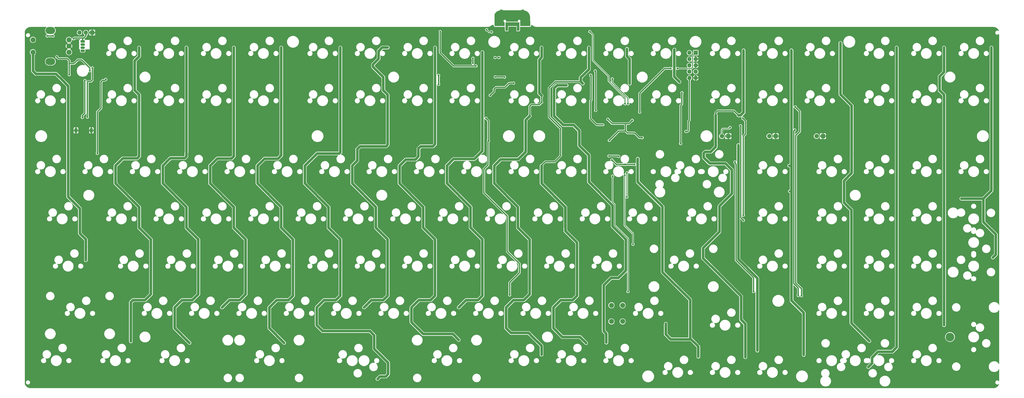
<source format=gbr>
G04 #@! TF.GenerationSoftware,KiCad,Pcbnew,7.0.1*
G04 #@! TF.CreationDate,2023-03-27T23:46:51-04:00*
G04 #@! TF.ProjectId,Boston-keyboard-V08JHA,426f7374-6f6e-42d6-9b65-79626f617264,rev?*
G04 #@! TF.SameCoordinates,Original*
G04 #@! TF.FileFunction,Copper,L1,Top*
G04 #@! TF.FilePolarity,Positive*
%FSLAX46Y46*%
G04 Gerber Fmt 4.6, Leading zero omitted, Abs format (unit mm)*
G04 Created by KiCad (PCBNEW 7.0.1) date 2023-03-27 23:46:51*
%MOMM*%
%LPD*%
G01*
G04 APERTURE LIST*
G04 #@! TA.AperFunction,ComponentPad*
%ADD10R,1.800000X1.070000*%
G04 #@! TD*
G04 #@! TA.AperFunction,ComponentPad*
%ADD11O,1.800000X1.070000*%
G04 #@! TD*
G04 #@! TA.AperFunction,ComponentPad*
%ADD12R,1.800000X1.800000*%
G04 #@! TD*
G04 #@! TA.AperFunction,ComponentPad*
%ADD13C,1.800000*%
G04 #@! TD*
G04 #@! TA.AperFunction,ComponentPad*
%ADD14C,2.000000*%
G04 #@! TD*
G04 #@! TA.AperFunction,ComponentPad*
%ADD15R,1.700000X1.700000*%
G04 #@! TD*
G04 #@! TA.AperFunction,ComponentPad*
%ADD16O,1.700000X1.700000*%
G04 #@! TD*
G04 #@! TA.AperFunction,ComponentPad*
%ADD17C,3.500000*%
G04 #@! TD*
G04 #@! TA.AperFunction,ComponentPad*
%ADD18C,2.032000*%
G04 #@! TD*
G04 #@! TA.AperFunction,ComponentPad*
%ADD19O,3.900000X2.799999*%
G04 #@! TD*
G04 #@! TA.AperFunction,ComponentPad*
%ADD20O,1.300000X1.900000*%
G04 #@! TD*
G04 #@! TA.AperFunction,ComponentPad*
%ADD21O,1.100000X2.200000*%
G04 #@! TD*
G04 #@! TA.AperFunction,ComponentPad*
%ADD22C,0.500000*%
G04 #@! TD*
G04 #@! TA.AperFunction,SMDPad,CuDef*
%ADD23R,1.200000X1.800000*%
G04 #@! TD*
G04 #@! TA.AperFunction,ViaPad*
%ADD24C,0.800000*%
G04 #@! TD*
G04 #@! TA.AperFunction,ViaPad*
%ADD25C,0.600000*%
G04 #@! TD*
G04 #@! TA.AperFunction,Conductor*
%ADD26C,0.300000*%
G04 #@! TD*
G04 #@! TA.AperFunction,Conductor*
%ADD27C,0.500000*%
G04 #@! TD*
G04 #@! TA.AperFunction,Conductor*
%ADD28C,1.000000*%
G04 #@! TD*
G04 APERTURE END LIST*
D10*
X79000000Y-34470000D03*
D11*
X79000000Y-35740000D03*
X79000000Y-37010000D03*
X79000000Y-38280000D03*
D12*
X338732500Y-72712500D03*
D13*
X336192500Y-72712500D03*
D12*
X357782500Y-72712500D03*
D13*
X355242500Y-72712500D03*
D14*
X291750000Y-147400000D03*
X291750000Y-140900000D03*
X296250000Y-147400000D03*
X296250000Y-140900000D03*
D15*
X82825000Y-30950000D03*
D16*
X80285000Y-30950000D03*
X77745000Y-30950000D03*
D17*
X427950304Y-153675080D03*
D15*
X325655625Y-39087500D03*
D16*
X323115625Y-39087500D03*
X325655625Y-41627500D03*
X323115625Y-41627500D03*
X325655625Y-44167500D03*
X323115625Y-44167500D03*
X325655625Y-46707500D03*
X323115625Y-46707500D03*
X325655625Y-49247500D03*
X323115625Y-49247500D03*
D12*
X376832500Y-72712500D03*
D13*
X374292500Y-72712500D03*
D18*
X73500000Y-33875000D03*
X73500000Y-38875000D03*
X73500000Y-36375000D03*
D19*
X66000000Y-30125000D03*
X66000000Y-42625000D03*
D18*
X59000000Y-33875000D03*
X59000000Y-38875000D03*
D20*
X247437000Y-22600000D03*
D21*
X247437000Y-26800000D03*
D20*
X256037000Y-22600000D03*
D21*
X256037000Y-26800000D03*
D22*
X82800000Y-70975000D03*
X82800000Y-70375000D03*
X82800000Y-69775000D03*
D23*
X82500000Y-70375000D03*
D22*
X82200000Y-70975000D03*
X82200000Y-70375000D03*
X82200000Y-69775000D03*
X76600000Y-70975000D03*
X76600000Y-70375000D03*
X76600000Y-69775000D03*
D23*
X76300000Y-70375000D03*
D22*
X76000000Y-70975000D03*
X76000000Y-70375000D03*
X76000000Y-69775000D03*
D24*
X300418750Y-116306250D03*
X297100000Y-88425000D03*
D25*
X288390000Y-68115000D03*
D24*
X283400000Y-48125000D03*
X285200000Y-46425000D03*
X285400000Y-62325000D03*
X350443750Y-159168750D03*
X342800000Y-76325000D03*
X292200000Y-88825000D03*
X298431250Y-135356250D03*
X348931250Y-135356250D03*
X341400000Y-83125000D03*
X298000000Y-87525000D03*
X297968750Y-97256250D03*
X291900000Y-82325000D03*
X301000000Y-84125000D03*
X297200000Y-84125000D03*
X243000000Y-56225000D03*
X298400000Y-59625000D03*
X292093750Y-49631250D03*
X252400000Y-51325000D03*
X248700000Y-48925000D03*
X222856250Y-30581250D03*
X297200000Y-59625000D03*
X283043750Y-30581250D03*
X64700000Y-32325000D03*
X237200000Y-44425000D03*
X67100000Y-32325000D03*
X245000000Y-48825000D03*
X294650000Y-80875000D03*
X290750000Y-80725000D03*
X88300000Y-49825000D03*
X84900000Y-79625000D03*
X339500000Y-69225000D03*
X365500000Y-70225000D03*
X366900000Y-136925000D03*
X321700000Y-70825000D03*
X71500000Y-44425000D03*
X312150000Y-99375000D03*
X79100000Y-108125000D03*
X181400000Y-46425000D03*
X284300000Y-47025000D03*
X256000000Y-74525000D03*
X257100000Y-31925000D03*
X227400000Y-153825000D03*
X238600000Y-136625000D03*
X79100000Y-110625000D03*
X407700000Y-96175000D03*
X299200000Y-79625000D03*
X195850000Y-108125000D03*
X300300000Y-41725000D03*
X132800000Y-96025000D03*
X300500000Y-44325000D03*
X319900000Y-77625000D03*
X296450000Y-117425000D03*
X238600000Y-134225000D03*
X154800000Y-152425000D03*
X279200000Y-134225000D03*
X203000000Y-136625000D03*
X74250000Y-95625000D03*
X318700000Y-66975000D03*
X341600000Y-76925000D03*
X398350000Y-153175000D03*
X394150000Y-164925000D03*
X237000000Y-69625000D03*
X170500000Y-76925000D03*
X258400000Y-76625000D03*
X222000000Y-36825000D03*
X212500000Y-80625000D03*
D25*
X284500000Y-48525000D03*
D24*
X157100000Y-80475000D03*
X279100000Y-117475000D03*
X161500000Y-110575000D03*
X297900000Y-98375000D03*
X162400000Y-136625000D03*
X345300000Y-105625000D03*
X152100000Y-96125000D03*
X268300000Y-80625000D03*
X424400000Y-79375000D03*
X273650000Y-49525000D03*
X183800000Y-75425000D03*
X203000000Y-134225000D03*
X329300000Y-115275000D03*
X157700000Y-108125000D03*
X389600000Y-62625000D03*
X257900000Y-153225000D03*
X164800000Y-136625000D03*
X229200000Y-155425000D03*
X119600000Y-50825000D03*
X224300000Y-59125000D03*
X81400000Y-115225000D03*
X366900000Y-76875000D03*
X308500000Y-155825000D03*
X183850000Y-117425000D03*
X173900000Y-80825000D03*
X272100000Y-110575000D03*
X87300000Y-57825000D03*
X428200000Y-120475000D03*
X304000000Y-59625000D03*
X138600000Y-46425000D03*
X309900000Y-47125000D03*
X407650000Y-75075000D03*
X298850000Y-96025000D03*
X346200000Y-63425000D03*
X256000000Y-137625000D03*
X258000000Y-60825000D03*
X160200000Y-70425000D03*
X365400000Y-134225000D03*
X341000000Y-115225000D03*
X387150000Y-117475000D03*
X249600000Y-98375000D03*
X343200000Y-63025000D03*
X256200000Y-65525000D03*
X85700000Y-80575000D03*
X328400000Y-77475000D03*
X426700000Y-148775000D03*
X318200000Y-44225000D03*
X264400000Y-45575000D03*
X197600000Y-155625000D03*
X258300000Y-47725000D03*
X87300000Y-53125000D03*
X241000000Y-134225000D03*
X105400000Y-117425000D03*
X107600000Y-115225000D03*
X119600000Y-75325000D03*
X424400000Y-123175000D03*
X299600000Y-152475000D03*
D25*
X332700000Y-71625000D03*
D24*
X72000000Y-76975000D03*
X74350000Y-76975000D03*
X249600000Y-136625000D03*
X289800000Y-137625000D03*
X194600000Y-44425000D03*
X281500000Y-42625000D03*
X250750000Y-108125000D03*
X102850000Y-80575000D03*
X407700000Y-136525000D03*
X138600000Y-72825000D03*
X274550000Y-110575000D03*
X221950000Y-115225000D03*
X257600000Y-134225000D03*
X343950000Y-117425000D03*
D25*
X332600000Y-69125000D03*
D24*
X234350000Y-110625000D03*
X243100000Y-76625000D03*
X291100000Y-65125000D03*
D25*
X247500000Y-28925000D03*
D24*
X340950000Y-96775000D03*
X289250000Y-96075000D03*
X119500000Y-80475000D03*
X244600000Y-98425000D03*
X286900000Y-76625000D03*
X60200000Y-44425000D03*
X193500000Y-96175000D03*
X301250000Y-67025000D03*
X314900000Y-150625000D03*
D25*
X332600000Y-63825000D03*
D24*
X250700000Y-115175000D03*
X297050000Y-110575000D03*
X235000000Y-43225000D03*
X74500000Y-44325000D03*
X343600000Y-60025000D03*
X298000000Y-136525000D03*
X407650000Y-50775000D03*
X271150000Y-46925000D03*
X259800000Y-151725000D03*
X426700000Y-141925000D03*
X83700000Y-50825000D03*
X162400000Y-134225000D03*
X336400000Y-102075000D03*
X351800000Y-134225000D03*
X198100000Y-108125000D03*
X324600000Y-138825000D03*
X141000000Y-50825000D03*
X240700000Y-30625000D03*
X405350000Y-115175000D03*
X278900000Y-66525000D03*
X389600000Y-60525000D03*
X267550000Y-44375000D03*
X258500000Y-74525000D03*
X300100000Y-110575000D03*
X160050000Y-108125000D03*
X271200000Y-44525000D03*
X188300000Y-80625000D03*
X181400000Y-70325000D03*
X158200000Y-110575000D03*
X229300000Y-32825000D03*
X212900000Y-76925000D03*
X267150000Y-150125000D03*
X238500000Y-46925000D03*
X97200000Y-148625000D03*
X363000000Y-76875000D03*
X80800000Y-133825000D03*
X191850000Y-94525000D03*
X283900000Y-84625000D03*
X114800000Y-149425000D03*
X311100000Y-108125000D03*
X155800000Y-150025000D03*
X113800000Y-96025000D03*
X346700000Y-152825000D03*
X366850000Y-117475000D03*
X223000000Y-47425000D03*
X265700000Y-60625000D03*
X304850000Y-155575000D03*
X302200000Y-59625000D03*
X138600000Y-50825000D03*
X290900000Y-153325000D03*
X140950000Y-108125000D03*
X81400000Y-117425000D03*
X315800000Y-41725000D03*
X258500000Y-70925000D03*
X346600000Y-73675000D03*
X94800000Y-96025000D03*
X100500000Y-75025000D03*
X313450000Y-104575000D03*
X157600000Y-98375000D03*
X313450000Y-102275000D03*
X366800000Y-75025000D03*
X382750000Y-50775000D03*
X124400000Y-117425000D03*
X261500000Y-153375000D03*
X288550000Y-155525000D03*
X271150000Y-42475000D03*
D25*
X288200000Y-70025000D03*
D24*
X135200000Y-98425000D03*
X240950000Y-115175000D03*
X269900000Y-63025000D03*
X219650000Y-117425000D03*
X143400000Y-134225000D03*
X405400000Y-79325000D03*
X261400000Y-43325000D03*
X369150000Y-136475000D03*
X346000000Y-61725000D03*
D25*
X294200000Y-52025000D03*
D24*
X104600000Y-136625000D03*
X119600000Y-98425000D03*
X334900000Y-74625000D03*
X255300000Y-108125000D03*
X426750000Y-116725000D03*
X293900000Y-54925000D03*
X279700000Y-64425000D03*
X407650000Y-79375000D03*
X99600000Y-148625000D03*
X346400000Y-60025000D03*
X235000000Y-41325000D03*
X370250000Y-160325000D03*
X122000000Y-50825000D03*
X243600000Y-57125000D03*
X170600000Y-80525000D03*
X318600000Y-72025000D03*
X70300000Y-54875000D03*
X407650000Y-98375000D03*
X405350000Y-98425000D03*
X119600000Y-108025000D03*
X202900000Y-75425000D03*
X257700000Y-115225000D03*
X426700000Y-43525000D03*
X315700000Y-46625000D03*
X138600000Y-98425000D03*
X347400000Y-137225000D03*
X296300000Y-96075000D03*
X424400000Y-112125000D03*
X248900000Y-115225000D03*
X85500000Y-50825000D03*
X321000000Y-60125000D03*
X318700000Y-62675000D03*
X323300000Y-155775000D03*
X348000000Y-134225000D03*
X237000000Y-41325000D03*
X251900000Y-110575000D03*
X238650000Y-115175000D03*
X443400000Y-76625000D03*
X241000000Y-40975000D03*
X426800000Y-74975000D03*
X275600000Y-137625000D03*
X327850000Y-160325000D03*
X81800000Y-149825000D03*
X424400000Y-45825000D03*
X282300000Y-69825000D03*
X100400000Y-108025000D03*
D25*
X248200000Y-28925000D03*
D24*
X121900000Y-73225000D03*
X256900000Y-81025000D03*
X241400000Y-49725000D03*
X363000000Y-134225000D03*
X407650000Y-117475000D03*
X157700000Y-77075000D03*
D25*
X334600000Y-63525000D03*
D24*
X267500000Y-58925000D03*
X424400000Y-63225000D03*
X280450000Y-153225000D03*
X345850000Y-93975000D03*
X256000000Y-76625000D03*
X237000000Y-43225000D03*
X387300000Y-62625000D03*
X301850000Y-77225000D03*
X141000000Y-103725000D03*
X297600000Y-41725000D03*
X389450000Y-117425000D03*
X293050000Y-98375000D03*
X336350000Y-108625000D03*
X315850000Y-48575000D03*
X235000000Y-45325000D03*
X260800000Y-80525000D03*
X341000000Y-107475000D03*
X342200000Y-70925000D03*
X99600000Y-146425000D03*
X280000000Y-70025000D03*
X299200000Y-65825000D03*
X244300000Y-40025000D03*
X217200000Y-108075000D03*
X330650000Y-77525000D03*
X336400000Y-104425000D03*
X408900000Y-158925000D03*
X342800000Y-134225000D03*
X198800000Y-49425000D03*
X342600000Y-139025000D03*
X86600000Y-41225000D03*
X367900000Y-160275000D03*
X274350000Y-108125000D03*
X386900000Y-60525000D03*
X246500000Y-45725000D03*
X343750000Y-50675000D03*
X345100000Y-64625000D03*
X143450000Y-115175000D03*
X389500000Y-136525000D03*
X345800000Y-85325000D03*
X98800000Y-41625000D03*
X300000000Y-146825000D03*
D25*
X259900000Y-60825000D03*
D24*
X141000000Y-75325000D03*
X290800000Y-62625000D03*
X243300000Y-67125000D03*
X219600000Y-134225000D03*
X238600000Y-74425000D03*
X313350000Y-97025000D03*
X291900000Y-77525000D03*
X407700000Y-84575000D03*
X284500000Y-55725000D03*
X69450000Y-46975000D03*
X76700000Y-108125000D03*
X311700000Y-45425000D03*
X334000000Y-110625000D03*
X318550000Y-48575000D03*
X363000000Y-70825000D03*
X264500000Y-53825000D03*
X126800000Y-117425000D03*
X426750000Y-134275000D03*
D25*
X284400000Y-60025000D03*
D24*
X219600000Y-70725000D03*
X405350000Y-117475000D03*
X140950000Y-80525000D03*
X164750000Y-115175000D03*
X320550000Y-62675000D03*
X264800000Y-41525000D03*
X196350000Y-110575000D03*
X293000000Y-96125000D03*
X101000000Y-110825000D03*
X183800000Y-50825000D03*
X308350000Y-102275000D03*
X287400000Y-134225000D03*
X238600000Y-49625000D03*
X300400000Y-46725000D03*
X247350000Y-96175000D03*
X181600000Y-50825000D03*
D25*
X288400000Y-67325000D03*
D24*
X324600000Y-142425000D03*
X245400000Y-47725000D03*
X259800000Y-155025000D03*
X82200000Y-35725000D03*
X215400000Y-110625000D03*
X202900000Y-115175000D03*
X160200000Y-50825000D03*
X71900000Y-49525000D03*
X266400000Y-47325000D03*
X85900000Y-76825000D03*
X245500000Y-52125000D03*
X349300000Y-157825000D03*
X311150000Y-112975000D03*
X113600000Y-76825000D03*
X242000000Y-98375000D03*
X366500000Y-70225000D03*
X407700000Y-150975000D03*
X181400000Y-136625000D03*
X138700000Y-108125000D03*
X215300000Y-80725000D03*
X157600000Y-50825000D03*
X222000000Y-136625000D03*
X219600000Y-46225000D03*
X363050000Y-74975000D03*
X238650000Y-117425000D03*
X123400000Y-110625000D03*
X122000000Y-46425000D03*
X126800000Y-134225000D03*
X79900000Y-64825000D03*
X197400000Y-44425000D03*
X83700000Y-44425000D03*
X268650000Y-98375000D03*
X154350000Y-98375000D03*
X69600000Y-40325000D03*
X426700000Y-136475000D03*
X363050000Y-96125000D03*
X272050000Y-108125000D03*
X256000000Y-70925000D03*
X424400000Y-76775000D03*
X79200000Y-115225000D03*
X343750000Y-48375000D03*
X284400000Y-62225000D03*
X283900000Y-80525000D03*
X292100000Y-48325000D03*
X69600000Y-44375000D03*
X405350000Y-85125000D03*
X322200000Y-142425000D03*
X246900000Y-32825000D03*
X211500000Y-98425000D03*
X312000000Y-49225000D03*
X389500000Y-115175000D03*
X228350000Y-96125000D03*
X81900000Y-49225000D03*
X424400000Y-115425000D03*
X290950000Y-157475000D03*
X264700000Y-58725000D03*
X242400000Y-55325000D03*
X57850000Y-44375000D03*
X214850000Y-108125000D03*
X367950000Y-158025000D03*
X119600000Y-77125000D03*
X162500000Y-117475000D03*
X103000000Y-73225000D03*
X367300000Y-137925000D03*
X200400000Y-136625000D03*
X247500000Y-52125000D03*
X283500000Y-68025000D03*
X142400000Y-110575000D03*
X261500000Y-45625000D03*
X212550000Y-96075000D03*
X405400000Y-60525000D03*
X153000000Y-150025000D03*
X280500000Y-55625000D03*
X183850000Y-115225000D03*
X242250000Y-96025000D03*
X219600000Y-75325000D03*
X351550000Y-157825000D03*
X141200000Y-46225000D03*
X336150000Y-115325000D03*
X76700000Y-110625000D03*
X223200000Y-51025000D03*
X250600000Y-96075000D03*
X107600000Y-117425000D03*
X160050000Y-103775000D03*
X405400000Y-63225000D03*
X256800000Y-110575000D03*
X113600000Y-80525000D03*
X299900000Y-144825000D03*
X74300000Y-54475000D03*
X240900000Y-74525000D03*
X296300000Y-98575000D03*
X252900000Y-108125000D03*
D25*
X334800000Y-71625000D03*
D24*
X263900000Y-43325000D03*
X260050000Y-115175000D03*
X387250000Y-76775000D03*
X266350000Y-96075000D03*
X236100000Y-80525000D03*
X132400000Y-80525000D03*
X271900000Y-98425000D03*
X345800000Y-76725000D03*
X58350000Y-47425000D03*
X202900000Y-36525000D03*
X365300000Y-50775000D03*
X98600000Y-47025000D03*
X275000000Y-52425000D03*
X190200000Y-96125000D03*
X155400000Y-142425000D03*
X200400000Y-47625000D03*
X340950000Y-85275000D03*
X424400000Y-61625000D03*
X322250000Y-153475000D03*
X105200000Y-134225000D03*
X85900000Y-75025000D03*
X384100000Y-57725000D03*
X342900000Y-73425000D03*
X239750000Y-96125000D03*
X145800000Y-136625000D03*
X366800000Y-79325000D03*
X209200000Y-96125000D03*
X67100000Y-33325000D03*
X116600000Y-152625000D03*
X340750000Y-103675000D03*
X141000000Y-70525000D03*
X386450000Y-91225000D03*
X405400000Y-150825000D03*
X197100000Y-169425000D03*
X160050000Y-77025000D03*
X290900000Y-81825000D03*
X363050000Y-48525000D03*
X241300000Y-69725000D03*
X366800000Y-96125000D03*
X334050000Y-104325000D03*
X85200000Y-53125000D03*
X105400000Y-115225000D03*
D25*
X334800000Y-69625000D03*
D24*
X295300000Y-108125000D03*
X426700000Y-113125000D03*
X116200000Y-98425000D03*
X219400000Y-136625000D03*
X324600000Y-153725000D03*
X386550000Y-93475000D03*
X320550000Y-67025000D03*
X426750000Y-109925000D03*
X299500000Y-59925000D03*
X385050000Y-50775000D03*
X200600000Y-134225000D03*
X405400000Y-96075000D03*
X281500000Y-44425000D03*
X193000000Y-142625000D03*
X177250000Y-110575000D03*
X347700000Y-71054033D03*
X138600000Y-75425000D03*
X155350000Y-96125000D03*
X188500000Y-76925000D03*
X160400000Y-154725000D03*
X179050000Y-108125000D03*
X289800000Y-134225000D03*
X241100000Y-76725000D03*
X382750000Y-48525000D03*
X184000000Y-46425000D03*
X363050000Y-50775000D03*
X298200000Y-63425000D03*
X83900000Y-49225000D03*
X126800000Y-115225000D03*
X298200000Y-76875000D03*
X259600000Y-65625000D03*
X181500000Y-75325000D03*
X231500000Y-96075000D03*
X72000000Y-96175000D03*
X370300000Y-157625000D03*
X396450000Y-154575000D03*
X365300000Y-61925000D03*
X335100000Y-112975000D03*
X312400000Y-150525000D03*
X83000000Y-133825000D03*
X243300000Y-69625000D03*
X184000000Y-136625000D03*
X407700000Y-115175000D03*
X345800000Y-95925000D03*
X197600000Y-157925000D03*
X141000000Y-77125000D03*
X407700000Y-48525000D03*
X121900000Y-80575000D03*
X299350000Y-115125000D03*
X279000000Y-115125000D03*
X282650000Y-155625000D03*
X363050000Y-115175000D03*
X194800000Y-153225000D03*
X267500000Y-60725000D03*
X295100000Y-71525000D03*
X243600000Y-53825000D03*
X325500000Y-160325000D03*
X233800000Y-98375000D03*
X221950000Y-117425000D03*
X81700000Y-47625000D03*
X145800000Y-134225000D03*
X265100000Y-80525000D03*
X405400000Y-48525000D03*
X286000000Y-96125000D03*
X288300000Y-98375000D03*
X120000000Y-110625000D03*
X101200000Y-45625000D03*
X117800000Y-149825000D03*
X304100000Y-62725000D03*
X83900000Y-76825000D03*
X241200000Y-66725000D03*
X142600000Y-136625000D03*
X346050000Y-50675000D03*
X341000000Y-117475000D03*
X337000000Y-84825000D03*
X288100000Y-44825000D03*
X389500000Y-79375000D03*
X261500000Y-41525000D03*
X233900000Y-69625000D03*
X238600000Y-63925000D03*
X79000000Y-53175000D03*
X121900000Y-75425000D03*
X405400000Y-50775000D03*
X297800000Y-46725000D03*
X157700000Y-72325000D03*
X313450000Y-112925000D03*
X195000000Y-155625000D03*
X233950000Y-108075000D03*
X74300000Y-57175000D03*
X104400000Y-110625000D03*
X248900000Y-117425000D03*
X363050000Y-79325000D03*
X75400000Y-97725000D03*
X324050000Y-60125000D03*
X248800000Y-110575000D03*
X296400000Y-115125000D03*
X74350000Y-79375000D03*
X197600000Y-153225000D03*
X341700000Y-79075000D03*
X107600000Y-136625000D03*
X366800000Y-98375000D03*
X264100000Y-49725000D03*
X174450000Y-96025000D03*
X320700000Y-75725000D03*
X214850000Y-98425000D03*
X265800000Y-62925000D03*
X270450000Y-53425000D03*
X363000000Y-137825000D03*
X317050000Y-50375000D03*
X160000000Y-75325000D03*
X269900000Y-60725000D03*
X311050000Y-110575000D03*
X270400000Y-76625000D03*
X290800000Y-59925000D03*
X329000000Y-97625000D03*
X384200000Y-93525000D03*
X272200000Y-76625000D03*
X222300000Y-59125000D03*
X100600000Y-98425000D03*
X231000000Y-153625000D03*
X313500000Y-110625000D03*
X272300000Y-70025000D03*
X424450000Y-134275000D03*
X297000000Y-71625000D03*
X426800000Y-79425000D03*
X107800000Y-134225000D03*
X240950000Y-117475000D03*
X296450000Y-69725000D03*
X270200000Y-70025000D03*
X340950000Y-105575000D03*
X407700000Y-61625000D03*
X276800000Y-51625000D03*
X405350000Y-76825000D03*
X275850000Y-115175000D03*
X83900000Y-79625000D03*
X247500000Y-53925000D03*
X244100000Y-45425000D03*
X269600000Y-148675000D03*
X407700000Y-76825000D03*
D25*
X282700000Y-51425000D03*
D24*
X136400000Y-96025000D03*
X269600000Y-96075000D03*
X164800000Y-117475000D03*
X171050000Y-96125000D03*
X183800000Y-134225000D03*
X292200000Y-110575000D03*
X99600000Y-155425000D03*
X318200000Y-41725000D03*
X259800000Y-62825000D03*
X157600000Y-46225000D03*
X321800000Y-138825000D03*
X346050000Y-48375000D03*
X299200000Y-117525000D03*
X230100000Y-31125000D03*
X74900000Y-32525000D03*
D25*
X255800000Y-29025000D03*
D24*
X241100000Y-46925000D03*
X181550000Y-117425000D03*
X241200000Y-64425000D03*
X363050000Y-98375000D03*
X331800000Y-112975000D03*
X249800000Y-134225000D03*
X407750000Y-155775000D03*
X344400000Y-160275000D03*
X304100000Y-72325000D03*
X367000000Y-140025000D03*
X276800000Y-117425000D03*
X312300000Y-148625000D03*
X424350000Y-74925000D03*
X387250000Y-75075000D03*
X102400000Y-41825000D03*
X238500000Y-76625000D03*
X344450000Y-152775000D03*
X407700000Y-63225000D03*
X78900000Y-50825000D03*
X301450000Y-79975000D03*
X200600000Y-117475000D03*
X281400000Y-89825000D03*
X385050000Y-48525000D03*
X277600000Y-76625000D03*
X191850000Y-97825000D03*
X181550000Y-115225000D03*
X76400000Y-41125000D03*
X301400000Y-63425000D03*
X257750000Y-117475000D03*
X405400000Y-75025000D03*
X124400000Y-115225000D03*
X365350000Y-48525000D03*
X298900000Y-56525000D03*
X346750000Y-160325000D03*
X97200000Y-146425000D03*
X344000000Y-107625000D03*
X283800000Y-90625000D03*
X260200000Y-134225000D03*
X123100000Y-155825000D03*
X267600000Y-63025000D03*
X276600000Y-70025000D03*
X247600000Y-47825000D03*
X126800000Y-136625000D03*
X424450000Y-136475000D03*
X219650000Y-115225000D03*
X250650000Y-117425000D03*
X405350000Y-136525000D03*
X426800000Y-122375000D03*
X282200000Y-92425000D03*
D25*
X256600000Y-29025000D03*
X331100000Y-68125000D03*
D24*
X313100000Y-46825000D03*
D25*
X284500000Y-51425000D03*
D24*
X285500000Y-66525000D03*
X85500000Y-57625000D03*
X199650000Y-110575000D03*
X237800000Y-82425000D03*
X83900000Y-74925000D03*
X247600000Y-49725000D03*
X140950000Y-72825000D03*
X297300000Y-79675000D03*
X238650000Y-41525000D03*
X184900000Y-71325000D03*
X245500000Y-49825000D03*
X74100000Y-48825000D03*
X122000000Y-108025000D03*
X393900000Y-152025000D03*
X387150000Y-115225000D03*
X251800000Y-134225000D03*
X268400000Y-48525000D03*
X297900000Y-44325000D03*
X260050000Y-117475000D03*
X172000000Y-142425000D03*
X162500000Y-115175000D03*
X424400000Y-43625000D03*
X117400000Y-96025000D03*
X279200000Y-155575000D03*
X229200000Y-152025000D03*
X389550000Y-75075000D03*
X389650000Y-76725000D03*
X345000000Y-137225000D03*
X72000000Y-57175000D03*
X138700000Y-77125000D03*
X245100000Y-55425000D03*
X315900000Y-44225000D03*
X327850000Y-158025000D03*
X252900000Y-98375000D03*
X306900000Y-151325000D03*
X318300000Y-46525000D03*
X342000000Y-133025000D03*
X79200000Y-117425000D03*
X157700000Y-75325000D03*
X259600000Y-137625000D03*
X164800000Y-134225000D03*
X258000000Y-62925000D03*
X366850000Y-115125000D03*
X121950000Y-77025000D03*
X346750000Y-150875000D03*
X248850000Y-108125000D03*
X119600000Y-46425000D03*
X245500000Y-54125000D03*
X200600000Y-75425000D03*
X289400000Y-48525000D03*
X445850000Y-76625000D03*
X74500000Y-42525000D03*
X176800000Y-98425000D03*
X160200000Y-46225000D03*
X72750000Y-98375000D03*
X255400000Y-30025000D03*
X158200000Y-152425000D03*
X443350000Y-74875000D03*
X94300000Y-80525000D03*
X145750000Y-115125000D03*
X123600000Y-136625000D03*
X299362696Y-134029751D03*
X222000000Y-134225000D03*
D25*
X290800000Y-51825000D03*
D24*
X324050000Y-62675000D03*
X98400000Y-96025000D03*
X79600000Y-39525000D03*
X151700000Y-80525000D03*
X238600000Y-66925000D03*
X219500000Y-60325000D03*
X200600000Y-115225000D03*
X318650000Y-60125000D03*
X100200000Y-80525000D03*
X82600000Y-53175000D03*
X426800000Y-76775000D03*
X323650000Y-67075000D03*
X181400000Y-134225000D03*
X221400000Y-77025000D03*
X392200000Y-153675000D03*
X298800000Y-54925000D03*
X219600000Y-50625000D03*
X284000000Y-44325000D03*
X119500000Y-71525000D03*
X346800000Y-158075000D03*
X291000000Y-108125000D03*
X103000000Y-76525000D03*
X313500000Y-108025000D03*
X174400000Y-142225000D03*
X344450000Y-151025000D03*
X208800000Y-80525000D03*
X278300000Y-48425000D03*
X71950000Y-79375000D03*
X281750000Y-48475000D03*
X132400000Y-76925000D03*
X294850000Y-81925000D03*
X124400000Y-134225000D03*
X313650000Y-115275000D03*
X160000000Y-80525000D03*
X243400000Y-49825000D03*
X253700000Y-80625000D03*
X192200000Y-80525000D03*
X222000000Y-70225000D03*
X339000000Y-93325000D03*
X222000000Y-75325000D03*
X387150000Y-136525000D03*
X343950000Y-115175000D03*
X288600000Y-153275000D03*
X334000000Y-107425000D03*
X393900000Y-155375000D03*
X332500000Y-74625000D03*
X289800000Y-74625000D03*
X139200000Y-110575000D03*
X369200000Y-134125000D03*
X426700000Y-45925000D03*
X407700000Y-134275000D03*
D25*
X286300000Y-60025000D03*
D24*
X298000000Y-108075000D03*
X276800000Y-134225000D03*
D25*
X335400000Y-68225000D03*
D24*
X387300000Y-79425000D03*
X202900000Y-117425000D03*
X143450000Y-117425000D03*
X389500000Y-134275000D03*
X100500000Y-76725000D03*
X246500000Y-40025000D03*
X120200000Y-152425000D03*
X180550000Y-110575000D03*
X282400000Y-62025000D03*
D25*
X286300000Y-51825000D03*
D24*
X173350000Y-98475000D03*
X311200000Y-104575000D03*
X345750000Y-98425000D03*
X341000000Y-136025000D03*
X145700000Y-117425000D03*
X230550000Y-98375000D03*
X325350000Y-157925000D03*
X345700000Y-79125000D03*
X103000000Y-108025000D03*
X285200000Y-41825000D03*
X286400000Y-48325000D03*
X176800000Y-108175000D03*
X387150000Y-134275000D03*
X88800000Y-50825000D03*
X405350000Y-134275000D03*
X261200000Y-51025000D03*
X138400000Y-80575000D03*
X264800000Y-37025000D03*
X286900000Y-46025000D03*
X406550000Y-159425000D03*
X280800000Y-76625000D03*
X267250000Y-147725000D03*
X218700000Y-110575000D03*
X384200000Y-91175000D03*
X351600000Y-137825000D03*
X241200000Y-136625000D03*
X279000000Y-137625000D03*
X222200000Y-29625000D03*
X363050000Y-117425000D03*
X236250000Y-108075000D03*
X78600000Y-149425000D03*
X282400000Y-55525000D03*
X203000000Y-70325000D03*
X237700000Y-110575000D03*
X200500000Y-70325000D03*
X79600000Y-41325000D03*
X315000000Y-148025000D03*
X320700000Y-71225000D03*
X97000000Y-98425000D03*
X245600000Y-80525000D03*
X343700000Y-68525000D03*
X344800000Y-106625000D03*
X344600000Y-65525000D03*
X344800000Y-104575000D03*
X239831250Y-122718750D03*
X239831396Y-38856396D03*
X235068750Y-103668750D03*
X230306250Y-141768750D03*
X239831396Y-56043748D03*
X239831396Y-70331260D03*
X225543750Y-84618750D03*
X220781250Y-36993750D03*
X220781250Y-122718750D03*
X211256250Y-141768750D03*
X216018750Y-103668750D03*
X230306250Y-154865625D03*
X220781250Y-56043750D03*
D25*
X220781250Y-70331250D03*
D24*
X206493750Y-84618750D03*
X201731250Y-36993750D03*
D25*
X201731250Y-70331250D03*
D24*
X192206250Y-141768750D03*
X201731250Y-56043750D03*
X201731250Y-122718750D03*
X187443750Y-84618750D03*
X196968750Y-103668750D03*
X182681250Y-56043750D03*
X182681250Y-122718750D03*
X182681250Y-36993750D03*
X196300000Y-158425000D03*
D25*
X182681250Y-70331250D03*
D24*
X197600000Y-170625000D03*
X173156250Y-141768750D03*
X177918750Y-103668750D03*
X168393750Y-84618750D03*
X149343750Y-84618750D03*
X158868750Y-103668750D03*
X163631250Y-122718750D03*
X160059375Y-156056250D03*
X154106250Y-141768750D03*
X158868750Y-56043750D03*
X158868750Y-36993750D03*
D25*
X158868750Y-70493750D03*
D24*
X139818750Y-103668750D03*
D25*
X139818750Y-70606250D03*
D24*
X139818750Y-56043750D03*
X139818750Y-36993750D03*
X135056250Y-141768750D03*
X144581250Y-122718750D03*
X130293750Y-84618750D03*
X120768750Y-56043750D03*
X121959375Y-156056250D03*
X120768750Y-36993750D03*
X116006250Y-141768750D03*
X120768750Y-103668750D03*
X111243750Y-84618750D03*
X125531250Y-122718750D03*
X120768750Y-70893750D03*
X106481250Y-122718750D03*
X101718750Y-103668750D03*
X92193750Y-84618750D03*
X98400000Y-155425000D03*
X101718750Y-75093750D03*
X101718750Y-36993750D03*
X101718750Y-56043750D03*
X445200000Y-121625000D03*
X444618750Y-75843750D03*
X444618750Y-36993750D03*
X432500000Y-97925000D03*
X444618750Y-84618750D03*
X444618750Y-56043750D03*
X425568750Y-56043750D03*
X425568750Y-148912274D03*
X425568750Y-103668750D03*
X425568750Y-84618750D03*
X425568750Y-36993750D03*
X425568750Y-141768750D03*
X425568750Y-122718750D03*
X425568750Y-62256250D03*
X395100000Y-165825000D03*
X406518750Y-84618750D03*
X406518750Y-122718750D03*
X406518750Y-36993750D03*
X406518750Y-61306250D03*
X406518750Y-103668750D03*
X406518750Y-56043750D03*
X406518750Y-141768750D03*
X388300000Y-141725000D03*
X385500000Y-57525000D03*
X383900000Y-53325000D03*
X388300000Y-122825000D03*
X388400000Y-84325000D03*
X383900000Y-35125000D03*
X395500000Y-155325000D03*
X388300000Y-104225000D03*
X363300000Y-84625000D03*
X364200000Y-123625000D03*
X364200000Y-104325000D03*
X364200000Y-56225000D03*
X364200000Y-62525000D03*
X369100000Y-160925000D03*
X363400000Y-94925000D03*
X364100000Y-38125000D03*
X344900000Y-61725000D03*
X336500000Y-99625000D03*
X329500000Y-79025000D03*
X343900000Y-146725000D03*
X345600000Y-161825000D03*
X344900000Y-38125000D03*
X344900000Y-56625000D03*
X328600000Y-119625000D03*
X320100000Y-55225000D03*
X312000000Y-100825000D03*
X302300000Y-81825000D03*
X319100000Y-50825000D03*
X319600000Y-75725000D03*
X317100000Y-37825000D03*
X326700000Y-161625000D03*
X313600000Y-148325000D03*
X297576757Y-123314117D03*
X299100000Y-51525000D03*
X273700000Y-52225000D03*
X288647062Y-141768820D03*
X298000000Y-37525000D03*
X292218940Y-103668788D03*
X282693932Y-84618772D03*
X289700000Y-155925000D03*
X277931250Y-122718750D03*
X268406250Y-141768750D03*
X273168750Y-103668750D03*
X281585937Y-156139063D03*
D25*
X282693932Y-36993732D03*
X280200000Y-51525000D03*
D24*
X263643750Y-84618750D03*
X258881250Y-122718750D03*
X262700000Y-55425000D03*
X249356250Y-141768750D03*
X263643916Y-59068916D03*
X254118750Y-103668750D03*
X263643916Y-36993732D03*
X244593750Y-84618750D03*
X263643750Y-160818750D03*
X80287500Y-122718750D03*
X73143750Y-75668750D03*
X73143750Y-84618750D03*
X77906250Y-103668750D03*
X70762500Y-50090625D03*
X368200000Y-137025000D03*
X365700000Y-60925000D03*
X236000000Y-43225000D03*
X80900000Y-65025000D03*
X82900000Y-45225000D03*
X236000000Y-41325000D03*
X222200000Y-48225000D03*
X290300000Y-65925000D03*
X315600000Y-45425000D03*
X241300000Y-65525000D03*
X68600000Y-40725000D03*
X222200000Y-51825000D03*
X73600000Y-47925000D03*
X318300000Y-45425000D03*
X300100000Y-66325000D03*
X81900000Y-46325000D03*
X290900000Y-74425000D03*
X242300000Y-74525000D03*
X303100000Y-63025000D03*
X250800000Y-136725000D03*
X304100000Y-73325000D03*
X79900000Y-50325000D03*
X75400000Y-33425000D03*
X78900000Y-65125000D03*
X246500000Y-41025000D03*
X244900000Y-41025000D03*
X249600000Y-29825000D03*
X254200000Y-28725000D03*
X254200000Y-29725000D03*
X249600000Y-28925000D03*
X241500000Y-29825000D03*
X243500000Y-30725000D03*
D26*
X297100000Y-108725000D02*
X300418750Y-112043750D01*
X300418750Y-112043750D02*
X300418750Y-116306250D01*
X297100000Y-88425000D02*
X297100000Y-108725000D01*
D27*
X283600000Y-58225000D02*
X283600000Y-48325000D01*
X283600000Y-48325000D02*
X283400000Y-48125000D01*
X288390000Y-68115000D02*
X285790000Y-68115000D01*
X283300000Y-65625000D02*
X283300000Y-58525000D01*
X285790000Y-68115000D02*
X283300000Y-65625000D01*
X283300000Y-58525000D02*
X283600000Y-58225000D01*
X285400000Y-46625000D02*
X285200000Y-46425000D01*
X285400000Y-62325000D02*
X285400000Y-46625000D01*
D28*
X350443750Y-129968750D02*
X342800000Y-122325000D01*
X350443750Y-159168750D02*
X350443750Y-129968750D01*
X342800000Y-95925000D02*
X342800000Y-93825000D01*
X342800000Y-122325000D02*
X342800000Y-98475000D01*
X342800000Y-98475000D02*
X342800000Y-95925000D01*
X342800000Y-93825000D02*
X342800000Y-76325000D01*
D26*
X292200000Y-88825000D02*
X292200000Y-99499485D01*
D27*
X341400000Y-83525000D02*
X341870000Y-83995000D01*
D26*
X293048940Y-100348426D02*
X293048940Y-108682807D01*
D27*
X341400000Y-83125000D02*
X341400000Y-83525000D01*
D26*
X293048940Y-108682807D02*
X298431250Y-114065117D01*
X298431250Y-114065117D02*
X298431250Y-135356250D01*
D27*
X341870000Y-83995000D02*
X341870000Y-122710218D01*
D26*
X292200000Y-99499485D02*
X293048940Y-100348426D01*
D27*
X341870000Y-122710218D02*
X348931250Y-129771468D01*
X348931250Y-129771468D02*
X348931250Y-135356250D01*
D26*
X298000000Y-97225000D02*
X297968750Y-97256250D01*
X298000000Y-87525000D02*
X298000000Y-97225000D01*
D27*
X301000000Y-84125000D02*
X297200000Y-84125000D01*
X293700000Y-84125000D02*
X291900000Y-82325000D01*
X297200000Y-84125000D02*
X293700000Y-84125000D01*
D26*
X298400000Y-57425000D02*
X292093750Y-51118750D01*
X298400000Y-59625000D02*
X298400000Y-57425000D01*
D27*
X250600000Y-51325000D02*
X252400000Y-51325000D01*
D26*
X292093750Y-51118750D02*
X292093750Y-49631250D01*
D27*
X244500000Y-54725000D02*
X244500000Y-53825000D01*
X244500000Y-53825000D02*
X245300000Y-53025000D01*
X248900000Y-53025000D02*
X249600000Y-52325000D01*
X245300000Y-53025000D02*
X247500000Y-53025000D01*
X243000000Y-56225000D02*
X244500000Y-54725000D01*
X247500000Y-53025000D02*
X248900000Y-53025000D01*
X249600000Y-52325000D02*
X250600000Y-51325000D01*
D26*
X284300000Y-31837500D02*
X283043750Y-30581250D01*
X290650000Y-50475000D02*
X290650000Y-48575000D01*
D27*
X237200000Y-44425000D02*
X228200000Y-44425000D01*
X67100000Y-32325000D02*
X64700000Y-32325000D01*
X245000000Y-48825000D02*
X248600000Y-48825000D01*
D26*
X290650000Y-48575000D02*
X284300000Y-42225000D01*
D27*
X228200000Y-44425000D02*
X222856250Y-39081250D01*
X222856250Y-39081250D02*
X222856250Y-30581250D01*
D26*
X297200000Y-57025000D02*
X290650000Y-50475000D01*
X284300000Y-42225000D02*
X284300000Y-31837500D01*
D27*
X248600000Y-48825000D02*
X248700000Y-48925000D01*
D26*
X297200000Y-59625000D02*
X297200000Y-57025000D01*
D27*
X86400000Y-50825000D02*
X86900000Y-50325000D01*
X290750000Y-80725000D02*
X294500000Y-80725000D01*
X85900000Y-61925000D02*
X86400000Y-61425000D01*
X294500000Y-80725000D02*
X294650000Y-80875000D01*
X84900000Y-66525000D02*
X84900000Y-62925000D01*
X86900000Y-50325000D02*
X87000000Y-50225000D01*
X88300000Y-49925000D02*
X88300000Y-49825000D01*
X87000000Y-50225000D02*
X88000000Y-50225000D01*
X84900000Y-79625000D02*
X84900000Y-75225000D01*
X86400000Y-51825000D02*
X86400000Y-50825000D01*
X290800000Y-80775000D02*
X290750000Y-80725000D01*
X84900000Y-62925000D02*
X85900000Y-61925000D01*
X86400000Y-61425000D02*
X86400000Y-51825000D01*
X84900000Y-75225000D02*
X84900000Y-66525000D01*
X88000000Y-50225000D02*
X88300000Y-49925000D01*
D26*
X338950000Y-69775000D02*
X336450000Y-69775000D01*
X339500000Y-69225000D02*
X338950000Y-69775000D01*
X336192500Y-72712500D02*
X336192500Y-70032500D01*
X336192500Y-70032500D02*
X336450000Y-69775000D01*
D27*
X366900000Y-133925000D02*
X365200000Y-132225000D01*
X365130000Y-132155000D02*
X365130000Y-71025000D01*
X322700000Y-70525000D02*
X322700000Y-66725000D01*
X366900000Y-136925000D02*
X366900000Y-133925000D01*
X321700000Y-70825000D02*
X322400000Y-70825000D01*
X322400000Y-70825000D02*
X322700000Y-70525000D01*
X365130000Y-71025000D02*
X365130000Y-70595000D01*
X323115625Y-66309375D02*
X323115625Y-49247500D01*
X365200000Y-132225000D02*
X365130000Y-132155000D01*
X322700000Y-66725000D02*
X323115625Y-66309375D01*
X365130000Y-70595000D02*
X365500000Y-70225000D01*
X344800000Y-106625000D02*
X343800000Y-105625000D01*
X343800000Y-105625000D02*
X343800000Y-68625000D01*
X343800000Y-68625000D02*
X343700000Y-68525000D01*
X345700000Y-67725000D02*
X345700000Y-66625000D01*
X344800000Y-104575000D02*
X344800000Y-72725000D01*
X344800000Y-72725000D02*
X345700000Y-71825000D01*
X345700000Y-71825000D02*
X345700000Y-67725000D01*
X345700000Y-66625000D02*
X344600000Y-65525000D01*
D28*
X239831396Y-56043748D02*
X239831396Y-70331260D01*
X225543906Y-84618750D02*
X228237656Y-81925000D01*
X239831396Y-38856396D02*
X239831396Y-56043748D01*
X238045457Y-138792255D02*
X233282953Y-138792255D01*
X228237656Y-81925000D02*
X236572038Y-81925000D01*
X239831250Y-122718750D02*
X239831250Y-137006462D01*
X225543750Y-84618750D02*
X225543906Y-84618750D01*
X235068750Y-109621875D02*
X239831250Y-114384375D01*
X233282953Y-138792255D02*
X233282849Y-138792151D01*
X239820000Y-78677038D02*
X239820000Y-70342656D01*
X239831250Y-137006462D02*
X238045457Y-138792255D01*
X233282849Y-138792151D02*
X230306250Y-141768750D01*
X235068750Y-101287500D02*
X235068750Y-103668750D01*
X235068750Y-103668750D02*
X235068750Y-109621875D01*
X225543750Y-91762500D02*
X235068750Y-101287500D01*
X236572038Y-81925000D02*
X239820000Y-78677038D01*
X239831250Y-114384375D02*
X239831250Y-122718750D01*
X225543750Y-84618750D02*
X225543750Y-91762500D01*
X239820000Y-70342656D02*
X239831396Y-70331260D01*
X216018750Y-152484375D02*
X227925000Y-152484375D01*
X208943750Y-82168750D02*
X206493750Y-84618750D01*
X220781250Y-70331250D02*
X220781250Y-75943750D01*
X216018750Y-109621875D02*
X220781250Y-114384375D01*
X214100000Y-77725000D02*
X214100000Y-80925000D01*
X212856250Y-82168750D02*
X208943750Y-82168750D01*
X219900000Y-76825000D02*
X215000000Y-76825000D01*
X220781250Y-56043750D02*
X220781250Y-70331250D01*
X206493750Y-84618750D02*
X206493750Y-91762500D01*
X206493750Y-91762500D02*
X216018750Y-101287500D01*
X218995441Y-138792255D02*
X214232937Y-138792255D01*
X216018750Y-103668750D02*
X216018750Y-109621875D01*
X211256250Y-141768750D02*
X211256250Y-147721875D01*
X211256250Y-147721875D02*
X216018750Y-152484375D01*
X220781250Y-114384375D02*
X220781250Y-122718750D01*
X214100000Y-80925000D02*
X212856250Y-82168750D01*
X216018750Y-101287500D02*
X216018750Y-103668750D01*
X215000000Y-76825000D02*
X214100000Y-77725000D01*
X214232841Y-138792159D02*
X211256250Y-141768750D01*
X220781250Y-75943750D02*
X219900000Y-76825000D01*
X220781250Y-36993750D02*
X220781250Y-56043750D01*
X227925000Y-152484375D02*
X230306250Y-154865625D01*
X220781250Y-137006446D02*
X218995441Y-138792255D01*
X220781250Y-122718750D02*
X220781250Y-137006446D01*
X214232937Y-138792255D02*
X214232841Y-138792159D01*
X190600000Y-76825000D02*
X201062500Y-76825000D01*
X201731250Y-76156250D02*
X201731250Y-70331250D01*
X201731250Y-114384375D02*
X201731250Y-122718750D01*
X201731250Y-56043750D02*
X201731250Y-70331250D01*
X187443750Y-84618750D02*
X189468750Y-82593750D01*
X201731250Y-137006430D02*
X199945425Y-138792255D01*
X195800000Y-43825000D02*
X198064063Y-41560937D01*
X198064063Y-38460937D02*
X199531250Y-36993750D01*
X195800000Y-44725000D02*
X195800000Y-43825000D01*
X199945375Y-48870375D02*
X195800000Y-44725000D01*
X201731250Y-122718750D02*
X201731250Y-137006430D01*
X201062500Y-76825000D02*
X201731250Y-76156250D01*
X187443750Y-91762500D02*
X196968750Y-101287500D01*
X189468750Y-77956250D02*
X190600000Y-76825000D01*
X198064063Y-41560937D02*
X198064063Y-38460937D01*
X199945425Y-138792255D02*
X195182921Y-138792255D01*
X196968750Y-101287500D02*
X196968750Y-103668750D01*
X195182921Y-138792255D02*
X195182833Y-138792167D01*
X201731250Y-56043750D02*
X199945375Y-54257875D01*
X196968750Y-103668750D02*
X196968750Y-109621875D01*
X196968750Y-109621875D02*
X201731250Y-114384375D01*
X187443750Y-84618750D02*
X187443750Y-91762500D01*
X189468750Y-82593750D02*
X189468750Y-77956250D01*
X199945375Y-54257875D02*
X199945375Y-48870375D01*
X199531250Y-36993750D02*
X201731250Y-36993750D01*
X195182833Y-138792167D02*
X192206250Y-141768750D01*
X176132825Y-138792175D02*
X173156250Y-141768750D01*
X182681250Y-36993750D02*
X182681250Y-56043750D01*
X182681250Y-70331250D02*
X182681250Y-79260857D01*
X200900000Y-169625000D02*
X201900000Y-168625000D01*
X201900000Y-164025000D02*
X201900000Y-165025000D01*
X182681250Y-122718750D02*
X182681250Y-137006414D01*
X177918750Y-109621875D02*
X182681250Y-114384375D01*
X182681250Y-79260857D02*
X182681348Y-79260955D01*
X182226304Y-79715999D02*
X173296501Y-79715999D01*
X201900000Y-168625000D02*
X201900000Y-165025000D01*
X196300000Y-158425000D02*
X201900000Y-164025000D01*
X180895409Y-138792255D02*
X176132905Y-138792255D01*
X197600000Y-170625000D02*
X198600000Y-169625000D01*
X176132905Y-138792255D02*
X176132825Y-138792175D01*
X196300000Y-153006250D02*
X196300000Y-158425000D01*
X182681348Y-79260955D02*
X182226304Y-79715999D01*
X173156250Y-148912500D02*
X175537500Y-151293750D01*
X168393750Y-84618750D02*
X168393750Y-91762500D01*
X175537500Y-151293750D02*
X194587500Y-151293750D01*
X182681250Y-70331250D02*
X182681250Y-56043750D01*
X200800000Y-169625000D02*
X200900000Y-169625000D01*
X182681250Y-114384375D02*
X182681250Y-122718750D01*
X194587500Y-151293750D02*
X196300000Y-153006250D01*
X177918750Y-101287500D02*
X177918750Y-103668750D01*
X173296501Y-79715999D02*
X168393750Y-84618750D01*
X173156250Y-141768750D02*
X173156250Y-148912500D01*
X177918750Y-103668750D02*
X177918750Y-109621875D01*
X168393750Y-91762500D02*
X177918750Y-101287500D01*
X182681250Y-137006414D02*
X180895409Y-138792255D01*
X198600000Y-169625000D02*
X200800000Y-169625000D01*
X158868750Y-80506250D02*
X157581250Y-81793750D01*
X158868750Y-56043750D02*
X158868750Y-70493750D01*
X149343750Y-91762500D02*
X158868750Y-101287500D01*
X157581250Y-81793750D02*
X152168750Y-81793750D01*
X163631250Y-122718750D02*
X163631250Y-137006398D01*
X158868750Y-101287500D02*
X158868750Y-103668750D01*
X163631250Y-137006398D02*
X161845393Y-138792255D01*
X157082817Y-138792183D02*
X154106250Y-141768750D01*
X158868750Y-109621875D02*
X163631250Y-114384375D01*
X158868750Y-103668750D02*
X158868750Y-109621875D01*
X154106250Y-141768750D02*
X154106250Y-150103125D01*
X154106250Y-150103125D02*
X160059375Y-156056250D01*
X157082889Y-138792255D02*
X157082817Y-138792183D01*
X158868750Y-36993750D02*
X158868750Y-56043750D01*
X149343750Y-84618750D02*
X149343750Y-91762500D01*
X158868750Y-70493750D02*
X158868750Y-80506250D01*
X152168750Y-81793750D02*
X149343750Y-84618750D01*
X163631250Y-114384375D02*
X163631250Y-122718750D01*
X161845393Y-138792255D02*
X157082889Y-138792255D01*
X130293750Y-91762500D02*
X139818750Y-101287500D01*
X139818750Y-70606250D02*
X139818750Y-80806250D01*
X133193750Y-81718750D02*
X130293750Y-84618750D01*
X144581250Y-114384375D02*
X144581250Y-122718750D01*
X130293750Y-84618750D02*
X130293750Y-91762500D01*
X139818750Y-36993750D02*
X139818750Y-56043750D01*
X139818750Y-103668750D02*
X139818750Y-109621875D01*
X138032809Y-138792191D02*
X135056250Y-141768750D01*
X144581250Y-136411069D02*
X142200064Y-138792255D01*
X138032873Y-138792255D02*
X138032809Y-138792191D01*
X139818750Y-101287500D02*
X139818750Y-103668750D01*
X142200064Y-138792255D02*
X138032873Y-138792255D01*
X139818750Y-109621875D02*
X144581250Y-114384375D01*
X139818750Y-56043750D02*
X139818750Y-70606250D01*
X144581250Y-122718750D02*
X144581250Y-136411069D01*
X138906250Y-81718750D02*
X133193750Y-81718750D01*
X139818750Y-80806250D02*
X138906250Y-81718750D01*
X120750000Y-79279751D02*
X120768750Y-79261001D01*
X111243750Y-84618750D02*
X111243750Y-91762500D01*
X120768750Y-36993750D02*
X120768750Y-56043750D01*
X125531250Y-114384375D02*
X125531250Y-122718750D01*
X125531300Y-132243800D02*
X125531300Y-136411003D01*
X113681250Y-82193750D02*
X114300000Y-81575000D01*
X116006250Y-150103125D02*
X121959375Y-156056250D01*
X125531250Y-122718750D02*
X125531250Y-132243750D01*
X111243750Y-91762500D02*
X120768750Y-101287500D01*
X116006250Y-141768750D02*
X116006250Y-150103125D01*
X120768750Y-79261001D02*
X120768750Y-70893750D01*
X120768750Y-56043750D02*
X120768750Y-70893750D01*
X114300000Y-81575000D02*
X120050000Y-81575000D01*
X120768750Y-109621875D02*
X125531250Y-114384375D01*
X113668750Y-82193750D02*
X113681250Y-82193750D01*
X118982801Y-138792199D02*
X116006250Y-141768750D01*
X123150104Y-138792199D02*
X118982801Y-138792199D01*
X120768750Y-103668750D02*
X120768750Y-109621875D01*
X120750000Y-80875000D02*
X120750000Y-79279751D01*
X125531250Y-132243750D02*
X125531300Y-132243800D01*
X125531300Y-136411003D02*
X123150104Y-138792199D01*
X120050000Y-81575000D02*
X120750000Y-80875000D01*
X120768750Y-101287500D02*
X120768750Y-103668750D01*
X111243750Y-84618750D02*
X113668750Y-82193750D01*
X106481250Y-122718750D02*
X106481250Y-136411037D01*
X100906250Y-81668750D02*
X101718750Y-80856250D01*
X92193750Y-84618750D02*
X95143750Y-81668750D01*
X101718750Y-56043750D02*
X101718750Y-75093750D01*
X106481250Y-136411037D02*
X104100032Y-138792255D01*
X101718750Y-101287500D02*
X101718750Y-103668750D01*
X101718750Y-40043750D02*
X101718750Y-36993750D01*
X101718780Y-40043780D02*
X101718780Y-40565610D01*
X98400000Y-139640666D02*
X98400000Y-155425000D01*
X92193750Y-91762500D02*
X101718750Y-101287500D01*
X92193750Y-84618750D02*
X92193750Y-91762500D01*
X101718750Y-103668750D02*
X101718750Y-109621875D01*
X101718780Y-40565610D02*
X99932841Y-42351549D01*
X106481250Y-114384375D02*
X106481250Y-122718750D01*
X99932841Y-54257841D02*
X99932841Y-42351549D01*
X99248411Y-138792255D02*
X98400000Y-139640666D01*
X95143750Y-81668750D02*
X100906250Y-81668750D01*
X101718750Y-40043750D02*
X101718780Y-40043780D01*
X101718750Y-56043750D02*
X99932841Y-54257841D01*
X101718750Y-80856250D02*
X101718750Y-75093750D01*
X101718750Y-109621875D02*
X106481250Y-114384375D01*
X104100032Y-138792255D02*
X99248411Y-138792255D01*
X444618750Y-36993750D02*
X444618750Y-75843750D01*
X441400000Y-107325000D02*
X446400000Y-112325000D01*
X441400000Y-97925000D02*
X441400000Y-107325000D01*
X432500000Y-97925000D02*
X441400000Y-97925000D01*
X444618750Y-75843750D02*
X444618750Y-84618750D01*
X446400000Y-120425000D02*
X445200000Y-121625000D01*
X446400000Y-112325000D02*
X446400000Y-120425000D01*
X444618750Y-94706250D02*
X444618750Y-84618750D01*
X441400000Y-97925000D02*
X444618750Y-94706250D01*
X425568750Y-141768750D02*
X425568750Y-148912274D01*
X423783113Y-48641887D02*
X423783113Y-54258113D01*
X425568750Y-46856250D02*
X423783113Y-48641887D01*
X425568750Y-36993750D02*
X425568750Y-46856250D01*
X425568750Y-62256250D02*
X425568750Y-141768750D01*
X425568750Y-56043750D02*
X425568750Y-62256250D01*
X423783113Y-54258113D02*
X425568750Y-56043750D01*
X396600000Y-162025000D02*
X399000000Y-159625000D01*
X406518750Y-36993750D02*
X406518750Y-61306250D01*
X404700000Y-159625000D02*
X406518750Y-157806250D01*
X406518750Y-61306250D02*
X406518750Y-141768750D01*
X399000000Y-159625000D02*
X404700000Y-159625000D01*
X395100000Y-165825000D02*
X396600000Y-164325000D01*
X396600000Y-164325000D02*
X396600000Y-162025000D01*
X406518750Y-157806250D02*
X406518750Y-141768750D01*
X383900000Y-53325000D02*
X383900000Y-35125000D01*
X388300000Y-141725000D02*
X388300000Y-139725000D01*
X385300000Y-99525000D02*
X388300000Y-102525000D01*
X388300000Y-139725000D02*
X388300000Y-122825000D01*
X388300000Y-102525000D02*
X388300000Y-104225000D01*
X385500000Y-57525000D02*
X383900000Y-55925000D01*
X388300000Y-148125000D02*
X388300000Y-141725000D01*
X388400000Y-84325000D02*
X388400000Y-87625000D01*
X388300000Y-122825000D02*
X388300000Y-104225000D01*
X395500000Y-155325000D02*
X388300000Y-148125000D01*
X388400000Y-84325000D02*
X388400000Y-60425000D01*
X388400000Y-87625000D02*
X385300000Y-90725000D01*
X383900000Y-55925000D02*
X383900000Y-53325000D01*
X385300000Y-90725000D02*
X385300000Y-99525000D01*
X388400000Y-60425000D02*
X385500000Y-57525000D01*
X364200000Y-123625000D02*
X364200000Y-139025000D01*
D27*
X364100000Y-94925000D02*
X364200000Y-94825000D01*
D28*
X364200000Y-139025000D02*
X369100000Y-143925000D01*
X364200000Y-94825000D02*
X364200000Y-84625000D01*
D27*
X363400000Y-94925000D02*
X364100000Y-94925000D01*
D28*
X364200000Y-84625000D02*
X364200000Y-62525000D01*
X364200000Y-56225000D02*
X364200000Y-38225000D01*
X363300000Y-84625000D02*
X364200000Y-84625000D01*
X364200000Y-123625000D02*
X364200000Y-112525000D01*
X364200000Y-38225000D02*
X364100000Y-38125000D01*
X364200000Y-112525000D02*
X364200000Y-104325000D01*
X364200000Y-104325000D02*
X364200000Y-94825000D01*
X364200000Y-62525000D02*
X364200000Y-56225000D01*
X369100000Y-143925000D02*
X369100000Y-160925000D01*
X344900000Y-61725000D02*
X344900000Y-63125000D01*
X344900000Y-56625000D02*
X344900000Y-55525000D01*
X343900000Y-146725000D02*
X345600000Y-148425000D01*
D27*
X334400000Y-62525000D02*
X341032586Y-62525000D01*
D28*
X334600000Y-111825000D02*
X335200000Y-111225000D01*
X328600000Y-117825000D02*
X334600000Y-111825000D01*
X344900000Y-61725000D02*
X344900000Y-56625000D01*
X335200000Y-111225000D02*
X335200000Y-100925000D01*
D27*
X333700000Y-63225000D02*
X334400000Y-62525000D01*
X341032586Y-62525000D02*
X342816293Y-64308707D01*
X333700000Y-64225000D02*
X333700000Y-63225000D01*
D28*
X344900000Y-50325000D02*
X344900000Y-38125000D01*
X340200000Y-95925000D02*
X340200000Y-86325000D01*
X331700000Y-79025000D02*
X329500000Y-79025000D01*
X343716293Y-64308707D02*
X342816293Y-64308707D01*
X328600000Y-121925000D02*
X328600000Y-119625000D01*
X344900000Y-55525000D02*
X344900000Y-50325000D01*
X328900000Y-81325000D02*
X328900000Y-79625000D01*
X333700000Y-77025000D02*
X331700000Y-79025000D01*
X331300000Y-83725000D02*
X328900000Y-81325000D01*
X343900000Y-137225000D02*
X334600000Y-127925000D01*
X328600000Y-119625000D02*
X328600000Y-117825000D01*
X344900000Y-63125000D02*
X343716293Y-64308707D01*
X340200000Y-86325000D02*
X337600000Y-83725000D01*
X328900000Y-79625000D02*
X329500000Y-79025000D01*
X345600000Y-148425000D02*
X345600000Y-161825000D01*
X333700000Y-64225000D02*
X333700000Y-77025000D01*
X335200000Y-100925000D02*
X336500000Y-99625000D01*
X337600000Y-83725000D02*
X331300000Y-83725000D01*
X334600000Y-127925000D02*
X328600000Y-121925000D01*
X336500000Y-99625000D02*
X340200000Y-95925000D01*
X343900000Y-146725000D02*
X343900000Y-137225000D01*
X323415922Y-154625000D02*
X315600000Y-154625000D01*
X317000000Y-48725000D02*
X319100000Y-50825000D01*
X326700000Y-157525000D02*
X326200000Y-157025000D01*
X326700000Y-161625000D02*
X326700000Y-157525000D01*
D27*
X319600000Y-75725000D02*
X319600000Y-60325000D01*
D28*
X302300000Y-91125000D02*
X302300000Y-86425000D01*
X323415922Y-154625000D02*
X323415922Y-138640922D01*
X313600000Y-152625000D02*
X313600000Y-148325000D01*
X326200000Y-157025000D02*
X323800000Y-154625000D01*
D27*
X319600000Y-60325000D02*
X320100000Y-59825000D01*
D28*
X312300000Y-101125000D02*
X312000000Y-100825000D01*
X317100000Y-37825000D02*
X317000000Y-37925000D01*
X315600000Y-154625000D02*
X313600000Y-152625000D01*
D27*
X320100000Y-59825000D02*
X320100000Y-55225000D01*
D28*
X323415922Y-138640922D02*
X312300000Y-127525000D01*
X323800000Y-154625000D02*
X323415922Y-154625000D01*
X317000000Y-37925000D02*
X317000000Y-48725000D01*
X312000000Y-100825000D02*
X302300000Y-91125000D01*
X312300000Y-127525000D02*
X312300000Y-101125000D01*
X302300000Y-86425000D02*
X302300000Y-81825000D01*
X299100000Y-41625000D02*
X298000000Y-40525000D01*
X299100000Y-51525000D02*
X299100000Y-41625000D01*
X282693932Y-80418932D02*
X278800000Y-76525000D01*
X272400000Y-68225000D02*
X268700000Y-64525000D01*
X297576757Y-126885995D02*
X297576757Y-123314117D01*
X294600192Y-129862560D02*
X297576757Y-126885995D01*
X288647062Y-151293828D02*
X288647062Y-141768820D01*
X268700000Y-53425000D02*
X269900000Y-52225000D01*
X282693932Y-91167215D02*
X282693932Y-84618772D01*
X269900000Y-52225000D02*
X273700000Y-52225000D01*
X297576757Y-123314117D02*
X297576757Y-114384422D01*
X292218940Y-103668788D02*
X292218940Y-100692223D01*
X289700000Y-152525000D02*
X289700000Y-152346766D01*
X298000000Y-37525000D02*
X298000000Y-40525000D01*
X278800000Y-76525000D02*
X278800000Y-70525000D01*
X288647062Y-141768820D02*
X288647062Y-132839125D01*
X289700000Y-155925000D02*
X289700000Y-152525000D01*
X292218940Y-109026605D02*
X292218940Y-103668788D01*
X288647062Y-132839125D02*
X291623627Y-129862560D01*
X268700000Y-64525000D02*
X268700000Y-53425000D01*
X282693932Y-84618772D02*
X282693932Y-80418932D01*
X289700000Y-152346766D02*
X288647062Y-151293828D01*
X297576757Y-114384422D02*
X292218940Y-109026605D01*
X276500000Y-68225000D02*
X272400000Y-68225000D01*
X278800000Y-70525000D02*
X276500000Y-68225000D01*
X292218940Y-100692223D02*
X282693932Y-91167215D01*
X291623627Y-129862560D02*
X294600192Y-129862560D01*
X268406250Y-150103125D02*
X271978125Y-153675000D01*
X277931250Y-115656250D02*
X277931250Y-122718750D01*
X271382865Y-138792135D02*
X268406250Y-141768750D01*
X273168750Y-101287500D02*
X273168750Y-103668750D01*
X273168750Y-103668750D02*
X273168750Y-109621875D01*
D27*
X266670000Y-53255000D02*
X266670000Y-64995000D01*
D28*
X280200000Y-51525000D02*
X279900000Y-51225000D01*
X282693932Y-36993732D02*
X282693932Y-45731068D01*
X271978125Y-153675000D02*
X279121875Y-153675000D01*
X263643750Y-91762500D02*
X273168750Y-101287500D01*
D27*
X266670000Y-64995000D02*
X271300000Y-69625000D01*
D28*
X277931250Y-137006494D02*
X276145609Y-138792135D01*
X273168750Y-109621875D02*
X273200000Y-109653125D01*
D27*
X269200000Y-50725000D02*
X266670000Y-53255000D01*
X271300000Y-69625000D02*
X271300000Y-80625000D01*
X268900000Y-83025000D02*
X265100000Y-83025000D01*
D28*
X263643750Y-84618750D02*
X263643750Y-91762500D01*
X279121875Y-153675000D02*
X281585937Y-156139063D01*
D27*
X263643750Y-84481250D02*
X263643750Y-84618750D01*
D28*
X268406250Y-141768750D02*
X268406250Y-150103125D01*
X273200000Y-101318750D02*
X273168750Y-101287500D01*
X277931250Y-122718750D02*
X277931250Y-137006494D01*
X273200000Y-109653125D02*
X273200000Y-110925000D01*
X276145609Y-138792135D02*
X271382865Y-138792135D01*
D27*
X279400000Y-50725000D02*
X269200000Y-50725000D01*
D28*
X279400000Y-49025000D02*
X280150000Y-48275000D01*
D27*
X265100000Y-83025000D02*
X263643750Y-84481250D01*
D28*
X273200000Y-110925000D02*
X273200000Y-101318750D01*
X273200000Y-110925000D02*
X277931250Y-115656250D01*
X279400000Y-50725000D02*
X279400000Y-49025000D01*
D27*
X271300000Y-80625000D02*
X268900000Y-83025000D01*
D28*
X282693932Y-45731068D02*
X280150000Y-48275000D01*
X279400000Y-50725000D02*
X280200000Y-51525000D01*
X257200000Y-79025000D02*
X257200000Y-66225000D01*
X263643916Y-36993732D02*
X263643916Y-40981084D01*
X262700000Y-55425000D02*
X263643916Y-56368916D01*
X244593750Y-84618750D02*
X244593750Y-91762500D01*
X254118750Y-103668750D02*
X254118750Y-109621875D01*
X252035201Y-139089800D02*
X252035424Y-139089800D01*
X258881250Y-122718750D02*
X258881250Y-136411165D01*
X244593750Y-91762500D02*
X254118750Y-101287500D01*
X252332969Y-138792255D02*
X256500160Y-138792255D01*
X258410938Y-152035938D02*
X251289062Y-152035938D01*
X254118750Y-101287500D02*
X254118750Y-103668750D01*
X254118750Y-109621875D02*
X258881250Y-114384375D01*
D27*
X258900000Y-64525000D02*
X258900000Y-60625000D01*
D28*
X247143750Y-82068750D02*
X254156250Y-82068750D01*
D27*
X263643916Y-59068916D02*
X263643916Y-56368916D01*
D28*
X244593750Y-84618750D02*
X247143750Y-82068750D01*
X260050000Y-153675000D02*
X258410938Y-152035938D01*
D27*
X259500000Y-60025000D02*
X262687832Y-60025000D01*
D28*
X262700000Y-41925000D02*
X262700000Y-55425000D01*
D27*
X262687832Y-60025000D02*
X263643916Y-59068916D01*
D28*
X252035424Y-139089800D02*
X252332969Y-138792255D01*
X258881250Y-136411165D02*
X256500160Y-138792255D01*
X263643750Y-157246875D02*
X260071875Y-153675000D01*
X257200000Y-66225000D02*
X258900000Y-64525000D01*
D27*
X258900000Y-60625000D02*
X259500000Y-60025000D01*
D28*
X263643750Y-160818750D02*
X263643750Y-157246875D01*
X254156250Y-82068750D02*
X257200000Y-79025000D01*
X249356250Y-150103125D02*
X249356250Y-141768750D01*
X263643916Y-40981084D02*
X262700000Y-41925000D01*
X258881250Y-114384375D02*
X258881250Y-122718750D01*
X252035201Y-139089800D02*
X249356250Y-141768750D01*
X260071875Y-153675000D02*
X260050000Y-153675000D01*
X251289062Y-152035938D02*
X249356250Y-150103125D01*
X73143750Y-84618750D02*
X73143750Y-97120339D01*
X73143750Y-84618750D02*
X73143750Y-77468750D01*
X73143750Y-75668750D02*
X73143750Y-52471876D01*
X80287500Y-114384375D02*
X80287500Y-122718750D01*
X73143750Y-52471876D02*
X72848437Y-52176563D01*
X59000000Y-46425000D02*
X60201563Y-47626563D01*
X59000000Y-38875000D02*
X59000000Y-46425000D01*
X68298437Y-47626563D02*
X70762500Y-50090625D01*
X60201563Y-47626563D02*
X68298437Y-47626563D01*
X73143750Y-97120339D02*
X77906250Y-101882839D01*
X77906250Y-103668750D02*
X77906250Y-112003125D01*
X73143750Y-77468750D02*
X73143750Y-75668750D01*
X77906250Y-101882839D02*
X77906250Y-103668750D01*
X72848437Y-52176563D02*
X70762500Y-50090625D01*
X77906250Y-112003125D02*
X80287500Y-114384375D01*
D27*
X367500000Y-70825000D02*
X367500000Y-62725000D01*
X367500000Y-62725000D02*
X365700000Y-60925000D01*
X365900000Y-72425000D02*
X367500000Y-70825000D01*
X365900000Y-131925000D02*
X365900000Y-72425000D01*
X368200000Y-137025000D02*
X368200000Y-134225000D01*
X368200000Y-134225000D02*
X365900000Y-131925000D01*
X82900000Y-45225000D02*
X82900000Y-50125000D01*
X236000000Y-41325000D02*
X236000000Y-43225000D01*
X81300000Y-50625000D02*
X80900000Y-51025000D01*
X82400000Y-50625000D02*
X81300000Y-50625000D01*
X82900000Y-50125000D02*
X82400000Y-50625000D01*
X80900000Y-51025000D02*
X80900000Y-65025000D01*
X73600000Y-43425000D02*
X73600000Y-42225000D01*
X242100000Y-84325000D02*
X242100000Y-74725000D01*
X81900000Y-45225000D02*
X81900000Y-46325000D01*
X250800000Y-136725000D02*
X250800000Y-131725000D01*
X250800000Y-131725000D02*
X254700000Y-127825000D01*
X77000000Y-41925000D02*
X78600000Y-41925000D01*
X254700000Y-127825000D02*
X254700000Y-124125000D01*
X303100000Y-63025000D02*
X303100000Y-55425000D01*
D26*
X324400000Y-44625000D02*
X324400000Y-45025000D01*
D27*
X313100000Y-45425000D02*
X312950000Y-45575000D01*
X73600000Y-43425000D02*
X75500000Y-43425000D01*
D26*
X324000000Y-45425000D02*
X322500000Y-45425000D01*
D27*
X242300000Y-74525000D02*
X242300000Y-68525000D01*
X298200000Y-71425000D02*
X297400000Y-70625000D01*
D26*
X324400000Y-45025000D02*
X324000000Y-45425000D01*
D27*
X254700000Y-124125000D02*
X249800000Y-119225000D01*
X297400000Y-70625000D02*
X297400000Y-67825000D01*
X297400000Y-67825000D02*
X297600000Y-67625000D01*
X290900000Y-74425000D02*
X294700000Y-70625000D01*
X303000000Y-73325000D02*
X301100000Y-71425000D01*
X294200000Y-67625000D02*
X297600000Y-67625000D01*
X78600000Y-41925000D02*
X81900000Y-45225000D01*
X249800000Y-104925000D02*
X240400000Y-95525000D01*
X242300000Y-66525000D02*
X241300000Y-65525000D01*
X72800000Y-41425000D02*
X70600000Y-41425000D01*
X290300000Y-65925000D02*
X292000000Y-67625000D01*
X298800000Y-67625000D02*
X300100000Y-66325000D01*
X69300000Y-41425000D02*
X68600000Y-40725000D01*
X240400000Y-95525000D02*
X240400000Y-86025000D01*
X292000000Y-67625000D02*
X294200000Y-67625000D01*
X303100000Y-55425000D02*
X312950000Y-45575000D01*
X315600000Y-45425000D02*
X313100000Y-45425000D01*
X73600000Y-42225000D02*
X72800000Y-41425000D01*
D26*
X324400000Y-40343125D02*
X324400000Y-44625000D01*
D27*
X297600000Y-67625000D02*
X298800000Y-67625000D01*
X249800000Y-119225000D02*
X249800000Y-104925000D01*
X294700000Y-70625000D02*
X297400000Y-70625000D01*
X242300000Y-68525000D02*
X242300000Y-66525000D01*
X242100000Y-74725000D02*
X242300000Y-74525000D01*
X75500000Y-43425000D02*
X77000000Y-41925000D01*
X222200000Y-51825000D02*
X222200000Y-48225000D01*
X73600000Y-47925000D02*
X73600000Y-43425000D01*
X301100000Y-71425000D02*
X298200000Y-71425000D01*
X70600000Y-41425000D02*
X69300000Y-41425000D01*
D26*
X325655625Y-39087500D02*
X324400000Y-40343125D01*
X322500000Y-45425000D02*
X318300000Y-45425000D01*
D27*
X304100000Y-73325000D02*
X303000000Y-73325000D01*
X240400000Y-86025000D02*
X242100000Y-84325000D01*
X79900000Y-63425000D02*
X79050000Y-64275000D01*
X78900000Y-65125000D02*
X78900000Y-64425000D01*
X78900000Y-33125000D02*
X79400000Y-33125000D01*
X79000000Y-33225000D02*
X78900000Y-33125000D01*
X80285000Y-32240000D02*
X80285000Y-30950000D01*
X79900000Y-50325000D02*
X79900000Y-63425000D01*
X78900000Y-64425000D02*
X79050000Y-64275000D01*
X79000000Y-34470000D02*
X79000000Y-33225000D01*
X79400000Y-33125000D02*
X80285000Y-32240000D01*
X75700000Y-33125000D02*
X78900000Y-33125000D01*
X75400000Y-33425000D02*
X75700000Y-33125000D01*
D26*
X246500000Y-41025000D02*
X244900000Y-41025000D01*
X243500000Y-30725000D02*
X242400000Y-30725000D01*
X242400000Y-30725000D02*
X241500000Y-29825000D01*
G04 #@! TA.AperFunction,Conductor*
G36*
X256239777Y-22000655D02*
G01*
X256544898Y-22017791D01*
X256555921Y-22019033D01*
X256854476Y-22069759D01*
X256865270Y-22072222D01*
X257156279Y-22156061D01*
X257166750Y-22159725D01*
X257446523Y-22275611D01*
X257456525Y-22280428D01*
X257721555Y-22426905D01*
X257730955Y-22432811D01*
X257977930Y-22608049D01*
X257986610Y-22614972D01*
X258212399Y-22816750D01*
X258220249Y-22824600D01*
X258422027Y-23050389D01*
X258428950Y-23059069D01*
X258604188Y-23306044D01*
X258610094Y-23315444D01*
X258756571Y-23580474D01*
X258761388Y-23590476D01*
X258877272Y-23870245D01*
X258880939Y-23880724D01*
X258964773Y-24171714D01*
X258967243Y-24182538D01*
X259017965Y-24481073D01*
X259019208Y-24492105D01*
X259036344Y-24797222D01*
X259036500Y-24802773D01*
X259036500Y-25921073D01*
X259036500Y-26000000D01*
X259036500Y-26151657D01*
X259055657Y-26321679D01*
X259070460Y-26453066D01*
X259097518Y-26571613D01*
X259100000Y-26593642D01*
X259100000Y-28226000D01*
X259086737Y-28275500D01*
X259050500Y-28311737D01*
X259001000Y-28325000D01*
X255104500Y-28325000D01*
X255055000Y-28311737D01*
X255018763Y-28275500D01*
X255005500Y-28226000D01*
X255005500Y-26951000D01*
X255001272Y-26918885D01*
X254995090Y-26871930D01*
X254978209Y-26808930D01*
X254947690Y-26735250D01*
X254947688Y-26735247D01*
X254945973Y-26731107D01*
X254941091Y-26670453D01*
X254972607Y-26618401D01*
X255012960Y-26583436D01*
X255091547Y-26461152D01*
X255132500Y-26321680D01*
X255132500Y-26176320D01*
X255091547Y-26036848D01*
X255091546Y-26036846D01*
X255012960Y-25914563D01*
X254903103Y-25819372D01*
X254770881Y-25758988D01*
X254663156Y-25743500D01*
X254663153Y-25743500D01*
X254590847Y-25743500D01*
X254590844Y-25743500D01*
X254483118Y-25758988D01*
X254350896Y-25819372D01*
X254241039Y-25914563D01*
X254162453Y-26036846D01*
X254121500Y-26176320D01*
X254121500Y-26321679D01*
X254142327Y-26392608D01*
X254140892Y-26452880D01*
X254104763Y-26501143D01*
X254047337Y-26519500D01*
X249426663Y-26519500D01*
X249369237Y-26501143D01*
X249333108Y-26452880D01*
X249331673Y-26392608D01*
X249352500Y-26321679D01*
X249352500Y-26176320D01*
X249311546Y-26036846D01*
X249232960Y-25914563D01*
X249123103Y-25819372D01*
X248990881Y-25758988D01*
X248883156Y-25743500D01*
X248883153Y-25743500D01*
X248810847Y-25743500D01*
X248810844Y-25743500D01*
X248703118Y-25758988D01*
X248570896Y-25819372D01*
X248461039Y-25914563D01*
X248382453Y-26036846D01*
X248341500Y-26176320D01*
X248341500Y-26321680D01*
X248382453Y-26461153D01*
X248461039Y-26583436D01*
X248570896Y-26678627D01*
X248703115Y-26739010D01*
X248703119Y-26739010D01*
X248703120Y-26739011D01*
X248725021Y-26742159D01*
X248775166Y-26764819D01*
X248805466Y-26810754D01*
X248806560Y-26865772D01*
X248804909Y-26871931D01*
X248794500Y-26951000D01*
X248794500Y-28226000D01*
X248781237Y-28275500D01*
X248745000Y-28311737D01*
X248695500Y-28325000D01*
X248249647Y-28325000D01*
X248236726Y-28324153D01*
X248200000Y-28319318D01*
X248199999Y-28319318D01*
X248177939Y-28322222D01*
X248163273Y-28324153D01*
X248150353Y-28325000D01*
X247549647Y-28325000D01*
X247536726Y-28324153D01*
X247500000Y-28319318D01*
X247499999Y-28319318D01*
X247477939Y-28322222D01*
X247463273Y-28324153D01*
X247450353Y-28325000D01*
X244799000Y-28325000D01*
X244749500Y-28311737D01*
X244713263Y-28275500D01*
X244700000Y-28226000D01*
X244700000Y-23640614D01*
X244707534Y-23602733D01*
X244712615Y-23590467D01*
X244717420Y-23580488D01*
X244863909Y-23315436D01*
X244869806Y-23306051D01*
X245045053Y-23059063D01*
X245051968Y-23050394D01*
X245240925Y-22838951D01*
X245248500Y-22831349D01*
X245494374Y-22610063D01*
X245503299Y-22602919D01*
X245743051Y-22432806D01*
X245752436Y-22426909D01*
X246017480Y-22280424D01*
X246027469Y-22275614D01*
X246307254Y-22159723D01*
X246317714Y-22156063D01*
X246608733Y-22072221D01*
X246619519Y-22069760D01*
X246918080Y-22019033D01*
X246929099Y-22017791D01*
X247234222Y-22000655D01*
X247239773Y-22000500D01*
X247315927Y-22000500D01*
X256158073Y-22000500D01*
X256234227Y-22000500D01*
X256239777Y-22000655D01*
G37*
G04 #@! TD.AperFunction*
G04 #@! TA.AperFunction,Conductor*
G36*
X365079609Y-61081023D02*
G01*
X365112065Y-61124578D01*
X365125381Y-61159686D01*
X365146541Y-61215482D01*
X365232137Y-61339489D01*
X365344926Y-61439412D01*
X365478350Y-61509437D01*
X365478352Y-61509438D01*
X365624658Y-61545500D01*
X365636330Y-61548377D01*
X365635967Y-61549848D01*
X365651991Y-61553036D01*
X365684109Y-61574496D01*
X367000504Y-62890891D01*
X367021964Y-62923009D01*
X367029500Y-62960895D01*
X367029500Y-70589104D01*
X367021964Y-70626990D01*
X367000504Y-70659108D01*
X365769504Y-71890108D01*
X365718814Y-71917202D01*
X365661614Y-71911568D01*
X365617185Y-71875105D01*
X365600500Y-71820104D01*
X365600500Y-70916860D01*
X365610058Y-70874420D01*
X365636887Y-70840174D01*
X365675807Y-70820737D01*
X365721648Y-70809438D01*
X365855073Y-70739412D01*
X365967862Y-70639489D01*
X365976489Y-70626990D01*
X366053458Y-70515482D01*
X366053460Y-70515478D01*
X366106894Y-70374586D01*
X366125057Y-70225000D01*
X366124646Y-70221619D01*
X366114053Y-70134372D01*
X366106894Y-70075414D01*
X366053460Y-69934522D01*
X366053459Y-69934521D01*
X366053458Y-69934517D01*
X365967862Y-69810510D01*
X365855073Y-69710587D01*
X365721649Y-69640562D01*
X365575342Y-69604500D01*
X365424658Y-69604500D01*
X365278350Y-69640562D01*
X365144929Y-69710586D01*
X365144926Y-69710588D01*
X365144927Y-69710588D01*
X365085147Y-69763547D01*
X365034396Y-69787318D01*
X364978869Y-69779723D01*
X364936363Y-69743197D01*
X364920500Y-69689445D01*
X364920500Y-61159686D01*
X364935403Y-61107450D01*
X364975624Y-61070940D01*
X365029055Y-61061148D01*
X365079609Y-61081023D01*
G37*
G04 #@! TD.AperFunction*
G04 #@! TA.AperFunction,Conductor*
G36*
X240711005Y-65763807D02*
G01*
X240743463Y-65807364D01*
X240746541Y-65815482D01*
X240832137Y-65939489D01*
X240944926Y-66039412D01*
X241011946Y-66074586D01*
X241078352Y-66109438D01*
X241224658Y-66145500D01*
X241236330Y-66148377D01*
X241235967Y-66149848D01*
X241251991Y-66153036D01*
X241284109Y-66174496D01*
X241800504Y-66690892D01*
X241821964Y-66723010D01*
X241829500Y-66760896D01*
X241829500Y-74083483D01*
X241811976Y-74139721D01*
X241746540Y-74234521D01*
X241693105Y-74375415D01*
X241677568Y-74503371D01*
X241672049Y-74526030D01*
X241666273Y-74541518D01*
X241663568Y-74548049D01*
X241643916Y-74591081D01*
X241643002Y-74597440D01*
X241637772Y-74617930D01*
X241635524Y-74623956D01*
X241632150Y-74671143D01*
X241631395Y-74678164D01*
X241629500Y-74691349D01*
X241629500Y-74704669D01*
X241629248Y-74711730D01*
X241625874Y-74758910D01*
X241627238Y-74765181D01*
X241629500Y-74786223D01*
X241629500Y-80977706D01*
X241615983Y-81027643D01*
X241579122Y-81063944D01*
X241528983Y-81076694D01*
X241479259Y-81062413D01*
X241443527Y-81025000D01*
X241424908Y-80990760D01*
X241266247Y-80782618D01*
X241266245Y-80782615D01*
X241077667Y-80601127D01*
X240984441Y-80535553D01*
X240863596Y-80450552D01*
X240629043Y-80334418D01*
X240379520Y-80255451D01*
X240136432Y-80217905D01*
X240120862Y-80215500D01*
X239924667Y-80215500D01*
X239794251Y-80225512D01*
X239729041Y-80230519D01*
X239488017Y-80286921D01*
X239437403Y-80285466D01*
X239394128Y-80259175D01*
X239369514Y-80214925D01*
X239369999Y-80164292D01*
X239395454Y-80120523D01*
X240287267Y-79228710D01*
X240298138Y-79219316D01*
X240317803Y-79204678D01*
X240348936Y-79167574D01*
X240354774Y-79161204D01*
X240359145Y-79156834D01*
X240377815Y-79133221D01*
X240379606Y-79131024D01*
X240399372Y-79107469D01*
X240426067Y-79075655D01*
X240426285Y-79075220D01*
X240437105Y-79058239D01*
X240437403Y-79057861D01*
X240437405Y-79057859D01*
X240467996Y-78992251D01*
X240469193Y-78989780D01*
X240501658Y-78925141D01*
X240501767Y-78924677D01*
X240508377Y-78905657D01*
X240508586Y-78905211D01*
X240523207Y-78834389D01*
X240523828Y-78831593D01*
X240540500Y-78761253D01*
X240540500Y-78760760D01*
X240542545Y-78740740D01*
X240542644Y-78740261D01*
X240540541Y-78668009D01*
X240540500Y-78665130D01*
X240540500Y-70475128D01*
X240543169Y-70452297D01*
X240551896Y-70415475D01*
X240551896Y-70414982D01*
X240553941Y-70394962D01*
X240554040Y-70394483D01*
X240551937Y-70322231D01*
X240551896Y-70319352D01*
X240551896Y-65842470D01*
X240566799Y-65790234D01*
X240607020Y-65753724D01*
X240660451Y-65743932D01*
X240711005Y-65763807D01*
G37*
G04 #@! TD.AperFunction*
G04 #@! TA.AperFunction,Conductor*
G36*
X244345000Y-27938263D02*
G01*
X244381237Y-27974500D01*
X244394500Y-28024000D01*
X244394500Y-28226001D01*
X244404908Y-28305064D01*
X244418173Y-28354571D01*
X244423432Y-28367266D01*
X244448692Y-28428249D01*
X244497242Y-28491521D01*
X244533479Y-28527758D01*
X244596751Y-28576308D01*
X244670433Y-28606828D01*
X244719933Y-28620091D01*
X244772644Y-28627030D01*
X244798999Y-28630500D01*
X244799000Y-28630500D01*
X247450353Y-28630500D01*
X247450354Y-28630500D01*
X247451030Y-28630477D01*
X247470338Y-28629846D01*
X247480266Y-28629195D01*
X247483262Y-28628999D01*
X247487647Y-28628566D01*
X247490277Y-28628306D01*
X247509708Y-28628306D01*
X247516743Y-28628999D01*
X247529649Y-28629845D01*
X247529664Y-28629846D01*
X247549646Y-28630500D01*
X247549647Y-28630500D01*
X248150353Y-28630500D01*
X248150354Y-28630500D01*
X248151030Y-28630477D01*
X248170338Y-28629846D01*
X248180266Y-28629195D01*
X248183262Y-28628999D01*
X248187647Y-28628566D01*
X248190277Y-28628306D01*
X248209708Y-28628306D01*
X248216743Y-28628999D01*
X248229649Y-28629845D01*
X248229664Y-28629846D01*
X248249646Y-28630500D01*
X248249647Y-28630500D01*
X248695500Y-28630500D01*
X248695501Y-28630500D01*
X248719435Y-28627349D01*
X248762579Y-28621669D01*
X248817339Y-28630097D01*
X248858996Y-28666629D01*
X248874500Y-28719822D01*
X248874500Y-30099000D01*
X248882184Y-30157364D01*
X248897374Y-30214052D01*
X248899066Y-30220367D01*
X248921591Y-30274749D01*
X248921592Y-30274750D01*
X248957428Y-30321453D01*
X249003547Y-30367572D01*
X249050250Y-30403408D01*
X249104636Y-30425935D01*
X249167636Y-30442816D01*
X249226000Y-30450500D01*
X249974000Y-30450500D01*
X250032364Y-30442816D01*
X250095364Y-30425935D01*
X250149750Y-30403408D01*
X250196453Y-30367572D01*
X250242572Y-30321453D01*
X250278408Y-30274750D01*
X250300935Y-30220364D01*
X250317816Y-30157364D01*
X250325500Y-30099000D01*
X250325500Y-28649500D01*
X250338763Y-28600000D01*
X250375000Y-28563763D01*
X250424500Y-28550500D01*
X253375500Y-28550500D01*
X253425000Y-28563763D01*
X253461237Y-28600000D01*
X253474500Y-28649500D01*
X253474500Y-30099000D01*
X253482184Y-30157364D01*
X253497374Y-30214052D01*
X253499066Y-30220367D01*
X253521591Y-30274749D01*
X253521592Y-30274750D01*
X253557428Y-30321453D01*
X253603547Y-30367572D01*
X253650250Y-30403408D01*
X253704636Y-30425935D01*
X253767636Y-30442816D01*
X253826000Y-30450500D01*
X254574000Y-30450500D01*
X254632364Y-30442816D01*
X254695364Y-30425935D01*
X254749750Y-30403408D01*
X254796453Y-30367572D01*
X254842572Y-30321453D01*
X254878408Y-30274750D01*
X254900935Y-30220364D01*
X254917816Y-30157364D01*
X254925500Y-30099000D01*
X254925500Y-28719822D01*
X254941004Y-28666629D01*
X254982661Y-28630097D01*
X255037420Y-28621669D01*
X255080565Y-28627349D01*
X255104499Y-28630500D01*
X255104500Y-28630500D01*
X259001000Y-28630500D01*
X259001001Y-28630500D01*
X259024935Y-28627349D01*
X259080067Y-28620091D01*
X259129567Y-28606828D01*
X259203249Y-28576308D01*
X259266521Y-28527758D01*
X259302758Y-28491521D01*
X259351308Y-28428249D01*
X259381828Y-28354567D01*
X259395091Y-28305067D01*
X259405500Y-28226000D01*
X259405500Y-28024000D01*
X259418763Y-27974500D01*
X259455000Y-27938263D01*
X259504500Y-27925000D01*
X259801909Y-27925000D01*
X259839794Y-27932536D01*
X259871912Y-27953996D01*
X259934693Y-28016776D01*
X259934696Y-28016779D01*
X260171836Y-28205892D01*
X260249677Y-28254803D01*
X260428660Y-28367266D01*
X260555293Y-28428249D01*
X260701935Y-28498868D01*
X260739176Y-28511899D01*
X260988223Y-28599045D01*
X261022314Y-28606826D01*
X261283937Y-28666540D01*
X261585343Y-28700500D01*
X261694628Y-28700500D01*
X261737000Y-28700500D01*
X261815927Y-28700500D01*
X445396073Y-28700500D01*
X445472015Y-28700500D01*
X445477992Y-28700681D01*
X445746202Y-28716904D01*
X445758057Y-28718344D01*
X446019418Y-28766240D01*
X446031019Y-28769099D01*
X446284702Y-28848150D01*
X446295865Y-28852383D01*
X446538170Y-28961436D01*
X446548756Y-28966992D01*
X446776142Y-29104452D01*
X446785980Y-29111243D01*
X446995131Y-29275102D01*
X447004080Y-29283029D01*
X447191970Y-29470919D01*
X447199897Y-29479868D01*
X447363756Y-29689019D01*
X447370547Y-29698857D01*
X447508007Y-29926243D01*
X447513563Y-29936829D01*
X447622613Y-30179127D01*
X447626852Y-30190305D01*
X447637008Y-30222897D01*
X447639468Y-30272260D01*
X447617758Y-30316661D01*
X447577288Y-30345033D01*
X447528146Y-30350305D01*
X447482579Y-30331163D01*
X447427582Y-30289355D01*
X447264819Y-30214052D01*
X447156931Y-30190305D01*
X447089670Y-30175500D01*
X446955295Y-30175500D01*
X446922435Y-30179073D01*
X446821712Y-30190027D01*
X446651759Y-30247291D01*
X446498091Y-30339751D01*
X446367890Y-30463084D01*
X446267248Y-30611520D01*
X446200868Y-30778118D01*
X446171853Y-30955098D01*
X446181563Y-31134174D01*
X446202418Y-31209286D01*
X446229542Y-31306979D01*
X446313546Y-31465427D01*
X446313548Y-31465429D01*
X446429648Y-31602113D01*
X446572417Y-31710644D01*
X446572418Y-31710644D01*
X446572419Y-31710645D01*
X446582989Y-31715535D01*
X446735180Y-31785947D01*
X446735181Y-31785947D01*
X446735183Y-31785948D01*
X446910330Y-31824500D01*
X447044702Y-31824500D01*
X447044705Y-31824500D01*
X447178288Y-31809972D01*
X447348240Y-31752709D01*
X447501908Y-31660249D01*
X447607418Y-31560304D01*
X447658162Y-31534709D01*
X447714621Y-31541236D01*
X447758186Y-31577736D01*
X447774500Y-31632179D01*
X447774500Y-140560814D01*
X447761461Y-140609923D01*
X447725779Y-140646096D01*
X447676852Y-140659805D01*
X447627570Y-140647438D01*
X447590913Y-140612253D01*
X447510574Y-140480141D01*
X447427685Y-140378257D01*
X447322843Y-140249388D01*
X447277869Y-140207385D01*
X447105441Y-140046349D01*
X446862427Y-139874812D01*
X446862423Y-139874809D01*
X446598308Y-139737955D01*
X446473082Y-139693450D01*
X446318013Y-139638338D01*
X446026774Y-139577818D01*
X445804284Y-139562600D01*
X445804281Y-139562600D01*
X445655719Y-139562600D01*
X445655716Y-139562600D01*
X445433225Y-139577818D01*
X445141986Y-139638338D01*
X444919413Y-139717441D01*
X444861692Y-139737955D01*
X444597577Y-139874809D01*
X444597574Y-139874810D01*
X444597572Y-139874812D01*
X444354558Y-140046349D01*
X444137158Y-140249386D01*
X443949425Y-140480141D01*
X443794872Y-140734293D01*
X443676360Y-141007135D01*
X443596104Y-141293572D01*
X443555600Y-141588267D01*
X443555600Y-141885733D01*
X443596104Y-142180427D01*
X443676360Y-142466864D01*
X443794872Y-142739706D01*
X443949425Y-142993858D01*
X443949430Y-142993864D01*
X444074253Y-143147293D01*
X444137158Y-143224613D01*
X444354558Y-143427650D01*
X444421256Y-143474730D01*
X444597577Y-143599191D01*
X444861692Y-143736045D01*
X445141983Y-143835660D01*
X445141986Y-143835661D01*
X445433225Y-143896181D01*
X445655716Y-143911400D01*
X445655719Y-143911400D01*
X445804281Y-143911400D01*
X445804284Y-143911400D01*
X446026774Y-143896181D01*
X446318013Y-143835661D01*
X446318014Y-143835660D01*
X446318017Y-143835660D01*
X446598308Y-143736045D01*
X446862423Y-143599191D01*
X447105444Y-143427648D01*
X447322843Y-143224612D01*
X447510570Y-142993864D01*
X447514321Y-142987696D01*
X447590913Y-142861747D01*
X447627570Y-142826562D01*
X447676852Y-142814195D01*
X447725779Y-142827904D01*
X447761461Y-142864077D01*
X447774500Y-142913186D01*
X447774500Y-164436814D01*
X447761461Y-164485923D01*
X447725779Y-164522096D01*
X447676852Y-164535805D01*
X447627570Y-164523438D01*
X447590913Y-164488253D01*
X447510574Y-164356141D01*
X447507162Y-164351947D01*
X447322843Y-164125388D01*
X447310910Y-164114243D01*
X447105441Y-163922349D01*
X446862427Y-163750812D01*
X446862423Y-163750809D01*
X446598308Y-163613955D01*
X446467812Y-163567577D01*
X446318013Y-163514338D01*
X446026774Y-163453818D01*
X445804284Y-163438600D01*
X445804281Y-163438600D01*
X445655719Y-163438600D01*
X445655716Y-163438600D01*
X445433225Y-163453818D01*
X445141986Y-163514338D01*
X444910496Y-163596610D01*
X444861692Y-163613955D01*
X444597577Y-163750809D01*
X444597574Y-163750810D01*
X444597572Y-163750812D01*
X444354558Y-163922349D01*
X444137158Y-164125386D01*
X443949425Y-164356141D01*
X443794872Y-164610293D01*
X443676360Y-164883135D01*
X443596104Y-165169572D01*
X443555600Y-165464267D01*
X443555600Y-165761733D01*
X443596104Y-166056427D01*
X443676360Y-166342864D01*
X443794872Y-166615706D01*
X443949425Y-166869858D01*
X444137158Y-167100613D01*
X444354558Y-167303650D01*
X444448336Y-167369845D01*
X444597577Y-167475191D01*
X444861692Y-167612045D01*
X445115244Y-167702157D01*
X445141986Y-167711661D01*
X445433225Y-167772181D01*
X445655716Y-167787400D01*
X445655719Y-167787400D01*
X445804281Y-167787400D01*
X445804284Y-167787400D01*
X446026774Y-167772181D01*
X446318013Y-167711661D01*
X446318014Y-167711660D01*
X446318017Y-167711660D01*
X446598308Y-167612045D01*
X446862423Y-167475191D01*
X447105444Y-167303648D01*
X447322843Y-167100612D01*
X447510570Y-166869864D01*
X447522120Y-166850871D01*
X447590913Y-166737747D01*
X447627570Y-166702562D01*
X447676852Y-166690195D01*
X447725779Y-166703904D01*
X447761461Y-166740077D01*
X447774500Y-166789186D01*
X447774500Y-171368754D01*
X447756681Y-171425416D01*
X447709640Y-171461681D01*
X447650309Y-171464495D01*
X447600046Y-171432845D01*
X447570352Y-171397886D01*
X447427582Y-171289355D01*
X447264819Y-171214052D01*
X447173800Y-171194018D01*
X447089670Y-171175500D01*
X446955295Y-171175500D01*
X446922435Y-171179073D01*
X446821712Y-171190027D01*
X446651759Y-171247291D01*
X446498091Y-171339751D01*
X446367890Y-171463084D01*
X446267248Y-171611520D01*
X446200868Y-171778118D01*
X446171853Y-171955098D01*
X446181563Y-172134174D01*
X446181564Y-172134176D01*
X446229542Y-172306979D01*
X446313546Y-172465427D01*
X446374271Y-172536918D01*
X446429648Y-172602113D01*
X446572417Y-172710644D01*
X446735180Y-172785947D01*
X446735181Y-172785947D01*
X446735183Y-172785948D01*
X446910330Y-172824500D01*
X447044702Y-172824500D01*
X447044705Y-172824500D01*
X447178288Y-172809972D01*
X447348240Y-172752709D01*
X447490025Y-172667398D01*
X447547195Y-172653418D01*
X447602200Y-172674360D01*
X447635596Y-172722824D01*
X447635582Y-172781679D01*
X447626851Y-172809696D01*
X447622613Y-172820872D01*
X447513563Y-173063170D01*
X447508007Y-173073756D01*
X447370547Y-173301142D01*
X447363756Y-173310980D01*
X447199897Y-173520131D01*
X447191970Y-173529080D01*
X447004080Y-173716970D01*
X446995131Y-173724897D01*
X446785980Y-173888756D01*
X446776142Y-173895547D01*
X446548756Y-174033007D01*
X446538170Y-174038563D01*
X446295872Y-174147613D01*
X446284694Y-174151852D01*
X446031022Y-174230899D01*
X446019414Y-174233760D01*
X445758064Y-174281654D01*
X445746197Y-174283095D01*
X445498010Y-174298108D01*
X445477991Y-174299319D01*
X445472015Y-174299500D01*
X58002985Y-174299500D01*
X57997008Y-174299319D01*
X57974689Y-174297969D01*
X57728802Y-174283095D01*
X57716935Y-174281654D01*
X57455585Y-174233760D01*
X57443977Y-174230899D01*
X57190305Y-174151852D01*
X57179127Y-174147613D01*
X56936829Y-174038563D01*
X56926243Y-174033007D01*
X56698857Y-173895547D01*
X56689019Y-173888756D01*
X56479868Y-173724897D01*
X56470919Y-173716970D01*
X56283029Y-173529080D01*
X56275102Y-173520131D01*
X56111243Y-173310980D01*
X56104452Y-173301142D01*
X55966992Y-173073756D01*
X55961436Y-173063170D01*
X55852383Y-172820865D01*
X55848150Y-172809702D01*
X55769099Y-172556019D01*
X55766239Y-172544414D01*
X55766096Y-172543631D01*
X55718344Y-172283057D01*
X55716904Y-172271196D01*
X55711496Y-172181794D01*
X55700681Y-172002992D01*
X55700500Y-171997015D01*
X55700500Y-171955098D01*
X56171853Y-171955098D01*
X56181563Y-172134174D01*
X56181564Y-172134176D01*
X56229542Y-172306979D01*
X56313546Y-172465427D01*
X56374271Y-172536918D01*
X56429648Y-172602113D01*
X56572417Y-172710644D01*
X56735180Y-172785947D01*
X56735181Y-172785947D01*
X56735183Y-172785948D01*
X56910330Y-172824500D01*
X57044702Y-172824500D01*
X57044705Y-172824500D01*
X57178288Y-172809972D01*
X57348240Y-172752709D01*
X57501908Y-172660249D01*
X57632108Y-172536918D01*
X57732751Y-172388480D01*
X57799132Y-172221878D01*
X57828146Y-172044901D01*
X57818436Y-171865824D01*
X57770458Y-171693021D01*
X57686454Y-171534573D01*
X57570352Y-171397887D01*
X57570351Y-171397886D01*
X57427582Y-171289355D01*
X57264819Y-171214052D01*
X57173800Y-171194018D01*
X57089670Y-171175500D01*
X56955295Y-171175500D01*
X56922435Y-171179073D01*
X56821712Y-171190027D01*
X56651759Y-171247291D01*
X56498091Y-171339751D01*
X56367890Y-171463084D01*
X56267248Y-171611520D01*
X56200868Y-171778118D01*
X56171853Y-171955098D01*
X55700500Y-171955098D01*
X55700500Y-170119524D01*
X135697488Y-170119524D01*
X135707512Y-170381051D01*
X135742562Y-170561777D01*
X135757343Y-170637990D01*
X135788163Y-170723801D01*
X135845809Y-170884307D01*
X135970841Y-171114239D01*
X136099056Y-171282440D01*
X136129505Y-171322385D01*
X136318083Y-171503873D01*
X136449055Y-171595997D01*
X136532153Y-171654447D01*
X136766706Y-171770581D01*
X137016229Y-171849548D01*
X137177652Y-171874481D01*
X137274888Y-171889500D01*
X137471077Y-171889500D01*
X137471083Y-171889500D01*
X137666706Y-171874481D01*
X137921546Y-171814846D01*
X138164296Y-171717009D01*
X138389266Y-171583263D01*
X138591184Y-171416743D01*
X138607989Y-171397887D01*
X138672334Y-171325686D01*
X138765316Y-171221352D01*
X138907581Y-171001670D01*
X139014644Y-170762845D01*
X139083996Y-170510477D01*
X139114012Y-170250479D01*
X139108992Y-170119524D01*
X140459988Y-170119524D01*
X140470012Y-170381051D01*
X140505062Y-170561777D01*
X140519843Y-170637990D01*
X140550663Y-170723801D01*
X140608309Y-170884307D01*
X140733341Y-171114239D01*
X140861556Y-171282440D01*
X140892005Y-171322385D01*
X141080583Y-171503873D01*
X141211555Y-171595997D01*
X141294653Y-171654447D01*
X141529206Y-171770581D01*
X141778729Y-171849548D01*
X141940152Y-171874481D01*
X142037388Y-171889500D01*
X142233577Y-171889500D01*
X142233583Y-171889500D01*
X142429206Y-171874481D01*
X142684046Y-171814846D01*
X142926796Y-171717009D01*
X143151766Y-171583263D01*
X143353684Y-171416743D01*
X143370489Y-171397887D01*
X143434834Y-171325686D01*
X143527816Y-171221352D01*
X143670081Y-171001670D01*
X143777144Y-170762845D01*
X143846496Y-170510477D01*
X143876512Y-170250479D01*
X143871492Y-170119524D01*
X164335988Y-170119524D01*
X164346012Y-170381051D01*
X164381062Y-170561777D01*
X164395843Y-170637990D01*
X164426663Y-170723801D01*
X164484309Y-170884307D01*
X164609341Y-171114239D01*
X164737556Y-171282440D01*
X164768005Y-171322385D01*
X164956583Y-171503873D01*
X165087555Y-171595997D01*
X165170653Y-171654447D01*
X165405206Y-171770581D01*
X165654729Y-171849548D01*
X165816152Y-171874481D01*
X165913388Y-171889500D01*
X166109577Y-171889500D01*
X166109583Y-171889500D01*
X166305206Y-171874481D01*
X166560046Y-171814846D01*
X166802796Y-171717009D01*
X167027766Y-171583263D01*
X167229684Y-171416743D01*
X167246489Y-171397887D01*
X167310834Y-171325686D01*
X167403816Y-171221352D01*
X167546081Y-171001670D01*
X167653144Y-170762845D01*
X167722496Y-170510477D01*
X167752512Y-170250479D01*
X167742487Y-169988947D01*
X167692657Y-169732010D01*
X167604190Y-169485691D01*
X167533850Y-169356338D01*
X167479158Y-169255760D01*
X167337031Y-169069308D01*
X167320495Y-169047615D01*
X167131917Y-168866127D01*
X167053478Y-168810954D01*
X166917846Y-168715552D01*
X166683293Y-168599418D01*
X166433770Y-168520451D01*
X166205634Y-168485214D01*
X166175112Y-168480500D01*
X165978917Y-168480500D01*
X165832199Y-168491764D01*
X165783292Y-168495519D01*
X165528453Y-168555154D01*
X165528454Y-168555154D01*
X165285704Y-168652991D01*
X165285701Y-168652992D01*
X165285700Y-168652993D01*
X165060737Y-168786734D01*
X164858813Y-168953258D01*
X164684682Y-169148649D01*
X164542420Y-169368327D01*
X164435355Y-169607157D01*
X164366004Y-169859520D01*
X164353551Y-169967388D01*
X164342726Y-170061161D01*
X164335988Y-170119524D01*
X143871492Y-170119524D01*
X143866487Y-169988947D01*
X143816657Y-169732010D01*
X143728190Y-169485691D01*
X143657850Y-169356338D01*
X143603158Y-169255760D01*
X143461031Y-169069308D01*
X143444495Y-169047615D01*
X143255917Y-168866127D01*
X143177478Y-168810954D01*
X143041846Y-168715552D01*
X142807293Y-168599418D01*
X142557770Y-168520451D01*
X142329634Y-168485214D01*
X142299112Y-168480500D01*
X142102917Y-168480500D01*
X141956199Y-168491764D01*
X141907292Y-168495519D01*
X141652453Y-168555154D01*
X141652454Y-168555154D01*
X141409704Y-168652991D01*
X141409701Y-168652992D01*
X141409700Y-168652993D01*
X141184737Y-168786734D01*
X140982813Y-168953258D01*
X140808682Y-169148649D01*
X140666420Y-169368327D01*
X140559355Y-169607157D01*
X140490004Y-169859520D01*
X140477551Y-169967388D01*
X140466726Y-170061161D01*
X140459988Y-170119524D01*
X139108992Y-170119524D01*
X139103987Y-169988947D01*
X139054157Y-169732010D01*
X138965690Y-169485691D01*
X138895350Y-169356338D01*
X138840658Y-169255760D01*
X138698531Y-169069308D01*
X138681995Y-169047615D01*
X138493417Y-168866127D01*
X138414978Y-168810954D01*
X138279346Y-168715552D01*
X138044793Y-168599418D01*
X137795270Y-168520451D01*
X137567134Y-168485214D01*
X137536612Y-168480500D01*
X137340417Y-168480500D01*
X137193699Y-168491764D01*
X137144792Y-168495519D01*
X136889953Y-168555154D01*
X136889954Y-168555154D01*
X136647204Y-168652991D01*
X136647201Y-168652992D01*
X136647200Y-168652993D01*
X136422237Y-168786734D01*
X136220313Y-168953258D01*
X136046182Y-169148649D01*
X135903920Y-169368327D01*
X135796855Y-169607157D01*
X135727504Y-169859520D01*
X135715051Y-169967388D01*
X135704226Y-170061161D01*
X135697488Y-170119524D01*
X55700500Y-170119524D01*
X55700500Y-168214524D01*
X187957988Y-168214524D01*
X187968012Y-168476051D01*
X187995555Y-168618067D01*
X188017843Y-168732990D01*
X188037147Y-168786737D01*
X188106309Y-168979307D01*
X188231341Y-169209239D01*
X188352612Y-169368330D01*
X188390005Y-169417385D01*
X188578583Y-169598873D01*
X188714216Y-169694275D01*
X188792653Y-169749447D01*
X189027206Y-169865581D01*
X189276729Y-169944548D01*
X189438152Y-169969481D01*
X189535388Y-169984500D01*
X189731577Y-169984500D01*
X189731583Y-169984500D01*
X189927206Y-169969481D01*
X190182046Y-169909846D01*
X190424796Y-169812009D01*
X190649766Y-169678263D01*
X190851684Y-169511743D01*
X190865622Y-169496104D01*
X190901403Y-169455954D01*
X191025816Y-169316352D01*
X191168081Y-169096670D01*
X191275144Y-168857845D01*
X191344496Y-168605477D01*
X191374512Y-168345479D01*
X191364487Y-168083947D01*
X191314657Y-167827010D01*
X191226190Y-167580691D01*
X191162737Y-167464003D01*
X191101158Y-167350760D01*
X190960168Y-167165800D01*
X190942495Y-167142615D01*
X190753917Y-166961127D01*
X190665689Y-166899069D01*
X190539846Y-166810552D01*
X190305293Y-166694418D01*
X190055770Y-166615451D01*
X189827634Y-166580214D01*
X189797112Y-166575500D01*
X189600917Y-166575500D01*
X189454199Y-166586764D01*
X189405292Y-166590519D01*
X189153890Y-166649350D01*
X189150454Y-166650154D01*
X188907704Y-166747991D01*
X188907701Y-166747992D01*
X188907700Y-166747993D01*
X188682737Y-166881734D01*
X188480813Y-167048258D01*
X188306682Y-167243649D01*
X188164420Y-167463327D01*
X188057355Y-167702157D01*
X187988004Y-167954520D01*
X187957988Y-168214524D01*
X55700500Y-168214524D01*
X55700500Y-165674524D01*
X194307988Y-165674524D01*
X194318012Y-165936051D01*
X194349869Y-166100312D01*
X194367843Y-166192990D01*
X194396166Y-166271849D01*
X194456309Y-166439307D01*
X194581341Y-166669239D01*
X194715123Y-166844743D01*
X194740005Y-166877385D01*
X194928583Y-167058873D01*
X195047639Y-167142615D01*
X195142653Y-167209447D01*
X195377206Y-167325581D01*
X195626729Y-167404548D01*
X195788152Y-167429481D01*
X195885388Y-167444500D01*
X196081577Y-167444500D01*
X196081583Y-167444500D01*
X196277206Y-167429481D01*
X196532046Y-167369846D01*
X196774796Y-167272009D01*
X196999766Y-167138263D01*
X197201684Y-166971743D01*
X197224607Y-166946022D01*
X197281900Y-166881734D01*
X197375816Y-166776352D01*
X197518081Y-166556670D01*
X197625144Y-166317845D01*
X197694496Y-166065477D01*
X197724512Y-165805479D01*
X197714487Y-165543947D01*
X197664657Y-165287010D01*
X197576190Y-165040691D01*
X197473931Y-164852640D01*
X197451158Y-164810760D01*
X197319245Y-164637708D01*
X197292495Y-164602615D01*
X197103917Y-164421127D01*
X197085982Y-164408511D01*
X197076422Y-164401787D01*
X197043493Y-164362302D01*
X197034807Y-164311627D01*
X197052707Y-164263430D01*
X197092365Y-164230709D01*
X197143082Y-164222290D01*
X197193066Y-164227213D01*
X197235573Y-164231400D01*
X197235576Y-164231400D01*
X197336924Y-164231400D01*
X197336928Y-164231400D01*
X197437934Y-164221451D01*
X197488440Y-164216477D01*
X197682860Y-164157500D01*
X197862038Y-164061728D01*
X198019089Y-163932839D01*
X198147978Y-163775788D01*
X198243750Y-163596610D01*
X198302727Y-163402190D01*
X198322641Y-163200000D01*
X198302727Y-162997810D01*
X198243750Y-162803390D01*
X198243750Y-162803389D01*
X198147979Y-162624213D01*
X198092837Y-162557023D01*
X198019089Y-162467161D01*
X197893997Y-162364500D01*
X197862036Y-162338270D01*
X197682860Y-162242499D01*
X197488438Y-162183522D01*
X197336928Y-162168600D01*
X197336924Y-162168600D01*
X197235576Y-162168600D01*
X197235572Y-162168600D01*
X197084061Y-162183522D01*
X196889639Y-162242499D01*
X196710463Y-162338270D01*
X196553411Y-162467161D01*
X196424520Y-162624213D01*
X196328749Y-162803389D01*
X196269772Y-162997810D01*
X196249858Y-163200000D01*
X196269772Y-163402189D01*
X196328749Y-163596610D01*
X196424520Y-163775787D01*
X196518657Y-163890491D01*
X196550969Y-163929864D01*
X196551719Y-163930777D01*
X196572691Y-163976411D01*
X196568571Y-164026465D01*
X196540419Y-164068056D01*
X196495481Y-164090481D01*
X196445321Y-164087968D01*
X196405772Y-164075452D01*
X196211776Y-164045487D01*
X196147112Y-164035500D01*
X195950917Y-164035500D01*
X195812904Y-164046096D01*
X195755292Y-164050519D01*
X195584523Y-164090481D01*
X195500454Y-164110154D01*
X195257704Y-164207991D01*
X195257701Y-164207992D01*
X195257700Y-164207993D01*
X195032737Y-164341734D01*
X194830813Y-164508258D01*
X194656682Y-164703649D01*
X194514420Y-164923327D01*
X194407355Y-165162157D01*
X194338004Y-165414520D01*
X194338004Y-165414523D01*
X194314450Y-165618553D01*
X194307988Y-165674524D01*
X55700500Y-165674524D01*
X55700500Y-163200000D01*
X62264858Y-163200000D01*
X62284772Y-163402189D01*
X62343749Y-163596610D01*
X62439520Y-163775786D01*
X62469025Y-163811737D01*
X62568411Y-163932839D01*
X62678806Y-164023438D01*
X62725463Y-164061729D01*
X62904639Y-164157500D01*
X62983747Y-164181497D01*
X63099060Y-164216477D01*
X63129363Y-164219461D01*
X63250572Y-164231400D01*
X63250576Y-164231400D01*
X63351924Y-164231400D01*
X63351928Y-164231400D01*
X63452934Y-164221451D01*
X63503440Y-164216477D01*
X63697860Y-164157500D01*
X63877038Y-164061728D01*
X64034089Y-163932839D01*
X64162978Y-163775788D01*
X64258750Y-163596610D01*
X64317727Y-163402190D01*
X64322992Y-163348733D01*
X66206850Y-163348733D01*
X66247354Y-163643427D01*
X66327610Y-163929864D01*
X66446122Y-164202706D01*
X66600675Y-164456858D01*
X66600680Y-164456864D01*
X66725503Y-164610293D01*
X66788408Y-164687613D01*
X67005808Y-164890650D01*
X67076835Y-164940786D01*
X67248827Y-165062191D01*
X67512942Y-165199045D01*
X67793233Y-165298660D01*
X67793236Y-165298661D01*
X68084475Y-165359181D01*
X68306966Y-165374400D01*
X68306969Y-165374400D01*
X68455531Y-165374400D01*
X68455534Y-165374400D01*
X68678024Y-165359181D01*
X68969263Y-165298661D01*
X68969264Y-165298660D01*
X68969267Y-165298660D01*
X69249558Y-165199045D01*
X69513673Y-165062191D01*
X69756694Y-164890648D01*
X69974093Y-164687612D01*
X70161820Y-164456864D01*
X70183554Y-164421125D01*
X70316377Y-164202706D01*
X70316379Y-164202703D01*
X70434890Y-163929864D01*
X70515145Y-163643429D01*
X70555650Y-163348733D01*
X70555650Y-163200000D01*
X72424858Y-163200000D01*
X72444772Y-163402189D01*
X72503749Y-163596610D01*
X72599520Y-163775786D01*
X72629025Y-163811737D01*
X72728411Y-163932839D01*
X72838806Y-164023438D01*
X72885463Y-164061729D01*
X73064639Y-164157500D01*
X73143747Y-164181497D01*
X73259060Y-164216477D01*
X73289363Y-164219461D01*
X73410572Y-164231400D01*
X73410576Y-164231400D01*
X73511924Y-164231400D01*
X73511928Y-164231400D01*
X73612934Y-164221451D01*
X73663440Y-164216477D01*
X73857860Y-164157500D01*
X74037038Y-164061728D01*
X74194089Y-163932839D01*
X74322978Y-163775788D01*
X74418750Y-163596610D01*
X74477727Y-163402190D01*
X74497641Y-163200000D01*
X86077358Y-163200000D01*
X86097272Y-163402189D01*
X86156249Y-163596610D01*
X86252020Y-163775786D01*
X86281525Y-163811737D01*
X86380911Y-163932839D01*
X86491306Y-164023438D01*
X86537963Y-164061729D01*
X86717139Y-164157500D01*
X86796247Y-164181497D01*
X86911560Y-164216477D01*
X86941863Y-164219461D01*
X87063072Y-164231400D01*
X87063076Y-164231400D01*
X87164424Y-164231400D01*
X87164428Y-164231400D01*
X87265434Y-164221451D01*
X87315940Y-164216477D01*
X87510360Y-164157500D01*
X87689538Y-164061728D01*
X87846589Y-163932839D01*
X87975478Y-163775788D01*
X88071250Y-163596610D01*
X88130227Y-163402190D01*
X88135492Y-163348733D01*
X90019350Y-163348733D01*
X90059854Y-163643427D01*
X90140110Y-163929864D01*
X90258622Y-164202706D01*
X90413175Y-164456858D01*
X90413180Y-164456864D01*
X90538003Y-164610293D01*
X90600908Y-164687613D01*
X90818308Y-164890650D01*
X90889335Y-164940786D01*
X91061327Y-165062191D01*
X91325442Y-165199045D01*
X91605733Y-165298660D01*
X91605736Y-165298661D01*
X91896975Y-165359181D01*
X92119466Y-165374400D01*
X92119469Y-165374400D01*
X92268031Y-165374400D01*
X92268034Y-165374400D01*
X92490524Y-165359181D01*
X92781763Y-165298661D01*
X92781764Y-165298660D01*
X92781767Y-165298660D01*
X93062058Y-165199045D01*
X93326173Y-165062191D01*
X93569194Y-164890648D01*
X93786593Y-164687612D01*
X93974320Y-164456864D01*
X93996054Y-164421125D01*
X94128877Y-164202706D01*
X94128879Y-164202703D01*
X94247390Y-163929864D01*
X94327645Y-163643429D01*
X94368150Y-163348733D01*
X94368150Y-163200000D01*
X96237358Y-163200000D01*
X96257272Y-163402189D01*
X96316249Y-163596610D01*
X96412020Y-163775786D01*
X96441525Y-163811737D01*
X96540911Y-163932839D01*
X96651306Y-164023438D01*
X96697963Y-164061729D01*
X96877139Y-164157500D01*
X96956247Y-164181497D01*
X97071560Y-164216477D01*
X97101863Y-164219461D01*
X97223072Y-164231400D01*
X97223076Y-164231400D01*
X97324424Y-164231400D01*
X97324428Y-164231400D01*
X97425434Y-164221451D01*
X97475940Y-164216477D01*
X97670360Y-164157500D01*
X97849538Y-164061728D01*
X98006589Y-163932839D01*
X98135478Y-163775788D01*
X98231250Y-163596610D01*
X98290227Y-163402190D01*
X98310141Y-163200000D01*
X109889858Y-163200000D01*
X109909772Y-163402189D01*
X109968749Y-163596610D01*
X110064520Y-163775786D01*
X110094025Y-163811737D01*
X110193411Y-163932839D01*
X110303806Y-164023438D01*
X110350463Y-164061729D01*
X110529639Y-164157500D01*
X110608747Y-164181497D01*
X110724060Y-164216477D01*
X110754363Y-164219461D01*
X110875572Y-164231400D01*
X110875576Y-164231400D01*
X110976924Y-164231400D01*
X110976928Y-164231400D01*
X111077934Y-164221451D01*
X111128440Y-164216477D01*
X111322860Y-164157500D01*
X111502038Y-164061728D01*
X111659089Y-163932839D01*
X111787978Y-163775788D01*
X111883750Y-163596610D01*
X111942727Y-163402190D01*
X111947992Y-163348733D01*
X113831850Y-163348733D01*
X113872354Y-163643427D01*
X113952610Y-163929864D01*
X114071122Y-164202706D01*
X114225675Y-164456858D01*
X114225680Y-164456864D01*
X114350503Y-164610293D01*
X114413408Y-164687613D01*
X114630808Y-164890650D01*
X114701835Y-164940786D01*
X114873827Y-165062191D01*
X115137942Y-165199045D01*
X115418233Y-165298660D01*
X115418236Y-165298661D01*
X115709475Y-165359181D01*
X115931966Y-165374400D01*
X115931969Y-165374400D01*
X116080531Y-165374400D01*
X116080534Y-165374400D01*
X116303024Y-165359181D01*
X116594263Y-165298661D01*
X116594264Y-165298660D01*
X116594267Y-165298660D01*
X116874558Y-165199045D01*
X117138673Y-165062191D01*
X117381694Y-164890648D01*
X117599093Y-164687612D01*
X117786820Y-164456864D01*
X117808554Y-164421125D01*
X117941377Y-164202706D01*
X117941379Y-164202703D01*
X118059890Y-163929864D01*
X118140145Y-163643429D01*
X118180650Y-163348733D01*
X118180650Y-163200000D01*
X120049858Y-163200000D01*
X120069772Y-163402189D01*
X120128749Y-163596610D01*
X120224520Y-163775786D01*
X120254025Y-163811737D01*
X120353411Y-163932839D01*
X120463806Y-164023438D01*
X120510463Y-164061729D01*
X120689639Y-164157500D01*
X120768747Y-164181497D01*
X120884060Y-164216477D01*
X120914363Y-164219461D01*
X121035572Y-164231400D01*
X121035576Y-164231400D01*
X121136924Y-164231400D01*
X121136928Y-164231400D01*
X121237934Y-164221451D01*
X121288440Y-164216477D01*
X121482860Y-164157500D01*
X121662038Y-164061728D01*
X121819089Y-163932839D01*
X121947978Y-163775788D01*
X122043750Y-163596610D01*
X122102727Y-163402190D01*
X122122641Y-163200000D01*
X147989858Y-163200000D01*
X148009772Y-163402189D01*
X148068749Y-163596610D01*
X148164520Y-163775786D01*
X148194025Y-163811737D01*
X148293411Y-163932839D01*
X148403806Y-164023438D01*
X148450463Y-164061729D01*
X148629639Y-164157500D01*
X148708747Y-164181497D01*
X148824060Y-164216477D01*
X148854363Y-164219461D01*
X148975572Y-164231400D01*
X148975576Y-164231400D01*
X149076924Y-164231400D01*
X149076928Y-164231400D01*
X149177934Y-164221451D01*
X149228440Y-164216477D01*
X149422860Y-164157500D01*
X149602038Y-164061728D01*
X149759089Y-163932839D01*
X149887978Y-163775788D01*
X149983750Y-163596610D01*
X150042727Y-163402190D01*
X150047992Y-163348733D01*
X151931850Y-163348733D01*
X151972354Y-163643427D01*
X152052610Y-163929864D01*
X152171122Y-164202706D01*
X152325675Y-164456858D01*
X152325680Y-164456864D01*
X152450503Y-164610293D01*
X152513408Y-164687613D01*
X152730808Y-164890650D01*
X152801835Y-164940786D01*
X152973827Y-165062191D01*
X153237942Y-165199045D01*
X153518233Y-165298660D01*
X153518236Y-165298661D01*
X153809475Y-165359181D01*
X154031966Y-165374400D01*
X154031969Y-165374400D01*
X154180531Y-165374400D01*
X154180534Y-165374400D01*
X154403024Y-165359181D01*
X154694263Y-165298661D01*
X154694264Y-165298660D01*
X154694267Y-165298660D01*
X154974558Y-165199045D01*
X155238673Y-165062191D01*
X155481694Y-164890648D01*
X155699093Y-164687612D01*
X155886820Y-164456864D01*
X155908554Y-164421125D01*
X156041377Y-164202706D01*
X156041379Y-164202703D01*
X156159890Y-163929864D01*
X156240145Y-163643429D01*
X156280650Y-163348733D01*
X156280650Y-163200000D01*
X158149858Y-163200000D01*
X158169772Y-163402189D01*
X158228749Y-163596610D01*
X158324520Y-163775786D01*
X158354025Y-163811737D01*
X158453411Y-163932839D01*
X158563806Y-164023438D01*
X158610463Y-164061729D01*
X158789639Y-164157500D01*
X158868747Y-164181497D01*
X158984060Y-164216477D01*
X159014363Y-164219461D01*
X159135572Y-164231400D01*
X159135576Y-164231400D01*
X159236924Y-164231400D01*
X159236928Y-164231400D01*
X159337934Y-164221451D01*
X159388440Y-164216477D01*
X159582860Y-164157500D01*
X159762038Y-164061728D01*
X159919089Y-163932839D01*
X160047978Y-163775788D01*
X160143750Y-163596610D01*
X160202727Y-163402190D01*
X160222641Y-163200000D01*
X181327358Y-163200000D01*
X181347272Y-163402189D01*
X181406249Y-163596610D01*
X181502020Y-163775786D01*
X181531525Y-163811737D01*
X181630911Y-163932839D01*
X181741306Y-164023438D01*
X181787963Y-164061729D01*
X181967139Y-164157500D01*
X182046247Y-164181497D01*
X182161560Y-164216477D01*
X182191863Y-164219461D01*
X182313072Y-164231400D01*
X182313076Y-164231400D01*
X182414424Y-164231400D01*
X182414428Y-164231400D01*
X182515434Y-164221451D01*
X182565940Y-164216477D01*
X182760360Y-164157500D01*
X182939538Y-164061728D01*
X183096589Y-163932839D01*
X183225478Y-163775788D01*
X183321250Y-163596610D01*
X183380227Y-163402190D01*
X183385492Y-163348733D01*
X185269350Y-163348733D01*
X185309854Y-163643427D01*
X185390110Y-163929864D01*
X185508622Y-164202706D01*
X185663175Y-164456858D01*
X185663180Y-164456864D01*
X185788003Y-164610293D01*
X185850908Y-164687613D01*
X186068308Y-164890650D01*
X186139335Y-164940786D01*
X186311327Y-165062191D01*
X186575442Y-165199045D01*
X186855733Y-165298660D01*
X186855736Y-165298661D01*
X187146975Y-165359181D01*
X187369466Y-165374400D01*
X187369469Y-165374400D01*
X187518031Y-165374400D01*
X187518034Y-165374400D01*
X187740524Y-165359181D01*
X188031763Y-165298661D01*
X188031764Y-165298660D01*
X188031767Y-165298660D01*
X188312058Y-165199045D01*
X188576173Y-165062191D01*
X188819194Y-164890648D01*
X189036593Y-164687612D01*
X189224320Y-164456864D01*
X189246054Y-164421125D01*
X189378877Y-164202706D01*
X189378879Y-164202703D01*
X189497390Y-163929864D01*
X189577645Y-163643429D01*
X189618150Y-163348733D01*
X190031850Y-163348733D01*
X190072354Y-163643427D01*
X190152610Y-163929864D01*
X190271122Y-164202706D01*
X190425675Y-164456858D01*
X190425680Y-164456864D01*
X190550503Y-164610293D01*
X190613408Y-164687613D01*
X190830808Y-164890650D01*
X190901835Y-164940786D01*
X191073827Y-165062191D01*
X191337942Y-165199045D01*
X191618233Y-165298660D01*
X191618236Y-165298661D01*
X191909475Y-165359181D01*
X192131966Y-165374400D01*
X192131969Y-165374400D01*
X192280531Y-165374400D01*
X192280534Y-165374400D01*
X192503024Y-165359181D01*
X192794263Y-165298661D01*
X192794264Y-165298660D01*
X192794267Y-165298660D01*
X193074558Y-165199045D01*
X193338673Y-165062191D01*
X193581694Y-164890648D01*
X193799093Y-164687612D01*
X193986820Y-164456864D01*
X194008554Y-164421125D01*
X194141377Y-164202706D01*
X194141379Y-164202703D01*
X194259890Y-163929864D01*
X194340145Y-163643429D01*
X194380650Y-163348733D01*
X194380650Y-163051267D01*
X194340145Y-162756571D01*
X194259890Y-162470136D01*
X194141379Y-162197297D01*
X194141377Y-162197293D01*
X193986824Y-161943141D01*
X193907915Y-161846149D01*
X193799093Y-161712388D01*
X193796211Y-161709696D01*
X193581691Y-161509349D01*
X193379182Y-161366403D01*
X193338673Y-161337809D01*
X193074558Y-161200955D01*
X192956384Y-161158956D01*
X192794263Y-161101338D01*
X192503024Y-161040818D01*
X192280534Y-161025600D01*
X192280531Y-161025600D01*
X192131969Y-161025600D01*
X192131966Y-161025600D01*
X191909475Y-161040818D01*
X191618236Y-161101338D01*
X191416310Y-161173103D01*
X191337942Y-161200955D01*
X191073827Y-161337809D01*
X191073824Y-161337810D01*
X191073822Y-161337812D01*
X190830808Y-161509349D01*
X190613408Y-161712386D01*
X190425675Y-161943141D01*
X190271122Y-162197293D01*
X190152610Y-162470135D01*
X190072354Y-162756572D01*
X190031850Y-163051267D01*
X190031850Y-163348733D01*
X189618150Y-163348733D01*
X189618150Y-163051267D01*
X189577645Y-162756571D01*
X189497390Y-162470136D01*
X189378879Y-162197297D01*
X189378877Y-162197293D01*
X189224324Y-161943141D01*
X189145415Y-161846149D01*
X189036593Y-161712388D01*
X189033711Y-161709696D01*
X188819191Y-161509349D01*
X188616682Y-161366403D01*
X188576173Y-161337809D01*
X188312058Y-161200955D01*
X188193884Y-161158956D01*
X188031763Y-161101338D01*
X187740524Y-161040818D01*
X187518034Y-161025600D01*
X187518031Y-161025600D01*
X187369469Y-161025600D01*
X187369466Y-161025600D01*
X187146975Y-161040818D01*
X186855736Y-161101338D01*
X186653810Y-161173103D01*
X186575442Y-161200955D01*
X186311327Y-161337809D01*
X186311324Y-161337810D01*
X186311322Y-161337812D01*
X186068308Y-161509349D01*
X185850908Y-161712386D01*
X185663175Y-161943141D01*
X185508622Y-162197293D01*
X185390110Y-162470135D01*
X185309854Y-162756572D01*
X185269350Y-163051267D01*
X185269350Y-163348733D01*
X183385492Y-163348733D01*
X183400141Y-163200000D01*
X183380227Y-162997810D01*
X183321250Y-162803390D01*
X183321250Y-162803389D01*
X183225479Y-162624213D01*
X183155860Y-162539383D01*
X183098279Y-162469220D01*
X183077308Y-162423588D01*
X183081429Y-162373534D01*
X183109581Y-162331943D01*
X183154519Y-162309518D01*
X183204679Y-162312031D01*
X183244229Y-162324548D01*
X183405652Y-162349481D01*
X183502888Y-162364500D01*
X183699077Y-162364500D01*
X183699083Y-162364500D01*
X183894706Y-162349481D01*
X184149546Y-162289846D01*
X184392296Y-162192009D01*
X184617266Y-162058263D01*
X184819184Y-161891743D01*
X184993316Y-161696352D01*
X185135581Y-161476670D01*
X185242644Y-161237845D01*
X185311996Y-160985477D01*
X185342012Y-160725479D01*
X185331987Y-160463947D01*
X185282157Y-160207010D01*
X185193690Y-159960691D01*
X185104661Y-159796969D01*
X185068658Y-159730760D01*
X184909997Y-159522618D01*
X184909995Y-159522615D01*
X184721417Y-159341127D01*
X184642978Y-159285954D01*
X184507346Y-159190552D01*
X184272793Y-159074418D01*
X184023270Y-158995451D01*
X183775553Y-158957190D01*
X183764612Y-158955500D01*
X183568417Y-158955500D01*
X183421699Y-158966764D01*
X183372792Y-158970519D01*
X183117954Y-159030153D01*
X183117954Y-159030154D01*
X182875204Y-159127991D01*
X182875201Y-159127992D01*
X182875200Y-159127993D01*
X182650237Y-159261734D01*
X182448313Y-159428258D01*
X182274182Y-159623649D01*
X182131920Y-159843327D01*
X182024855Y-160082157D01*
X181955504Y-160334520D01*
X181925488Y-160594524D01*
X181935512Y-160856051D01*
X181960722Y-160986039D01*
X181985343Y-161112990D01*
X182006933Y-161173103D01*
X182073809Y-161359307D01*
X182198841Y-161589239D01*
X182341887Y-161776896D01*
X182357505Y-161797385D01*
X182546083Y-161978873D01*
X182565158Y-161992290D01*
X182573577Y-161998212D01*
X182606506Y-162037696D01*
X182615192Y-162088371D01*
X182597293Y-162136569D01*
X182557635Y-162169290D01*
X182506916Y-162177709D01*
X182414428Y-162168600D01*
X182414424Y-162168600D01*
X182313076Y-162168600D01*
X182313072Y-162168600D01*
X182161561Y-162183522D01*
X181967139Y-162242499D01*
X181787963Y-162338270D01*
X181630911Y-162467161D01*
X181502020Y-162624213D01*
X181406249Y-162803389D01*
X181347272Y-162997810D01*
X181327358Y-163200000D01*
X160222641Y-163200000D01*
X160202727Y-162997810D01*
X160143750Y-162803390D01*
X160143750Y-162803389D01*
X160047979Y-162624213D01*
X159992837Y-162557023D01*
X159919089Y-162467161D01*
X159793997Y-162364500D01*
X159762036Y-162338270D01*
X159582860Y-162242499D01*
X159388438Y-162183522D01*
X159236928Y-162168600D01*
X159236924Y-162168600D01*
X159135576Y-162168600D01*
X159135572Y-162168600D01*
X158984061Y-162183522D01*
X158789639Y-162242499D01*
X158610463Y-162338270D01*
X158453411Y-162467161D01*
X158324520Y-162624213D01*
X158228749Y-162803389D01*
X158169772Y-162997810D01*
X158149858Y-163200000D01*
X156280650Y-163200000D01*
X156280650Y-163051267D01*
X156240145Y-162756571D01*
X156159890Y-162470136D01*
X156041379Y-162197297D01*
X156041377Y-162197293D01*
X155886824Y-161943141D01*
X155807915Y-161846149D01*
X155699093Y-161712388D01*
X155696211Y-161709696D01*
X155481691Y-161509349D01*
X155279182Y-161366403D01*
X155238673Y-161337809D01*
X154974558Y-161200955D01*
X154856384Y-161158956D01*
X154694263Y-161101338D01*
X154403024Y-161040818D01*
X154180534Y-161025600D01*
X154180531Y-161025600D01*
X154031969Y-161025600D01*
X154031966Y-161025600D01*
X153809475Y-161040818D01*
X153518236Y-161101338D01*
X153316310Y-161173103D01*
X153237942Y-161200955D01*
X152973827Y-161337809D01*
X152973824Y-161337810D01*
X152973822Y-161337812D01*
X152730808Y-161509349D01*
X152513408Y-161712386D01*
X152325675Y-161943141D01*
X152171122Y-162197293D01*
X152052610Y-162470135D01*
X151972354Y-162756572D01*
X151931850Y-163051267D01*
X151931850Y-163348733D01*
X150047992Y-163348733D01*
X150062641Y-163200000D01*
X150042727Y-162997810D01*
X149983750Y-162803390D01*
X149983750Y-162803389D01*
X149887979Y-162624213D01*
X149818360Y-162539383D01*
X149760779Y-162469220D01*
X149739808Y-162423588D01*
X149743929Y-162373534D01*
X149772081Y-162331943D01*
X149817019Y-162309518D01*
X149867179Y-162312031D01*
X149906729Y-162324548D01*
X150068152Y-162349481D01*
X150165388Y-162364500D01*
X150361577Y-162364500D01*
X150361583Y-162364500D01*
X150557206Y-162349481D01*
X150812046Y-162289846D01*
X151054796Y-162192009D01*
X151279766Y-162058263D01*
X151481684Y-161891743D01*
X151655816Y-161696352D01*
X151798081Y-161476670D01*
X151905144Y-161237845D01*
X151974496Y-160985477D01*
X152004512Y-160725479D01*
X151994487Y-160463947D01*
X151944657Y-160207010D01*
X151856190Y-159960691D01*
X151767161Y-159796969D01*
X151731158Y-159730760D01*
X151572497Y-159522618D01*
X151572495Y-159522615D01*
X151383917Y-159341127D01*
X151305478Y-159285954D01*
X151169846Y-159190552D01*
X150935293Y-159074418D01*
X150685770Y-158995451D01*
X150438053Y-158957190D01*
X150427112Y-158955500D01*
X150230917Y-158955500D01*
X150084199Y-158966764D01*
X150035292Y-158970519D01*
X149780454Y-159030153D01*
X149780454Y-159030154D01*
X149537704Y-159127991D01*
X149537701Y-159127992D01*
X149537700Y-159127993D01*
X149312737Y-159261734D01*
X149110813Y-159428258D01*
X148936682Y-159623649D01*
X148794420Y-159843327D01*
X148687355Y-160082157D01*
X148618004Y-160334520D01*
X148587988Y-160594524D01*
X148598012Y-160856051D01*
X148623222Y-160986039D01*
X148647843Y-161112990D01*
X148669433Y-161173103D01*
X148736309Y-161359307D01*
X148861341Y-161589239D01*
X149004387Y-161776896D01*
X149020005Y-161797385D01*
X149208583Y-161978873D01*
X149227658Y-161992290D01*
X149236077Y-161998212D01*
X149269006Y-162037696D01*
X149277692Y-162088371D01*
X149259793Y-162136569D01*
X149220135Y-162169290D01*
X149169416Y-162177709D01*
X149076928Y-162168600D01*
X149076924Y-162168600D01*
X148975576Y-162168600D01*
X148975572Y-162168600D01*
X148824061Y-162183522D01*
X148629639Y-162242499D01*
X148450463Y-162338270D01*
X148293411Y-162467161D01*
X148164520Y-162624213D01*
X148068749Y-162803389D01*
X148009772Y-162997810D01*
X147989858Y-163200000D01*
X122122641Y-163200000D01*
X122102727Y-162997810D01*
X122043750Y-162803390D01*
X122043750Y-162803389D01*
X121947979Y-162624213D01*
X121892837Y-162557023D01*
X121819089Y-162467161D01*
X121693997Y-162364500D01*
X121662036Y-162338270D01*
X121482860Y-162242499D01*
X121288438Y-162183522D01*
X121136928Y-162168600D01*
X121136924Y-162168600D01*
X121035576Y-162168600D01*
X121035572Y-162168600D01*
X120884061Y-162183522D01*
X120689639Y-162242499D01*
X120510463Y-162338270D01*
X120353411Y-162467161D01*
X120224520Y-162624213D01*
X120128749Y-162803389D01*
X120069772Y-162997810D01*
X120049858Y-163200000D01*
X118180650Y-163200000D01*
X118180650Y-163051267D01*
X118140145Y-162756571D01*
X118059890Y-162470136D01*
X117941379Y-162197297D01*
X117941377Y-162197293D01*
X117786824Y-161943141D01*
X117707915Y-161846149D01*
X117599093Y-161712388D01*
X117596211Y-161709696D01*
X117381691Y-161509349D01*
X117179182Y-161366403D01*
X117138673Y-161337809D01*
X116874558Y-161200955D01*
X116756384Y-161158956D01*
X116594263Y-161101338D01*
X116303024Y-161040818D01*
X116080534Y-161025600D01*
X116080531Y-161025600D01*
X115931969Y-161025600D01*
X115931966Y-161025600D01*
X115709475Y-161040818D01*
X115418236Y-161101338D01*
X115216310Y-161173103D01*
X115137942Y-161200955D01*
X114873827Y-161337809D01*
X114873824Y-161337810D01*
X114873822Y-161337812D01*
X114630808Y-161509349D01*
X114413408Y-161712386D01*
X114225675Y-161943141D01*
X114071122Y-162197293D01*
X113952610Y-162470135D01*
X113872354Y-162756572D01*
X113831850Y-163051267D01*
X113831850Y-163348733D01*
X111947992Y-163348733D01*
X111962641Y-163200000D01*
X111942727Y-162997810D01*
X111883750Y-162803390D01*
X111883750Y-162803389D01*
X111787979Y-162624213D01*
X111718360Y-162539383D01*
X111660779Y-162469220D01*
X111639808Y-162423588D01*
X111643929Y-162373534D01*
X111672081Y-162331943D01*
X111717019Y-162309518D01*
X111767179Y-162312031D01*
X111806729Y-162324548D01*
X111968152Y-162349481D01*
X112065388Y-162364500D01*
X112261577Y-162364500D01*
X112261583Y-162364500D01*
X112457206Y-162349481D01*
X112712046Y-162289846D01*
X112954796Y-162192009D01*
X113179766Y-162058263D01*
X113381684Y-161891743D01*
X113555816Y-161696352D01*
X113698081Y-161476670D01*
X113805144Y-161237845D01*
X113874496Y-160985477D01*
X113904512Y-160725479D01*
X113894487Y-160463947D01*
X113844657Y-160207010D01*
X113756190Y-159960691D01*
X113667161Y-159796969D01*
X113631158Y-159730760D01*
X113472497Y-159522618D01*
X113472495Y-159522615D01*
X113283917Y-159341127D01*
X113205478Y-159285954D01*
X113069846Y-159190552D01*
X112835293Y-159074418D01*
X112585770Y-158995451D01*
X112338053Y-158957190D01*
X112327112Y-158955500D01*
X112130917Y-158955500D01*
X111984199Y-158966764D01*
X111935292Y-158970519D01*
X111680454Y-159030153D01*
X111680454Y-159030154D01*
X111437704Y-159127991D01*
X111437701Y-159127992D01*
X111437700Y-159127993D01*
X111212737Y-159261734D01*
X111010813Y-159428258D01*
X110836682Y-159623649D01*
X110694420Y-159843327D01*
X110587355Y-160082157D01*
X110518004Y-160334520D01*
X110487988Y-160594524D01*
X110498012Y-160856051D01*
X110523222Y-160986039D01*
X110547843Y-161112990D01*
X110569433Y-161173103D01*
X110636309Y-161359307D01*
X110761341Y-161589239D01*
X110904387Y-161776896D01*
X110920005Y-161797385D01*
X111108583Y-161978873D01*
X111127658Y-161992290D01*
X111136077Y-161998212D01*
X111169006Y-162037696D01*
X111177692Y-162088371D01*
X111159793Y-162136569D01*
X111120135Y-162169290D01*
X111069416Y-162177709D01*
X110976928Y-162168600D01*
X110976924Y-162168600D01*
X110875576Y-162168600D01*
X110875572Y-162168600D01*
X110724061Y-162183522D01*
X110529639Y-162242499D01*
X110350463Y-162338270D01*
X110193411Y-162467161D01*
X110064520Y-162624213D01*
X109968749Y-162803389D01*
X109909772Y-162997810D01*
X109889858Y-163200000D01*
X98310141Y-163200000D01*
X98290227Y-162997810D01*
X98231250Y-162803390D01*
X98231250Y-162803389D01*
X98135479Y-162624213D01*
X98080337Y-162557023D01*
X98006589Y-162467161D01*
X97881497Y-162364500D01*
X97849536Y-162338270D01*
X97670360Y-162242499D01*
X97475938Y-162183522D01*
X97324428Y-162168600D01*
X97324424Y-162168600D01*
X97223076Y-162168600D01*
X97223072Y-162168600D01*
X97071561Y-162183522D01*
X96877139Y-162242499D01*
X96697963Y-162338270D01*
X96540911Y-162467161D01*
X96412020Y-162624213D01*
X96316249Y-162803389D01*
X96257272Y-162997810D01*
X96237358Y-163200000D01*
X94368150Y-163200000D01*
X94368150Y-163051267D01*
X94327645Y-162756571D01*
X94247390Y-162470136D01*
X94128879Y-162197297D01*
X94128877Y-162197293D01*
X93974324Y-161943141D01*
X93895415Y-161846149D01*
X93786593Y-161712388D01*
X93783711Y-161709696D01*
X93569191Y-161509349D01*
X93366682Y-161366403D01*
X93326173Y-161337809D01*
X93062058Y-161200955D01*
X92943884Y-161158956D01*
X92781763Y-161101338D01*
X92490524Y-161040818D01*
X92268034Y-161025600D01*
X92268031Y-161025600D01*
X92119469Y-161025600D01*
X92119466Y-161025600D01*
X91896975Y-161040818D01*
X91605736Y-161101338D01*
X91403810Y-161173103D01*
X91325442Y-161200955D01*
X91061327Y-161337809D01*
X91061324Y-161337810D01*
X91061322Y-161337812D01*
X90818308Y-161509349D01*
X90600908Y-161712386D01*
X90413175Y-161943141D01*
X90258622Y-162197293D01*
X90140110Y-162470135D01*
X90059854Y-162756572D01*
X90019350Y-163051267D01*
X90019350Y-163348733D01*
X88135492Y-163348733D01*
X88150141Y-163200000D01*
X88130227Y-162997810D01*
X88071250Y-162803390D01*
X88071250Y-162803389D01*
X87975479Y-162624213D01*
X87905860Y-162539383D01*
X87848279Y-162469220D01*
X87827308Y-162423588D01*
X87831429Y-162373534D01*
X87859581Y-162331943D01*
X87904519Y-162309518D01*
X87954679Y-162312031D01*
X87994229Y-162324548D01*
X88155652Y-162349481D01*
X88252888Y-162364500D01*
X88449077Y-162364500D01*
X88449083Y-162364500D01*
X88644706Y-162349481D01*
X88899546Y-162289846D01*
X89142296Y-162192009D01*
X89367266Y-162058263D01*
X89569184Y-161891743D01*
X89743316Y-161696352D01*
X89885581Y-161476670D01*
X89992644Y-161237845D01*
X90061996Y-160985477D01*
X90092012Y-160725479D01*
X90081987Y-160463947D01*
X90032157Y-160207010D01*
X89943690Y-159960691D01*
X89854661Y-159796969D01*
X89818658Y-159730760D01*
X89659997Y-159522618D01*
X89659995Y-159522615D01*
X89471417Y-159341127D01*
X89392978Y-159285954D01*
X89257346Y-159190552D01*
X89022793Y-159074418D01*
X88773270Y-158995451D01*
X88525553Y-158957190D01*
X88514612Y-158955500D01*
X88318417Y-158955500D01*
X88171699Y-158966764D01*
X88122792Y-158970519D01*
X87867954Y-159030153D01*
X87867954Y-159030154D01*
X87625204Y-159127991D01*
X87625201Y-159127992D01*
X87625200Y-159127993D01*
X87400237Y-159261734D01*
X87198313Y-159428258D01*
X87024182Y-159623649D01*
X86881920Y-159843327D01*
X86774855Y-160082157D01*
X86705504Y-160334520D01*
X86675488Y-160594524D01*
X86685512Y-160856051D01*
X86710722Y-160986039D01*
X86735343Y-161112990D01*
X86756933Y-161173103D01*
X86823809Y-161359307D01*
X86948841Y-161589239D01*
X87091887Y-161776896D01*
X87107505Y-161797385D01*
X87296083Y-161978873D01*
X87315158Y-161992290D01*
X87323577Y-161998212D01*
X87356506Y-162037696D01*
X87365192Y-162088371D01*
X87347293Y-162136569D01*
X87307635Y-162169290D01*
X87256916Y-162177709D01*
X87164428Y-162168600D01*
X87164424Y-162168600D01*
X87063076Y-162168600D01*
X87063072Y-162168600D01*
X86911561Y-162183522D01*
X86717139Y-162242499D01*
X86537963Y-162338270D01*
X86380911Y-162467161D01*
X86252020Y-162624213D01*
X86156249Y-162803389D01*
X86097272Y-162997810D01*
X86077358Y-163200000D01*
X74497641Y-163200000D01*
X74477727Y-162997810D01*
X74418750Y-162803390D01*
X74418750Y-162803389D01*
X74322979Y-162624213D01*
X74267837Y-162557023D01*
X74194089Y-162467161D01*
X74068997Y-162364500D01*
X74037036Y-162338270D01*
X73857860Y-162242499D01*
X73663438Y-162183522D01*
X73511928Y-162168600D01*
X73511924Y-162168600D01*
X73410576Y-162168600D01*
X73410572Y-162168600D01*
X73259061Y-162183522D01*
X73064639Y-162242499D01*
X72885463Y-162338270D01*
X72728411Y-162467161D01*
X72599520Y-162624213D01*
X72503749Y-162803389D01*
X72444772Y-162997810D01*
X72424858Y-163200000D01*
X70555650Y-163200000D01*
X70555650Y-163051267D01*
X70515145Y-162756571D01*
X70434890Y-162470136D01*
X70316379Y-162197297D01*
X70316377Y-162197293D01*
X70161824Y-161943141D01*
X70082915Y-161846149D01*
X69974093Y-161712388D01*
X69971211Y-161709696D01*
X69756691Y-161509349D01*
X69554182Y-161366403D01*
X69513673Y-161337809D01*
X69249558Y-161200955D01*
X69131384Y-161158956D01*
X68969263Y-161101338D01*
X68678024Y-161040818D01*
X68455534Y-161025600D01*
X68455531Y-161025600D01*
X68306969Y-161025600D01*
X68306966Y-161025600D01*
X68084475Y-161040818D01*
X67793236Y-161101338D01*
X67591310Y-161173103D01*
X67512942Y-161200955D01*
X67248827Y-161337809D01*
X67248824Y-161337810D01*
X67248822Y-161337812D01*
X67005808Y-161509349D01*
X66788408Y-161712386D01*
X66600675Y-161943141D01*
X66446122Y-162197293D01*
X66327610Y-162470135D01*
X66247354Y-162756572D01*
X66206850Y-163051267D01*
X66206850Y-163348733D01*
X64322992Y-163348733D01*
X64337641Y-163200000D01*
X64317727Y-162997810D01*
X64258750Y-162803390D01*
X64258750Y-162803389D01*
X64162979Y-162624213D01*
X64093360Y-162539383D01*
X64035779Y-162469220D01*
X64014808Y-162423588D01*
X64018929Y-162373534D01*
X64047081Y-162331943D01*
X64092019Y-162309518D01*
X64142179Y-162312031D01*
X64181729Y-162324548D01*
X64343152Y-162349481D01*
X64440388Y-162364500D01*
X64636577Y-162364500D01*
X64636583Y-162364500D01*
X64832206Y-162349481D01*
X65087046Y-162289846D01*
X65329796Y-162192009D01*
X65554766Y-162058263D01*
X65756684Y-161891743D01*
X65930816Y-161696352D01*
X66073081Y-161476670D01*
X66180144Y-161237845D01*
X66249496Y-160985477D01*
X66279512Y-160725479D01*
X66269487Y-160463947D01*
X66219657Y-160207010D01*
X66131190Y-159960691D01*
X66042161Y-159796969D01*
X66006158Y-159730760D01*
X65847497Y-159522618D01*
X65847495Y-159522615D01*
X65658917Y-159341127D01*
X65580478Y-159285954D01*
X65444846Y-159190552D01*
X65210293Y-159074418D01*
X64960770Y-158995451D01*
X64713053Y-158957190D01*
X64702112Y-158955500D01*
X64505917Y-158955500D01*
X64359199Y-158966764D01*
X64310292Y-158970519D01*
X64055454Y-159030153D01*
X64055454Y-159030154D01*
X63812704Y-159127991D01*
X63812701Y-159127992D01*
X63812700Y-159127993D01*
X63587737Y-159261734D01*
X63385813Y-159428258D01*
X63211682Y-159623649D01*
X63069420Y-159843327D01*
X62962355Y-160082157D01*
X62893004Y-160334520D01*
X62862988Y-160594524D01*
X62873012Y-160856051D01*
X62898222Y-160986039D01*
X62922843Y-161112990D01*
X62944433Y-161173103D01*
X63011309Y-161359307D01*
X63136341Y-161589239D01*
X63279387Y-161776896D01*
X63295005Y-161797385D01*
X63483583Y-161978873D01*
X63502658Y-161992290D01*
X63511077Y-161998212D01*
X63544006Y-162037696D01*
X63552692Y-162088371D01*
X63534793Y-162136569D01*
X63495135Y-162169290D01*
X63444416Y-162177709D01*
X63351928Y-162168600D01*
X63351924Y-162168600D01*
X63250576Y-162168600D01*
X63250572Y-162168600D01*
X63099061Y-162183522D01*
X62904639Y-162242499D01*
X62725463Y-162338270D01*
X62568411Y-162467161D01*
X62439520Y-162624213D01*
X62343749Y-162803389D01*
X62284772Y-162997810D01*
X62264858Y-163200000D01*
X55700500Y-163200000D01*
X55700500Y-158054524D01*
X69212988Y-158054524D01*
X69223012Y-158316051D01*
X69249407Y-158452149D01*
X69272843Y-158572990D01*
X69279775Y-158592290D01*
X69361309Y-158819307D01*
X69486341Y-159049239D01*
X69609431Y-159210716D01*
X69645005Y-159257385D01*
X69833583Y-159438873D01*
X69952639Y-159522615D01*
X70047653Y-159589447D01*
X70282206Y-159705581D01*
X70531729Y-159784548D01*
X70693152Y-159809481D01*
X70790388Y-159824500D01*
X70986577Y-159824500D01*
X70986583Y-159824500D01*
X71182206Y-159809481D01*
X71437046Y-159749846D01*
X71679796Y-159652009D01*
X71904766Y-159518263D01*
X72106684Y-159351743D01*
X72120679Y-159336040D01*
X72186900Y-159261734D01*
X72280816Y-159156352D01*
X72423081Y-158936670D01*
X72530144Y-158697845D01*
X72599496Y-158445477D01*
X72629512Y-158185479D01*
X72624492Y-158054524D01*
X93025488Y-158054524D01*
X93035512Y-158316051D01*
X93061907Y-158452149D01*
X93085343Y-158572990D01*
X93092275Y-158592290D01*
X93173809Y-158819307D01*
X93298841Y-159049239D01*
X93421931Y-159210716D01*
X93457505Y-159257385D01*
X93646083Y-159438873D01*
X93765139Y-159522615D01*
X93860153Y-159589447D01*
X94094706Y-159705581D01*
X94344229Y-159784548D01*
X94505652Y-159809481D01*
X94602888Y-159824500D01*
X94799077Y-159824500D01*
X94799083Y-159824500D01*
X94994706Y-159809481D01*
X95249546Y-159749846D01*
X95492296Y-159652009D01*
X95717266Y-159518263D01*
X95919184Y-159351743D01*
X95933179Y-159336040D01*
X95999400Y-159261734D01*
X96093316Y-159156352D01*
X96235581Y-158936670D01*
X96342644Y-158697845D01*
X96411996Y-158445477D01*
X96442012Y-158185479D01*
X96436992Y-158054524D01*
X116837988Y-158054524D01*
X116848012Y-158316051D01*
X116874407Y-158452149D01*
X116897843Y-158572990D01*
X116904775Y-158592290D01*
X116986309Y-158819307D01*
X117111341Y-159049239D01*
X117234431Y-159210716D01*
X117270005Y-159257385D01*
X117458583Y-159438873D01*
X117577639Y-159522615D01*
X117672653Y-159589447D01*
X117907206Y-159705581D01*
X118156729Y-159784548D01*
X118318152Y-159809481D01*
X118415388Y-159824500D01*
X118611577Y-159824500D01*
X118611583Y-159824500D01*
X118807206Y-159809481D01*
X119062046Y-159749846D01*
X119304796Y-159652009D01*
X119529766Y-159518263D01*
X119731684Y-159351743D01*
X119745679Y-159336040D01*
X119811900Y-159261734D01*
X119905816Y-159156352D01*
X120048081Y-158936670D01*
X120155144Y-158697845D01*
X120224496Y-158445477D01*
X120254512Y-158185479D01*
X120249492Y-158054524D01*
X154937988Y-158054524D01*
X154948012Y-158316051D01*
X154974407Y-158452149D01*
X154997843Y-158572990D01*
X155004775Y-158592290D01*
X155086309Y-158819307D01*
X155211341Y-159049239D01*
X155334431Y-159210716D01*
X155370005Y-159257385D01*
X155558583Y-159438873D01*
X155677639Y-159522615D01*
X155772653Y-159589447D01*
X156007206Y-159705581D01*
X156256729Y-159784548D01*
X156418152Y-159809481D01*
X156515388Y-159824500D01*
X156711577Y-159824500D01*
X156711583Y-159824500D01*
X156907206Y-159809481D01*
X157162046Y-159749846D01*
X157404796Y-159652009D01*
X157629766Y-159518263D01*
X157831684Y-159351743D01*
X157845679Y-159336040D01*
X157911900Y-159261734D01*
X158005816Y-159156352D01*
X158148081Y-158936670D01*
X158255144Y-158697845D01*
X158324496Y-158445477D01*
X158354512Y-158185479D01*
X158349492Y-158054524D01*
X188275488Y-158054524D01*
X188285512Y-158316051D01*
X188311907Y-158452149D01*
X188335343Y-158572990D01*
X188342275Y-158592290D01*
X188423809Y-158819307D01*
X188548841Y-159049239D01*
X188671931Y-159210716D01*
X188707505Y-159257385D01*
X188896083Y-159438873D01*
X189015139Y-159522615D01*
X189110153Y-159589447D01*
X189344706Y-159705581D01*
X189594229Y-159784548D01*
X189755652Y-159809481D01*
X189852888Y-159824500D01*
X190049077Y-159824500D01*
X190049083Y-159824500D01*
X190244706Y-159809481D01*
X190499546Y-159749846D01*
X190742296Y-159652009D01*
X190967266Y-159518263D01*
X191169184Y-159351743D01*
X191183179Y-159336040D01*
X191249400Y-159261734D01*
X191343316Y-159156352D01*
X191485581Y-158936670D01*
X191592644Y-158697845D01*
X191661996Y-158445477D01*
X191692012Y-158185479D01*
X191681987Y-157923947D01*
X191632157Y-157667010D01*
X191543690Y-157420691D01*
X191472491Y-157289758D01*
X191418658Y-157190760D01*
X191280205Y-157009128D01*
X191259995Y-156982615D01*
X191071417Y-156801127D01*
X190968870Y-156728997D01*
X190857346Y-156650552D01*
X190622793Y-156534418D01*
X190373270Y-156455451D01*
X190145134Y-156420214D01*
X190114612Y-156415500D01*
X189918417Y-156415500D01*
X189771699Y-156426764D01*
X189722792Y-156430519D01*
X189497072Y-156483340D01*
X189467954Y-156490154D01*
X189225204Y-156587991D01*
X189225201Y-156587992D01*
X189225200Y-156587993D01*
X189000237Y-156721734D01*
X188798313Y-156888258D01*
X188624182Y-157083649D01*
X188481920Y-157303327D01*
X188374855Y-157542157D01*
X188305504Y-157794520D01*
X188296851Y-157869473D01*
X188275508Y-158054353D01*
X188275488Y-158054524D01*
X158349492Y-158054524D01*
X158344487Y-157923947D01*
X158294657Y-157667010D01*
X158206190Y-157420691D01*
X158134991Y-157289758D01*
X158081158Y-157190760D01*
X157942705Y-157009128D01*
X157922495Y-156982615D01*
X157733917Y-156801127D01*
X157631370Y-156728997D01*
X157519846Y-156650552D01*
X157285293Y-156534418D01*
X157035770Y-156455451D01*
X156807634Y-156420214D01*
X156777112Y-156415500D01*
X156580917Y-156415500D01*
X156434199Y-156426764D01*
X156385292Y-156430519D01*
X156159572Y-156483340D01*
X156130454Y-156490154D01*
X155887704Y-156587991D01*
X155887701Y-156587992D01*
X155887700Y-156587993D01*
X155662737Y-156721734D01*
X155460813Y-156888258D01*
X155286682Y-157083649D01*
X155144420Y-157303327D01*
X155037355Y-157542157D01*
X154968004Y-157794520D01*
X154959351Y-157869473D01*
X154938008Y-158054353D01*
X154937988Y-158054524D01*
X120249492Y-158054524D01*
X120244487Y-157923947D01*
X120194657Y-157667010D01*
X120106190Y-157420691D01*
X120034991Y-157289758D01*
X119981158Y-157190760D01*
X119842705Y-157009128D01*
X119822495Y-156982615D01*
X119633917Y-156801127D01*
X119531370Y-156728997D01*
X119419846Y-156650552D01*
X119185293Y-156534418D01*
X118935770Y-156455451D01*
X118707634Y-156420214D01*
X118677112Y-156415500D01*
X118480917Y-156415500D01*
X118334199Y-156426764D01*
X118285292Y-156430519D01*
X118059572Y-156483340D01*
X118030454Y-156490154D01*
X117787704Y-156587991D01*
X117787701Y-156587992D01*
X117787700Y-156587993D01*
X117562737Y-156721734D01*
X117360813Y-156888258D01*
X117186682Y-157083649D01*
X117044420Y-157303327D01*
X116937355Y-157542157D01*
X116868004Y-157794520D01*
X116859351Y-157869473D01*
X116838008Y-158054353D01*
X116837988Y-158054524D01*
X96436992Y-158054524D01*
X96431987Y-157923947D01*
X96382157Y-157667010D01*
X96293690Y-157420691D01*
X96222491Y-157289758D01*
X96168658Y-157190760D01*
X96030205Y-157009128D01*
X96009995Y-156982615D01*
X95821417Y-156801127D01*
X95718870Y-156728997D01*
X95607346Y-156650552D01*
X95372793Y-156534418D01*
X95123270Y-156455451D01*
X94895134Y-156420214D01*
X94864612Y-156415500D01*
X94668417Y-156415500D01*
X94521699Y-156426764D01*
X94472792Y-156430519D01*
X94247072Y-156483340D01*
X94217954Y-156490154D01*
X93975204Y-156587991D01*
X93975201Y-156587992D01*
X93975200Y-156587993D01*
X93750237Y-156721734D01*
X93548313Y-156888258D01*
X93374182Y-157083649D01*
X93231920Y-157303327D01*
X93124855Y-157542157D01*
X93055504Y-157794520D01*
X93046851Y-157869473D01*
X93025508Y-158054353D01*
X93025488Y-158054524D01*
X72624492Y-158054524D01*
X72619487Y-157923947D01*
X72569657Y-157667010D01*
X72481190Y-157420691D01*
X72409991Y-157289758D01*
X72356158Y-157190760D01*
X72217705Y-157009128D01*
X72197495Y-156982615D01*
X72008917Y-156801127D01*
X71906370Y-156728997D01*
X71794846Y-156650552D01*
X71560293Y-156534418D01*
X71310770Y-156455451D01*
X71082634Y-156420214D01*
X71052112Y-156415500D01*
X70855917Y-156415500D01*
X70709199Y-156426764D01*
X70660292Y-156430519D01*
X70434572Y-156483340D01*
X70405454Y-156490154D01*
X70162704Y-156587991D01*
X70162701Y-156587992D01*
X70162700Y-156587993D01*
X69937737Y-156721734D01*
X69735813Y-156888258D01*
X69561682Y-157083649D01*
X69419420Y-157303327D01*
X69312355Y-157542157D01*
X69243004Y-157794520D01*
X69234351Y-157869473D01*
X69213008Y-158054353D01*
X69212988Y-158054524D01*
X55700500Y-158054524D01*
X55700500Y-152553733D01*
X63793850Y-152553733D01*
X63834354Y-152848427D01*
X63914610Y-153134864D01*
X64033122Y-153407706D01*
X64187675Y-153661858D01*
X64187680Y-153661864D01*
X64374288Y-153891237D01*
X64375408Y-153892613D01*
X64592808Y-154095650D01*
X64702108Y-154172802D01*
X64835827Y-154267191D01*
X65099942Y-154404045D01*
X65357965Y-154495746D01*
X65380236Y-154503661D01*
X65671475Y-154564181D01*
X65893966Y-154579400D01*
X65893969Y-154579400D01*
X66042531Y-154579400D01*
X66042534Y-154579400D01*
X66265024Y-154564181D01*
X66556263Y-154503661D01*
X66556264Y-154503660D01*
X66556267Y-154503660D01*
X66836558Y-154404045D01*
X67100673Y-154267191D01*
X67343694Y-154095648D01*
X67561093Y-153892612D01*
X67748820Y-153661864D01*
X67903379Y-153407703D01*
X68021890Y-153134864D01*
X68102145Y-152848429D01*
X68142650Y-152553733D01*
X87669850Y-152553733D01*
X87710354Y-152848427D01*
X87790610Y-153134864D01*
X87909122Y-153407706D01*
X88063675Y-153661858D01*
X88063680Y-153661864D01*
X88250288Y-153891237D01*
X88251408Y-153892613D01*
X88468808Y-154095650D01*
X88578108Y-154172802D01*
X88711827Y-154267191D01*
X88975942Y-154404045D01*
X89233965Y-154495746D01*
X89256236Y-154503661D01*
X89547475Y-154564181D01*
X89769966Y-154579400D01*
X89769969Y-154579400D01*
X89918531Y-154579400D01*
X89918534Y-154579400D01*
X90141024Y-154564181D01*
X90432263Y-154503661D01*
X90432264Y-154503660D01*
X90432267Y-154503660D01*
X90712558Y-154404045D01*
X90976673Y-154267191D01*
X91219694Y-154095648D01*
X91437093Y-153892612D01*
X91624820Y-153661864D01*
X91779379Y-153407703D01*
X91897890Y-153134864D01*
X91978145Y-152848429D01*
X92018650Y-152553733D01*
X92018650Y-152256267D01*
X91978145Y-151961571D01*
X91897890Y-151675136D01*
X91779379Y-151402297D01*
X91779377Y-151402293D01*
X91624824Y-151148141D01*
X91562619Y-151071681D01*
X91437093Y-150917388D01*
X91419923Y-150901352D01*
X91219691Y-150714349D01*
X91014351Y-150569405D01*
X90976673Y-150542809D01*
X90712558Y-150405955D01*
X90594384Y-150363956D01*
X90432263Y-150306338D01*
X90141024Y-150245818D01*
X89918534Y-150230600D01*
X89918531Y-150230600D01*
X89769969Y-150230600D01*
X89769966Y-150230600D01*
X89547475Y-150245818D01*
X89256236Y-150306338D01*
X88994499Y-150399359D01*
X88975942Y-150405955D01*
X88711827Y-150542809D01*
X88711824Y-150542810D01*
X88711822Y-150542812D01*
X88468808Y-150714349D01*
X88251408Y-150917386D01*
X88063675Y-151148141D01*
X87909122Y-151402293D01*
X87790610Y-151675135D01*
X87710354Y-151961572D01*
X87669850Y-152256267D01*
X87669850Y-152553733D01*
X68142650Y-152553733D01*
X68142650Y-152256267D01*
X68102145Y-151961571D01*
X68021890Y-151675136D01*
X67903379Y-151402297D01*
X67903377Y-151402293D01*
X67748824Y-151148141D01*
X67686619Y-151071681D01*
X67561093Y-150917388D01*
X67543923Y-150901352D01*
X67343691Y-150714349D01*
X67138351Y-150569405D01*
X67100673Y-150542809D01*
X66836558Y-150405955D01*
X66718384Y-150363956D01*
X66556263Y-150306338D01*
X66265024Y-150245818D01*
X66042534Y-150230600D01*
X66042531Y-150230600D01*
X65893969Y-150230600D01*
X65893966Y-150230600D01*
X65671475Y-150245818D01*
X65380236Y-150306338D01*
X65118499Y-150399359D01*
X65099942Y-150405955D01*
X64835827Y-150542809D01*
X64835824Y-150542810D01*
X64835822Y-150542812D01*
X64592808Y-150714349D01*
X64375408Y-150917386D01*
X64187675Y-151148141D01*
X64033122Y-151402293D01*
X63914610Y-151675135D01*
X63834354Y-151961572D01*
X63793850Y-152256267D01*
X63793850Y-152553733D01*
X55700500Y-152553733D01*
X55700500Y-144149999D01*
X71789858Y-144149999D01*
X71809772Y-144352189D01*
X71868749Y-144546610D01*
X71964520Y-144725786D01*
X71994025Y-144761737D01*
X72093411Y-144882839D01*
X72204776Y-144974234D01*
X72250463Y-145011729D01*
X72429639Y-145107500D01*
X72526850Y-145136988D01*
X72624060Y-145166477D01*
X72654363Y-145169461D01*
X72775572Y-145181400D01*
X72775576Y-145181400D01*
X72876924Y-145181400D01*
X72876928Y-145181400D01*
X72977934Y-145171451D01*
X73028440Y-145166477D01*
X73222860Y-145107500D01*
X73402038Y-145011728D01*
X73559089Y-144882839D01*
X73687978Y-144725788D01*
X73783750Y-144546610D01*
X73842727Y-144352190D01*
X73847992Y-144298733D01*
X75731850Y-144298733D01*
X75772354Y-144593427D01*
X75852610Y-144879864D01*
X75971122Y-145152706D01*
X76125675Y-145406858D01*
X76313408Y-145637613D01*
X76530808Y-145840650D01*
X76642528Y-145919510D01*
X76773827Y-146012191D01*
X77037942Y-146149045D01*
X77318233Y-146248660D01*
X77318236Y-146248661D01*
X77609475Y-146309181D01*
X77831966Y-146324400D01*
X77831969Y-146324400D01*
X77980531Y-146324400D01*
X77980534Y-146324400D01*
X78203024Y-146309181D01*
X78494263Y-146248661D01*
X78494264Y-146248660D01*
X78494267Y-146248660D01*
X78774558Y-146149045D01*
X79038673Y-146012191D01*
X79281694Y-145840648D01*
X79499093Y-145637612D01*
X79686820Y-145406864D01*
X79729824Y-145336148D01*
X79841377Y-145152706D01*
X79841379Y-145152703D01*
X79959890Y-144879864D01*
X80040145Y-144593429D01*
X80080650Y-144298733D01*
X80080650Y-144149999D01*
X81949858Y-144149999D01*
X81969772Y-144352189D01*
X82028749Y-144546610D01*
X82124520Y-144725786D01*
X82154025Y-144761737D01*
X82253411Y-144882839D01*
X82364776Y-144974234D01*
X82410463Y-145011729D01*
X82589639Y-145107500D01*
X82686850Y-145136988D01*
X82784060Y-145166477D01*
X82814363Y-145169461D01*
X82935572Y-145181400D01*
X82935576Y-145181400D01*
X83036924Y-145181400D01*
X83036928Y-145181400D01*
X83137934Y-145171451D01*
X83188440Y-145166477D01*
X83382860Y-145107500D01*
X83562038Y-145011728D01*
X83719089Y-144882839D01*
X83847978Y-144725788D01*
X83943750Y-144546610D01*
X84002727Y-144352190D01*
X84022641Y-144150000D01*
X84002727Y-143947810D01*
X83987610Y-143897975D01*
X83943750Y-143753389D01*
X83847979Y-143574213D01*
X83792837Y-143507023D01*
X83719089Y-143417161D01*
X83605005Y-143323534D01*
X83562036Y-143288270D01*
X83382860Y-143192499D01*
X83188438Y-143133522D01*
X83036928Y-143118600D01*
X83036924Y-143118600D01*
X82935576Y-143118600D01*
X82935572Y-143118600D01*
X82784061Y-143133522D01*
X82589639Y-143192499D01*
X82410463Y-143288270D01*
X82253411Y-143417161D01*
X82124520Y-143574213D01*
X82028749Y-143753389D01*
X81969772Y-143947810D01*
X81949858Y-144149999D01*
X80080650Y-144149999D01*
X80080650Y-144001267D01*
X80040145Y-143706571D01*
X79959890Y-143420136D01*
X79841379Y-143147297D01*
X79841377Y-143147293D01*
X79686824Y-142893141D01*
X79607915Y-142796149D01*
X79499093Y-142662388D01*
X79481923Y-142646352D01*
X79281691Y-142459349D01*
X79071024Y-142310645D01*
X79038673Y-142287809D01*
X78774558Y-142150955D01*
X78649611Y-142106549D01*
X78494263Y-142051338D01*
X78203024Y-141990818D01*
X77980534Y-141975600D01*
X77980531Y-141975600D01*
X77831969Y-141975600D01*
X77831966Y-141975600D01*
X77609475Y-141990818D01*
X77318236Y-142051338D01*
X77102531Y-142128000D01*
X77037942Y-142150955D01*
X76773827Y-142287809D01*
X76773824Y-142287810D01*
X76773822Y-142287812D01*
X76530808Y-142459349D01*
X76313408Y-142662386D01*
X76125675Y-142893141D01*
X75971122Y-143147293D01*
X75852610Y-143420135D01*
X75772354Y-143706572D01*
X75731850Y-144001267D01*
X75731850Y-144298733D01*
X73847992Y-144298733D01*
X73862641Y-144150000D01*
X73842727Y-143947810D01*
X73827610Y-143897975D01*
X73783750Y-143753389D01*
X73687979Y-143574213D01*
X73600467Y-143467580D01*
X73560779Y-143419220D01*
X73539808Y-143373588D01*
X73543929Y-143323534D01*
X73572081Y-143281943D01*
X73617019Y-143259518D01*
X73667179Y-143262031D01*
X73706729Y-143274548D01*
X73868152Y-143299481D01*
X73965388Y-143314500D01*
X74161577Y-143314500D01*
X74161583Y-143314500D01*
X74357206Y-143299481D01*
X74612046Y-143239846D01*
X74854796Y-143142009D01*
X75079766Y-143008263D01*
X75281684Y-142841743D01*
X75455816Y-142646352D01*
X75598081Y-142426670D01*
X75705144Y-142187845D01*
X75774496Y-141935477D01*
X75804512Y-141675479D01*
X75794487Y-141413947D01*
X75744657Y-141157010D01*
X75656190Y-140910691D01*
X75573964Y-140759480D01*
X75531158Y-140680760D01*
X75372497Y-140472618D01*
X75372495Y-140472615D01*
X75183917Y-140291127D01*
X75105478Y-140235954D01*
X74969846Y-140140552D01*
X74735293Y-140024418D01*
X74485770Y-139945451D01*
X74257634Y-139910214D01*
X74227112Y-139905500D01*
X74030917Y-139905500D01*
X73884199Y-139916764D01*
X73835292Y-139920519D01*
X73580621Y-139980115D01*
X73580454Y-139980154D01*
X73337704Y-140077991D01*
X73337701Y-140077992D01*
X73337700Y-140077993D01*
X73112737Y-140211734D01*
X72910813Y-140378258D01*
X72736682Y-140573649D01*
X72594420Y-140793327D01*
X72487355Y-141032157D01*
X72418004Y-141284520D01*
X72408120Y-141370134D01*
X72388401Y-141540948D01*
X72387988Y-141544524D01*
X72398012Y-141806051D01*
X72428067Y-141961021D01*
X72447843Y-142062990D01*
X72493456Y-142189990D01*
X72533143Y-142300493D01*
X72536310Y-142309309D01*
X72537037Y-142310646D01*
X72661341Y-142539239D01*
X72814149Y-142739703D01*
X72820005Y-142747385D01*
X73008583Y-142928873D01*
X73029145Y-142943336D01*
X73036077Y-142948212D01*
X73069006Y-142987696D01*
X73077692Y-143038371D01*
X73059793Y-143086569D01*
X73020135Y-143119290D01*
X72969416Y-143127709D01*
X72876928Y-143118600D01*
X72876924Y-143118600D01*
X72775576Y-143118600D01*
X72775572Y-143118600D01*
X72624061Y-143133522D01*
X72429639Y-143192499D01*
X72250463Y-143288270D01*
X72093411Y-143417161D01*
X71964520Y-143574213D01*
X71868749Y-143753389D01*
X71809772Y-143947810D01*
X71789858Y-144149999D01*
X55700500Y-144149999D01*
X55700500Y-139004524D01*
X78737988Y-139004524D01*
X78748012Y-139266051D01*
X78781866Y-139440608D01*
X78797843Y-139522990D01*
X78810038Y-139556944D01*
X78886309Y-139769307D01*
X79011341Y-139999239D01*
X79165055Y-140200891D01*
X79170005Y-140207385D01*
X79358583Y-140388873D01*
X79477639Y-140472615D01*
X79572653Y-140539447D01*
X79807206Y-140655581D01*
X80056729Y-140734548D01*
X80218152Y-140759481D01*
X80315388Y-140774500D01*
X80511577Y-140774500D01*
X80511583Y-140774500D01*
X80707206Y-140759481D01*
X80962046Y-140699846D01*
X81204796Y-140602009D01*
X81429766Y-140468263D01*
X81631684Y-140301743D01*
X81639651Y-140292804D01*
X81711900Y-140211734D01*
X81805816Y-140106352D01*
X81948081Y-139886670D01*
X82055144Y-139647845D01*
X82124496Y-139395477D01*
X82154512Y-139135479D01*
X82144487Y-138873947D01*
X82094657Y-138617010D01*
X82006190Y-138370691D01*
X81941948Y-138252552D01*
X81881158Y-138140760D01*
X81722497Y-137932618D01*
X81722495Y-137932615D01*
X81533917Y-137751127D01*
X81455478Y-137695954D01*
X81319846Y-137600552D01*
X81085293Y-137484418D01*
X80835770Y-137405451D01*
X80607634Y-137370214D01*
X80577112Y-137365500D01*
X80380917Y-137365500D01*
X80234199Y-137376764D01*
X80185292Y-137380519D01*
X79933625Y-137439412D01*
X79930454Y-137440154D01*
X79687704Y-137537991D01*
X79687701Y-137537992D01*
X79687700Y-137537993D01*
X79462737Y-137671734D01*
X79260813Y-137838258D01*
X79086682Y-138033649D01*
X78944420Y-138253327D01*
X78837355Y-138492157D01*
X78768004Y-138744520D01*
X78762913Y-138788618D01*
X78738060Y-139003903D01*
X78737988Y-139004524D01*
X55700500Y-139004524D01*
X55700500Y-137099524D01*
X64259988Y-137099524D01*
X64270012Y-137361051D01*
X64301506Y-137523441D01*
X64319843Y-137617990D01*
X64339147Y-137671737D01*
X64408309Y-137864307D01*
X64533341Y-138094239D01*
X64672409Y-138276678D01*
X64692005Y-138302385D01*
X64880583Y-138483873D01*
X64997664Y-138566226D01*
X65094653Y-138634447D01*
X65329206Y-138750581D01*
X65578729Y-138829548D01*
X65740152Y-138854481D01*
X65837388Y-138869500D01*
X66033577Y-138869500D01*
X66033583Y-138869500D01*
X66229206Y-138854481D01*
X66484046Y-138794846D01*
X66726796Y-138697009D01*
X66951766Y-138563263D01*
X67153684Y-138396743D01*
X67176902Y-138370691D01*
X67209286Y-138334353D01*
X67327816Y-138201352D01*
X67470081Y-137981670D01*
X67577144Y-137742845D01*
X67646496Y-137490477D01*
X67676512Y-137230479D01*
X67671492Y-137099524D01*
X88135988Y-137099524D01*
X88146012Y-137361051D01*
X88177506Y-137523441D01*
X88195843Y-137617990D01*
X88215147Y-137671737D01*
X88284309Y-137864307D01*
X88409341Y-138094239D01*
X88548409Y-138276678D01*
X88568005Y-138302385D01*
X88756583Y-138483873D01*
X88873664Y-138566226D01*
X88970653Y-138634447D01*
X89205206Y-138750581D01*
X89454729Y-138829548D01*
X89616152Y-138854481D01*
X89713388Y-138869500D01*
X89909577Y-138869500D01*
X89909583Y-138869500D01*
X90105206Y-138854481D01*
X90360046Y-138794846D01*
X90602796Y-138697009D01*
X90827766Y-138563263D01*
X91029684Y-138396743D01*
X91052902Y-138370691D01*
X91085286Y-138334353D01*
X91203816Y-138201352D01*
X91346081Y-137981670D01*
X91453144Y-137742845D01*
X91522496Y-137490477D01*
X91552512Y-137230479D01*
X91542487Y-136968947D01*
X91492657Y-136712010D01*
X91404190Y-136465691D01*
X91321884Y-136314333D01*
X91279158Y-136235760D01*
X91120497Y-136027618D01*
X91120495Y-136027615D01*
X90931917Y-135846127D01*
X90824738Y-135770739D01*
X90717846Y-135695552D01*
X90483293Y-135579418D01*
X90233770Y-135500451D01*
X90005634Y-135465214D01*
X89975112Y-135460500D01*
X89778917Y-135460500D01*
X89632199Y-135471764D01*
X89583292Y-135475519D01*
X89353043Y-135529400D01*
X89328454Y-135535154D01*
X89085704Y-135632991D01*
X89085701Y-135632992D01*
X89085700Y-135632993D01*
X88860737Y-135766734D01*
X88658813Y-135933258D01*
X88484682Y-136128649D01*
X88342420Y-136348327D01*
X88235355Y-136587157D01*
X88166004Y-136839520D01*
X88158836Y-136901613D01*
X88137006Y-137090709D01*
X88135988Y-137099524D01*
X67671492Y-137099524D01*
X67666487Y-136968947D01*
X67616657Y-136712010D01*
X67528190Y-136465691D01*
X67445884Y-136314333D01*
X67403158Y-136235760D01*
X67244497Y-136027618D01*
X67244495Y-136027615D01*
X67055917Y-135846127D01*
X66948738Y-135770739D01*
X66841846Y-135695552D01*
X66607293Y-135579418D01*
X66357770Y-135500451D01*
X66129634Y-135465214D01*
X66099112Y-135460500D01*
X65902917Y-135460500D01*
X65756199Y-135471764D01*
X65707292Y-135475519D01*
X65477043Y-135529400D01*
X65452454Y-135535154D01*
X65209704Y-135632991D01*
X65209701Y-135632992D01*
X65209700Y-135632993D01*
X64984737Y-135766734D01*
X64782813Y-135933258D01*
X64608682Y-136128649D01*
X64466420Y-136348327D01*
X64359355Y-136587157D01*
X64290004Y-136839520D01*
X64282836Y-136901613D01*
X64261006Y-137090709D01*
X64259988Y-137099524D01*
X55700500Y-137099524D01*
X55700500Y-125100000D01*
X67027358Y-125100000D01*
X67047272Y-125302189D01*
X67106249Y-125496610D01*
X67202020Y-125675786D01*
X67202022Y-125675788D01*
X67330911Y-125832839D01*
X67392220Y-125883154D01*
X67487963Y-125961729D01*
X67667139Y-126057500D01*
X67764349Y-126086988D01*
X67861560Y-126116477D01*
X67891863Y-126119461D01*
X68013072Y-126131400D01*
X68013076Y-126131400D01*
X68114424Y-126131400D01*
X68114428Y-126131400D01*
X68215434Y-126121451D01*
X68265940Y-126116477D01*
X68460360Y-126057500D01*
X68639538Y-125961728D01*
X68796589Y-125832839D01*
X68925478Y-125675788D01*
X69021250Y-125496610D01*
X69080227Y-125302190D01*
X69085492Y-125248733D01*
X70969350Y-125248733D01*
X71009854Y-125543427D01*
X71090110Y-125829864D01*
X71208622Y-126102706D01*
X71363175Y-126356858D01*
X71363180Y-126356864D01*
X71517497Y-126546546D01*
X71550908Y-126587613D01*
X71768308Y-126790650D01*
X71903313Y-126885946D01*
X72011327Y-126962191D01*
X72275442Y-127099045D01*
X72555733Y-127198660D01*
X72555736Y-127198661D01*
X72846975Y-127259181D01*
X73069466Y-127274400D01*
X73069469Y-127274400D01*
X73218031Y-127274400D01*
X73218034Y-127274400D01*
X73440524Y-127259181D01*
X73731763Y-127198661D01*
X73731764Y-127198660D01*
X73731767Y-127198660D01*
X74012058Y-127099045D01*
X74276173Y-126962191D01*
X74519194Y-126790648D01*
X74736593Y-126587612D01*
X74924320Y-126356864D01*
X75078879Y-126102703D01*
X75197390Y-125829864D01*
X75277645Y-125543429D01*
X75318150Y-125248733D01*
X75318150Y-125100000D01*
X77187358Y-125100000D01*
X77207272Y-125302189D01*
X77266249Y-125496610D01*
X77362020Y-125675786D01*
X77362022Y-125675788D01*
X77490911Y-125832839D01*
X77552220Y-125883154D01*
X77647963Y-125961729D01*
X77827139Y-126057500D01*
X77924349Y-126086988D01*
X78021560Y-126116477D01*
X78051863Y-126119461D01*
X78173072Y-126131400D01*
X78173076Y-126131400D01*
X78274424Y-126131400D01*
X78274428Y-126131400D01*
X78375434Y-126121451D01*
X78425940Y-126116477D01*
X78620360Y-126057500D01*
X78799538Y-125961728D01*
X78956589Y-125832839D01*
X79085478Y-125675788D01*
X79181250Y-125496610D01*
X79240227Y-125302190D01*
X79260141Y-125100000D01*
X93221108Y-125100000D01*
X93241022Y-125302189D01*
X93299999Y-125496610D01*
X93395770Y-125675786D01*
X93395772Y-125675788D01*
X93524661Y-125832839D01*
X93585970Y-125883154D01*
X93681713Y-125961729D01*
X93860889Y-126057500D01*
X93958099Y-126086988D01*
X94055310Y-126116477D01*
X94085613Y-126119461D01*
X94206822Y-126131400D01*
X94206826Y-126131400D01*
X94308174Y-126131400D01*
X94308178Y-126131400D01*
X94409184Y-126121451D01*
X94459690Y-126116477D01*
X94654110Y-126057500D01*
X94833288Y-125961728D01*
X94990339Y-125832839D01*
X95119228Y-125675788D01*
X95215000Y-125496610D01*
X95273977Y-125302190D01*
X95279242Y-125248733D01*
X97163100Y-125248733D01*
X97203604Y-125543427D01*
X97283860Y-125829864D01*
X97402372Y-126102706D01*
X97556925Y-126356858D01*
X97556930Y-126356864D01*
X97711247Y-126546546D01*
X97744658Y-126587613D01*
X97962058Y-126790650D01*
X98097063Y-126885946D01*
X98205077Y-126962191D01*
X98469192Y-127099045D01*
X98749483Y-127198660D01*
X98749486Y-127198661D01*
X99040725Y-127259181D01*
X99263216Y-127274400D01*
X99263219Y-127274400D01*
X99411781Y-127274400D01*
X99411784Y-127274400D01*
X99634274Y-127259181D01*
X99925513Y-127198661D01*
X99925514Y-127198660D01*
X99925517Y-127198660D01*
X100205808Y-127099045D01*
X100469923Y-126962191D01*
X100712944Y-126790648D01*
X100930343Y-126587612D01*
X101118070Y-126356864D01*
X101272629Y-126102703D01*
X101391140Y-125829864D01*
X101471395Y-125543429D01*
X101511900Y-125248733D01*
X101511900Y-125100000D01*
X103381108Y-125100000D01*
X103401022Y-125302189D01*
X103459999Y-125496610D01*
X103555770Y-125675786D01*
X103555772Y-125675788D01*
X103684661Y-125832839D01*
X103745970Y-125883154D01*
X103841713Y-125961729D01*
X104020889Y-126057500D01*
X104118099Y-126086988D01*
X104215310Y-126116477D01*
X104245613Y-126119461D01*
X104366822Y-126131400D01*
X104366826Y-126131400D01*
X104468174Y-126131400D01*
X104468178Y-126131400D01*
X104569184Y-126121451D01*
X104619690Y-126116477D01*
X104814110Y-126057500D01*
X104993288Y-125961728D01*
X105150339Y-125832839D01*
X105279228Y-125675788D01*
X105375000Y-125496610D01*
X105433977Y-125302190D01*
X105453891Y-125100000D01*
X105433977Y-124897810D01*
X105375000Y-124703390D01*
X105375000Y-124703389D01*
X105279229Y-124524213D01*
X105259630Y-124500332D01*
X105150339Y-124367161D01*
X104993288Y-124238272D01*
X104993289Y-124238272D01*
X104993286Y-124238270D01*
X104814110Y-124142499D01*
X104619688Y-124083522D01*
X104468178Y-124068600D01*
X104468174Y-124068600D01*
X104366826Y-124068600D01*
X104366822Y-124068600D01*
X104215311Y-124083522D01*
X104020889Y-124142499D01*
X103841713Y-124238270D01*
X103684661Y-124367161D01*
X103555770Y-124524213D01*
X103459999Y-124703389D01*
X103401022Y-124897810D01*
X103381108Y-125100000D01*
X101511900Y-125100000D01*
X101511900Y-124951267D01*
X101471395Y-124656571D01*
X101391140Y-124370136D01*
X101272629Y-124097297D01*
X101272627Y-124097293D01*
X101118074Y-123843141D01*
X101118070Y-123843136D01*
X100930343Y-123612388D01*
X100913173Y-123596352D01*
X100712941Y-123409349D01*
X100510432Y-123266403D01*
X100469923Y-123237809D01*
X100205808Y-123100955D01*
X100087635Y-123058956D01*
X99925513Y-123001338D01*
X99634274Y-122940818D01*
X99411784Y-122925600D01*
X99411781Y-122925600D01*
X99263219Y-122925600D01*
X99263216Y-122925600D01*
X99040725Y-122940818D01*
X98749486Y-123001338D01*
X98511913Y-123085772D01*
X98469192Y-123100955D01*
X98205077Y-123237809D01*
X98205074Y-123237810D01*
X98205072Y-123237812D01*
X97962058Y-123409349D01*
X97744658Y-123612386D01*
X97556925Y-123843141D01*
X97402372Y-124097293D01*
X97283860Y-124370135D01*
X97203604Y-124656572D01*
X97163100Y-124951267D01*
X97163100Y-125248733D01*
X95279242Y-125248733D01*
X95293891Y-125100000D01*
X95273977Y-124897810D01*
X95215000Y-124703390D01*
X95215000Y-124703389D01*
X95119229Y-124524213D01*
X95081581Y-124478339D01*
X94992029Y-124369220D01*
X94971058Y-124323588D01*
X94975179Y-124273534D01*
X95003331Y-124231943D01*
X95048269Y-124209518D01*
X95098429Y-124212031D01*
X95137979Y-124224548D01*
X95299402Y-124249481D01*
X95396638Y-124264500D01*
X95592827Y-124264500D01*
X95592833Y-124264500D01*
X95788456Y-124249481D01*
X96043296Y-124189846D01*
X96286046Y-124092009D01*
X96511016Y-123958263D01*
X96712934Y-123791743D01*
X96736087Y-123765764D01*
X96751012Y-123749016D01*
X96887066Y-123596352D01*
X97029331Y-123376670D01*
X97136394Y-123137845D01*
X97205746Y-122885477D01*
X97235762Y-122625479D01*
X97225737Y-122363947D01*
X97175907Y-122107010D01*
X97087440Y-121860691D01*
X97005214Y-121709480D01*
X96962408Y-121630760D01*
X96803747Y-121422618D01*
X96803745Y-121422615D01*
X96615167Y-121241127D01*
X96536728Y-121185954D01*
X96401096Y-121090552D01*
X96166543Y-120974418D01*
X95917020Y-120895451D01*
X95669303Y-120857190D01*
X95658362Y-120855500D01*
X95462167Y-120855500D01*
X95315449Y-120866764D01*
X95266542Y-120870519D01*
X95074137Y-120915544D01*
X95011704Y-120930154D01*
X94768954Y-121027991D01*
X94768951Y-121027992D01*
X94768950Y-121027993D01*
X94543987Y-121161734D01*
X94342063Y-121328258D01*
X94167932Y-121523649D01*
X94025670Y-121743327D01*
X93918605Y-121982157D01*
X93849254Y-122234520D01*
X93838729Y-122325687D01*
X93832180Y-122382422D01*
X93819238Y-122494524D01*
X93829262Y-122756051D01*
X93855956Y-122893688D01*
X93879093Y-123012990D01*
X93900617Y-123072920D01*
X93967559Y-123259307D01*
X94092591Y-123489239D01*
X94246305Y-123690891D01*
X94251255Y-123697385D01*
X94439833Y-123878873D01*
X94446467Y-123883539D01*
X94467327Y-123898212D01*
X94500256Y-123937696D01*
X94508942Y-123988371D01*
X94491043Y-124036569D01*
X94451385Y-124069290D01*
X94400666Y-124077709D01*
X94308178Y-124068600D01*
X94308174Y-124068600D01*
X94206826Y-124068600D01*
X94206822Y-124068600D01*
X94055311Y-124083522D01*
X93860889Y-124142499D01*
X93681713Y-124238270D01*
X93524661Y-124367161D01*
X93395770Y-124524213D01*
X93299999Y-124703389D01*
X93241022Y-124897810D01*
X93221108Y-125100000D01*
X79260141Y-125100000D01*
X79240227Y-124897810D01*
X79181250Y-124703390D01*
X79181250Y-124703389D01*
X79085479Y-124524213D01*
X79065880Y-124500332D01*
X78956589Y-124367161D01*
X78799538Y-124238272D01*
X78799539Y-124238272D01*
X78799536Y-124238270D01*
X78620360Y-124142499D01*
X78425938Y-124083522D01*
X78274428Y-124068600D01*
X78274424Y-124068600D01*
X78173076Y-124068600D01*
X78173072Y-124068600D01*
X78021561Y-124083522D01*
X77827139Y-124142499D01*
X77647963Y-124238270D01*
X77490911Y-124367161D01*
X77362020Y-124524213D01*
X77266249Y-124703389D01*
X77207272Y-124897810D01*
X77187358Y-125100000D01*
X75318150Y-125100000D01*
X75318150Y-124951267D01*
X75277645Y-124656571D01*
X75197390Y-124370136D01*
X75078879Y-124097297D01*
X75078877Y-124097293D01*
X74924324Y-123843141D01*
X74924320Y-123843136D01*
X74736593Y-123612388D01*
X74719423Y-123596352D01*
X74519191Y-123409349D01*
X74316682Y-123266403D01*
X74276173Y-123237809D01*
X74012058Y-123100955D01*
X73893885Y-123058956D01*
X73731763Y-123001338D01*
X73440524Y-122940818D01*
X73218034Y-122925600D01*
X73218031Y-122925600D01*
X73069469Y-122925600D01*
X73069466Y-122925600D01*
X72846975Y-122940818D01*
X72555736Y-123001338D01*
X72318163Y-123085772D01*
X72275442Y-123100955D01*
X72011327Y-123237809D01*
X72011324Y-123237810D01*
X72011322Y-123237812D01*
X71768308Y-123409349D01*
X71550908Y-123612386D01*
X71363175Y-123843141D01*
X71208622Y-124097293D01*
X71090110Y-124370135D01*
X71009854Y-124656572D01*
X70969350Y-124951267D01*
X70969350Y-125248733D01*
X69085492Y-125248733D01*
X69100141Y-125100000D01*
X69080227Y-124897810D01*
X69021250Y-124703390D01*
X69021250Y-124703389D01*
X68925479Y-124524213D01*
X68887831Y-124478339D01*
X68798279Y-124369220D01*
X68777308Y-124323588D01*
X68781429Y-124273534D01*
X68809581Y-124231943D01*
X68854519Y-124209518D01*
X68904679Y-124212031D01*
X68944229Y-124224548D01*
X69105652Y-124249481D01*
X69202888Y-124264500D01*
X69399077Y-124264500D01*
X69399083Y-124264500D01*
X69594706Y-124249481D01*
X69849546Y-124189846D01*
X70092296Y-124092009D01*
X70317266Y-123958263D01*
X70519184Y-123791743D01*
X70542337Y-123765764D01*
X70557262Y-123749016D01*
X70693316Y-123596352D01*
X70835581Y-123376670D01*
X70942644Y-123137845D01*
X71011996Y-122885477D01*
X71042012Y-122625479D01*
X71031987Y-122363947D01*
X70982157Y-122107010D01*
X70893690Y-121860691D01*
X70811464Y-121709480D01*
X70768658Y-121630760D01*
X70609997Y-121422618D01*
X70609995Y-121422615D01*
X70421417Y-121241127D01*
X70342978Y-121185954D01*
X70207346Y-121090552D01*
X69972793Y-120974418D01*
X69723270Y-120895451D01*
X69475553Y-120857190D01*
X69464612Y-120855500D01*
X69268417Y-120855500D01*
X69121699Y-120866764D01*
X69072792Y-120870519D01*
X68880387Y-120915544D01*
X68817954Y-120930154D01*
X68575204Y-121027991D01*
X68575201Y-121027992D01*
X68575200Y-121027993D01*
X68350237Y-121161734D01*
X68148313Y-121328258D01*
X67974182Y-121523649D01*
X67831920Y-121743327D01*
X67724855Y-121982157D01*
X67655504Y-122234520D01*
X67644979Y-122325687D01*
X67638430Y-122382422D01*
X67625488Y-122494524D01*
X67635512Y-122756051D01*
X67662206Y-122893688D01*
X67685343Y-123012990D01*
X67706867Y-123072920D01*
X67773809Y-123259307D01*
X67898841Y-123489239D01*
X68052555Y-123690891D01*
X68057505Y-123697385D01*
X68246083Y-123878873D01*
X68252717Y-123883539D01*
X68273577Y-123898212D01*
X68306506Y-123937696D01*
X68315192Y-123988371D01*
X68297293Y-124036569D01*
X68257635Y-124069290D01*
X68206916Y-124077709D01*
X68114428Y-124068600D01*
X68114424Y-124068600D01*
X68013076Y-124068600D01*
X68013072Y-124068600D01*
X67861561Y-124083522D01*
X67667139Y-124142499D01*
X67487963Y-124238270D01*
X67330911Y-124367161D01*
X67202020Y-124524213D01*
X67106249Y-124703389D01*
X67047272Y-124897810D01*
X67027358Y-125100000D01*
X55700500Y-125100000D01*
X55700500Y-119954524D01*
X73975488Y-119954524D01*
X73985512Y-120216051D01*
X74014640Y-120366238D01*
X74035343Y-120472990D01*
X74080184Y-120597842D01*
X74123809Y-120719307D01*
X74248841Y-120949239D01*
X74398220Y-121145204D01*
X74407505Y-121157385D01*
X74596083Y-121338873D01*
X74715139Y-121422615D01*
X74810153Y-121489447D01*
X75044706Y-121605581D01*
X75294229Y-121684548D01*
X75455652Y-121709481D01*
X75552888Y-121724500D01*
X75749077Y-121724500D01*
X75749083Y-121724500D01*
X75944706Y-121709481D01*
X76199546Y-121649846D01*
X76442296Y-121552009D01*
X76667266Y-121418263D01*
X76869184Y-121251743D01*
X77043316Y-121056352D01*
X77185581Y-120836670D01*
X77292644Y-120597845D01*
X77361996Y-120345477D01*
X77392012Y-120085479D01*
X77381987Y-119823947D01*
X77332157Y-119567010D01*
X77243690Y-119320691D01*
X77158363Y-119163777D01*
X77118658Y-119090760D01*
X76959997Y-118882618D01*
X76959995Y-118882615D01*
X76771417Y-118701127D01*
X76692978Y-118645954D01*
X76557346Y-118550552D01*
X76322793Y-118434418D01*
X76073270Y-118355451D01*
X75845134Y-118320214D01*
X75814612Y-118315500D01*
X75618417Y-118315500D01*
X75471699Y-118326764D01*
X75422792Y-118330519D01*
X75167953Y-118390154D01*
X75167954Y-118390154D01*
X74925204Y-118487991D01*
X74925201Y-118487992D01*
X74925200Y-118487993D01*
X74700237Y-118621734D01*
X74498313Y-118788258D01*
X74324182Y-118983649D01*
X74181920Y-119203327D01*
X74074855Y-119442157D01*
X74005504Y-119694520D01*
X73975488Y-119954524D01*
X55700500Y-119954524D01*
X55700500Y-106050000D01*
X64646108Y-106050000D01*
X64666022Y-106252189D01*
X64724999Y-106446610D01*
X64820770Y-106625786D01*
X64820772Y-106625788D01*
X64949661Y-106782839D01*
X65082832Y-106892130D01*
X65106713Y-106911729D01*
X65285889Y-107007500D01*
X65383099Y-107036988D01*
X65480310Y-107066477D01*
X65510613Y-107069461D01*
X65631822Y-107081400D01*
X65631826Y-107081400D01*
X65733174Y-107081400D01*
X65733178Y-107081400D01*
X65834184Y-107071451D01*
X65884690Y-107066477D01*
X66079110Y-107007500D01*
X66258288Y-106911728D01*
X66415339Y-106782839D01*
X66544228Y-106625788D01*
X66640000Y-106446610D01*
X66698977Y-106252190D01*
X66704242Y-106198733D01*
X68588100Y-106198733D01*
X68628604Y-106493427D01*
X68708860Y-106779864D01*
X68827372Y-107052706D01*
X68981925Y-107306858D01*
X69169658Y-107537613D01*
X69387058Y-107740650D01*
X69522063Y-107835946D01*
X69630077Y-107912191D01*
X69894192Y-108049045D01*
X70174483Y-108148660D01*
X70174486Y-108148661D01*
X70465725Y-108209181D01*
X70688216Y-108224400D01*
X70688219Y-108224400D01*
X70836781Y-108224400D01*
X70836784Y-108224400D01*
X71059274Y-108209181D01*
X71350513Y-108148661D01*
X71350514Y-108148660D01*
X71350517Y-108148660D01*
X71630808Y-108049045D01*
X71894923Y-107912191D01*
X72137944Y-107740648D01*
X72355343Y-107537612D01*
X72543070Y-107306864D01*
X72544872Y-107303902D01*
X72689253Y-107066477D01*
X72697629Y-107052703D01*
X72816140Y-106779864D01*
X72896395Y-106493429D01*
X72936900Y-106198733D01*
X72936900Y-106050000D01*
X74806108Y-106050000D01*
X74826022Y-106252189D01*
X74884999Y-106446610D01*
X74980770Y-106625786D01*
X74980772Y-106625788D01*
X75109661Y-106782839D01*
X75242832Y-106892130D01*
X75266713Y-106911729D01*
X75445889Y-107007500D01*
X75543099Y-107036988D01*
X75640310Y-107066477D01*
X75670613Y-107069461D01*
X75791822Y-107081400D01*
X75791826Y-107081400D01*
X75893174Y-107081400D01*
X75893178Y-107081400D01*
X75994184Y-107071451D01*
X76044690Y-107066477D01*
X76239110Y-107007500D01*
X76418288Y-106911728D01*
X76575339Y-106782839D01*
X76704228Y-106625788D01*
X76800000Y-106446610D01*
X76858977Y-106252190D01*
X76878891Y-106050000D01*
X76858977Y-105847810D01*
X76847932Y-105811400D01*
X76800000Y-105653389D01*
X76704229Y-105474213D01*
X76668037Y-105430113D01*
X76575339Y-105317161D01*
X76461255Y-105223534D01*
X76418286Y-105188270D01*
X76239110Y-105092499D01*
X76044688Y-105033522D01*
X75893178Y-105018600D01*
X75893174Y-105018600D01*
X75791826Y-105018600D01*
X75791822Y-105018600D01*
X75640311Y-105033522D01*
X75445889Y-105092499D01*
X75266713Y-105188270D01*
X75109661Y-105317161D01*
X74980770Y-105474213D01*
X74884999Y-105653389D01*
X74826022Y-105847810D01*
X74806108Y-106050000D01*
X72936900Y-106050000D01*
X72936900Y-105901267D01*
X72896395Y-105606571D01*
X72816140Y-105320136D01*
X72697629Y-105047297D01*
X72697627Y-105047293D01*
X72543074Y-104793141D01*
X72488504Y-104726065D01*
X72355343Y-104562388D01*
X72355341Y-104562386D01*
X72137941Y-104359349D01*
X71933220Y-104214842D01*
X71894923Y-104187809D01*
X71630808Y-104050955D01*
X71512635Y-104008956D01*
X71350513Y-103951338D01*
X71059274Y-103890818D01*
X70836784Y-103875600D01*
X70836781Y-103875600D01*
X70688219Y-103875600D01*
X70688216Y-103875600D01*
X70465725Y-103890818D01*
X70174486Y-103951338D01*
X69912748Y-104044359D01*
X69894192Y-104050955D01*
X69630077Y-104187809D01*
X69630074Y-104187810D01*
X69630072Y-104187812D01*
X69387058Y-104359349D01*
X69169658Y-104562386D01*
X68981925Y-104793141D01*
X68827372Y-105047293D01*
X68708860Y-105320135D01*
X68628604Y-105606572D01*
X68588100Y-105901267D01*
X68588100Y-106198733D01*
X66704242Y-106198733D01*
X66718891Y-106050000D01*
X66698977Y-105847810D01*
X66687932Y-105811400D01*
X66640000Y-105653389D01*
X66544229Y-105474213D01*
X66474382Y-105389105D01*
X66417029Y-105319220D01*
X66396058Y-105273588D01*
X66400179Y-105223534D01*
X66428331Y-105181943D01*
X66473269Y-105159518D01*
X66523429Y-105162031D01*
X66562979Y-105174548D01*
X66724402Y-105199481D01*
X66821638Y-105214500D01*
X67017827Y-105214500D01*
X67017833Y-105214500D01*
X67213456Y-105199481D01*
X67468296Y-105139846D01*
X67711046Y-105042009D01*
X67936016Y-104908263D01*
X68137934Y-104741743D01*
X68312066Y-104546352D01*
X68454331Y-104326670D01*
X68561394Y-104087845D01*
X68630746Y-103835477D01*
X68660762Y-103575479D01*
X68650737Y-103313947D01*
X68600907Y-103057010D01*
X68512440Y-102810691D01*
X68430214Y-102659480D01*
X68387408Y-102580760D01*
X68228747Y-102372618D01*
X68228745Y-102372615D01*
X68040167Y-102191127D01*
X67961728Y-102135954D01*
X67826096Y-102040552D01*
X67591543Y-101924418D01*
X67342020Y-101845451D01*
X67100473Y-101808143D01*
X67083362Y-101805500D01*
X66887167Y-101805500D01*
X66740449Y-101816764D01*
X66691542Y-101820519D01*
X66436703Y-101880154D01*
X66436704Y-101880154D01*
X66193954Y-101977991D01*
X66193951Y-101977992D01*
X66193950Y-101977993D01*
X65968987Y-102111734D01*
X65767063Y-102278258D01*
X65592932Y-102473649D01*
X65450670Y-102693327D01*
X65343605Y-102932157D01*
X65274254Y-103184520D01*
X65274254Y-103184523D01*
X65244651Y-103440948D01*
X65244238Y-103444524D01*
X65254262Y-103706051D01*
X65287145Y-103875600D01*
X65304093Y-103962990D01*
X65349706Y-104089990D01*
X65392559Y-104209307D01*
X65517591Y-104439239D01*
X65614400Y-104566239D01*
X65676255Y-104647385D01*
X65864833Y-104828873D01*
X65885395Y-104843336D01*
X65892327Y-104848212D01*
X65925256Y-104887696D01*
X65933942Y-104938371D01*
X65916043Y-104986569D01*
X65876385Y-105019290D01*
X65825666Y-105027709D01*
X65733178Y-105018600D01*
X65733174Y-105018600D01*
X65631826Y-105018600D01*
X65631822Y-105018600D01*
X65480311Y-105033522D01*
X65285889Y-105092499D01*
X65106713Y-105188270D01*
X64949661Y-105317161D01*
X64820770Y-105474213D01*
X64724999Y-105653389D01*
X64666022Y-105847810D01*
X64646108Y-106050000D01*
X55700500Y-106050000D01*
X55700500Y-86999999D01*
X59883608Y-86999999D01*
X59903522Y-87202189D01*
X59962499Y-87396610D01*
X60058270Y-87575786D01*
X60058271Y-87575787D01*
X60058272Y-87575788D01*
X60187161Y-87732839D01*
X60312253Y-87835500D01*
X60344213Y-87861729D01*
X60523389Y-87957500D01*
X60602497Y-87981497D01*
X60717810Y-88016477D01*
X60748113Y-88019461D01*
X60869322Y-88031400D01*
X60869326Y-88031400D01*
X60970674Y-88031400D01*
X60970678Y-88031400D01*
X61071684Y-88021451D01*
X61122190Y-88016477D01*
X61316610Y-87957500D01*
X61495788Y-87861728D01*
X61652839Y-87732839D01*
X61781728Y-87575788D01*
X61877500Y-87396610D01*
X61936477Y-87202190D01*
X61941742Y-87148733D01*
X63825600Y-87148733D01*
X63866104Y-87443427D01*
X63946360Y-87729864D01*
X64064872Y-88002706D01*
X64219425Y-88256858D01*
X64261241Y-88308257D01*
X64407155Y-88487610D01*
X64407158Y-88487613D01*
X64624558Y-88690650D01*
X64759563Y-88785946D01*
X64867577Y-88862191D01*
X65131692Y-88999045D01*
X65379203Y-89087010D01*
X65411986Y-89098661D01*
X65703225Y-89159181D01*
X65925716Y-89174400D01*
X65925719Y-89174400D01*
X66074281Y-89174400D01*
X66074284Y-89174400D01*
X66296774Y-89159181D01*
X66588013Y-89098661D01*
X66588014Y-89098660D01*
X66588017Y-89098660D01*
X66868308Y-88999045D01*
X67132423Y-88862191D01*
X67375444Y-88690648D01*
X67592843Y-88487612D01*
X67780570Y-88256864D01*
X67790484Y-88240562D01*
X67935127Y-88002706D01*
X67935129Y-88002703D01*
X68053640Y-87729864D01*
X68133895Y-87443429D01*
X68174400Y-87148733D01*
X68174400Y-86999999D01*
X70043608Y-86999999D01*
X70063522Y-87202189D01*
X70122499Y-87396610D01*
X70218270Y-87575786D01*
X70218271Y-87575787D01*
X70218272Y-87575788D01*
X70347161Y-87732839D01*
X70472253Y-87835500D01*
X70504213Y-87861729D01*
X70683389Y-87957500D01*
X70762497Y-87981497D01*
X70877810Y-88016477D01*
X70908113Y-88019461D01*
X71029322Y-88031400D01*
X71029326Y-88031400D01*
X71130674Y-88031400D01*
X71130678Y-88031400D01*
X71231684Y-88021451D01*
X71282190Y-88016477D01*
X71476610Y-87957500D01*
X71655788Y-87861728D01*
X71812839Y-87732839D01*
X71941728Y-87575788D01*
X72037500Y-87396610D01*
X72096477Y-87202190D01*
X72116391Y-87000000D01*
X72096477Y-86797810D01*
X72056022Y-86664449D01*
X72037500Y-86603389D01*
X71941729Y-86424213D01*
X71903382Y-86377488D01*
X71812839Y-86267161D01*
X71687747Y-86164500D01*
X71655786Y-86138270D01*
X71476610Y-86042499D01*
X71282188Y-85983522D01*
X71130678Y-85968600D01*
X71130674Y-85968600D01*
X71029326Y-85968600D01*
X71029322Y-85968600D01*
X70877811Y-85983522D01*
X70683389Y-86042499D01*
X70504213Y-86138270D01*
X70347161Y-86267161D01*
X70218270Y-86424213D01*
X70122499Y-86603389D01*
X70063522Y-86797810D01*
X70043608Y-86999999D01*
X68174400Y-86999999D01*
X68174400Y-86851267D01*
X68133895Y-86556571D01*
X68053640Y-86270136D01*
X67935129Y-85997297D01*
X67935127Y-85997293D01*
X67780574Y-85743141D01*
X67748882Y-85704186D01*
X67592843Y-85512388D01*
X67575673Y-85496352D01*
X67375441Y-85309349D01*
X67172932Y-85166403D01*
X67132423Y-85137809D01*
X66868308Y-85000955D01*
X66748004Y-84958199D01*
X66588013Y-84901338D01*
X66296774Y-84840818D01*
X66074284Y-84825600D01*
X66074281Y-84825600D01*
X65925719Y-84825600D01*
X65925716Y-84825600D01*
X65703225Y-84840818D01*
X65411986Y-84901338D01*
X65150249Y-84994359D01*
X65131692Y-85000955D01*
X64867577Y-85137809D01*
X64867574Y-85137810D01*
X64867572Y-85137812D01*
X64624558Y-85309349D01*
X64407158Y-85512386D01*
X64219425Y-85743141D01*
X64064872Y-85997293D01*
X63946360Y-86270135D01*
X63866104Y-86556572D01*
X63825600Y-86851267D01*
X63825600Y-87148733D01*
X61941742Y-87148733D01*
X61956391Y-87000000D01*
X61936477Y-86797810D01*
X61896022Y-86664449D01*
X61877500Y-86603389D01*
X61781729Y-86424213D01*
X61717621Y-86346098D01*
X61654529Y-86269220D01*
X61633558Y-86223588D01*
X61637679Y-86173534D01*
X61665831Y-86131943D01*
X61710769Y-86109518D01*
X61760929Y-86112031D01*
X61800479Y-86124548D01*
X61961902Y-86149481D01*
X62059138Y-86164500D01*
X62255327Y-86164500D01*
X62255333Y-86164500D01*
X62450956Y-86149481D01*
X62705796Y-86089846D01*
X62948546Y-85992009D01*
X63173516Y-85858263D01*
X63375434Y-85691743D01*
X63398587Y-85665764D01*
X63413512Y-85649016D01*
X63549566Y-85496352D01*
X63691831Y-85276670D01*
X63798894Y-85037845D01*
X63868246Y-84785477D01*
X63898262Y-84525479D01*
X63888237Y-84263947D01*
X63838407Y-84007010D01*
X63749940Y-83760691D01*
X63675882Y-83624500D01*
X63624908Y-83530760D01*
X63466247Y-83322618D01*
X63466245Y-83322615D01*
X63277667Y-83141127D01*
X63181587Y-83073546D01*
X63063596Y-82990552D01*
X62829043Y-82874418D01*
X62579520Y-82795451D01*
X62350863Y-82760134D01*
X62320862Y-82755500D01*
X62124667Y-82755500D01*
X61977949Y-82766764D01*
X61929042Y-82770519D01*
X61692216Y-82825939D01*
X61674204Y-82830154D01*
X61431454Y-82927991D01*
X61431451Y-82927992D01*
X61431450Y-82927993D01*
X61206487Y-83061734D01*
X61004563Y-83228258D01*
X60830432Y-83423649D01*
X60688170Y-83643327D01*
X60581105Y-83882157D01*
X60511754Y-84134520D01*
X60501562Y-84222802D01*
X60482194Y-84390577D01*
X60481738Y-84394524D01*
X60491762Y-84656051D01*
X60541593Y-84912989D01*
X60630059Y-85159307D01*
X60755091Y-85389239D01*
X60908805Y-85590891D01*
X60913755Y-85597385D01*
X61102333Y-85778873D01*
X61121064Y-85792048D01*
X61129827Y-85798212D01*
X61162756Y-85837696D01*
X61171442Y-85888371D01*
X61153543Y-85936569D01*
X61113885Y-85969290D01*
X61063166Y-85977709D01*
X60970678Y-85968600D01*
X60970674Y-85968600D01*
X60869326Y-85968600D01*
X60869322Y-85968600D01*
X60717811Y-85983522D01*
X60523389Y-86042499D01*
X60344213Y-86138270D01*
X60187161Y-86267161D01*
X60058270Y-86424213D01*
X59962499Y-86603389D01*
X59903522Y-86797810D01*
X59883608Y-86999999D01*
X55700500Y-86999999D01*
X55700500Y-81854524D01*
X66831738Y-81854524D01*
X66841762Y-82116051D01*
X66873963Y-82282083D01*
X66891593Y-82372990D01*
X66937086Y-82499657D01*
X66980059Y-82619307D01*
X67105091Y-82849239D01*
X67256409Y-83047748D01*
X67263755Y-83057385D01*
X67452333Y-83238873D01*
X67570409Y-83321926D01*
X67666403Y-83389447D01*
X67900956Y-83505581D01*
X68150479Y-83584548D01*
X68311902Y-83609481D01*
X68409138Y-83624500D01*
X68605327Y-83624500D01*
X68605333Y-83624500D01*
X68800956Y-83609481D01*
X69055796Y-83549846D01*
X69298546Y-83452009D01*
X69523516Y-83318263D01*
X69725434Y-83151743D01*
X69899566Y-82956352D01*
X70041831Y-82736670D01*
X70148894Y-82497845D01*
X70218246Y-82245477D01*
X70248262Y-81985479D01*
X70238237Y-81723947D01*
X70188407Y-81467010D01*
X70099940Y-81220691D01*
X70031067Y-81094035D01*
X69974908Y-80990760D01*
X69816247Y-80782618D01*
X69816245Y-80782615D01*
X69627667Y-80601127D01*
X69534441Y-80535553D01*
X69413596Y-80450552D01*
X69179043Y-80334418D01*
X68929520Y-80255451D01*
X68686432Y-80217905D01*
X68670862Y-80215500D01*
X68474667Y-80215500D01*
X68327949Y-80226764D01*
X68279042Y-80230519D01*
X68044237Y-80285466D01*
X68024204Y-80290154D01*
X67781454Y-80387991D01*
X67781451Y-80387992D01*
X67781450Y-80387993D01*
X67556487Y-80521734D01*
X67354563Y-80688258D01*
X67180432Y-80883649D01*
X67038170Y-81103327D01*
X66931105Y-81342157D01*
X66861754Y-81594520D01*
X66853308Y-81667684D01*
X66833083Y-81842876D01*
X66831738Y-81854524D01*
X55700500Y-81854524D01*
X55700500Y-72712499D01*
X59914392Y-72712499D01*
X59934800Y-73023881D01*
X59995680Y-73329942D01*
X60095986Y-73625434D01*
X60142536Y-73719827D01*
X60234003Y-73905304D01*
X60304300Y-74010511D01*
X60407371Y-74164769D01*
X60613119Y-74399380D01*
X60847730Y-74605128D01*
X60934609Y-74663178D01*
X61107196Y-74778497D01*
X61387067Y-74916514D01*
X61682559Y-75016820D01*
X61988616Y-75077699D01*
X62144249Y-75087899D01*
X62222065Y-75093000D01*
X62222066Y-75093000D01*
X62377934Y-75093000D01*
X62377935Y-75093000D01*
X62436296Y-75089174D01*
X62611384Y-75077699D01*
X62917441Y-75016820D01*
X63212933Y-74916514D01*
X63492804Y-74778497D01*
X63752266Y-74605130D01*
X63752265Y-74605130D01*
X63752269Y-74605128D01*
X63986880Y-74399380D01*
X64192628Y-74164769D01*
X64193019Y-74164183D01*
X64365997Y-73905304D01*
X64504014Y-73625433D01*
X64604320Y-73329941D01*
X64665199Y-73023884D01*
X64685608Y-72712500D01*
X64665199Y-72401116D01*
X64604320Y-72095059D01*
X64504014Y-71799567D01*
X64365997Y-71519696D01*
X64245535Y-71339412D01*
X64192628Y-71260230D01*
X63986880Y-71025619D01*
X63752269Y-70819871D01*
X63580596Y-70705164D01*
X63492804Y-70646503D01*
X63314652Y-70558648D01*
X63212934Y-70508486D01*
X62917442Y-70408180D01*
X62611381Y-70347300D01*
X62377935Y-70332000D01*
X62377934Y-70332000D01*
X62222066Y-70332000D01*
X62222065Y-70332000D01*
X61988618Y-70347300D01*
X61682557Y-70408180D01*
X61387065Y-70508486D01*
X61136500Y-70632052D01*
X61107196Y-70646503D01*
X61063928Y-70675414D01*
X60847730Y-70819871D01*
X60613119Y-71025619D01*
X60407371Y-71260230D01*
X60307675Y-71409438D01*
X60236868Y-71515409D01*
X60234002Y-71519698D01*
X60095986Y-71799565D01*
X59995680Y-72095057D01*
X59934800Y-72401118D01*
X59914392Y-72712499D01*
X55700500Y-72712499D01*
X55700500Y-58425000D01*
X59883608Y-58425000D01*
X59903522Y-58627189D01*
X59962499Y-58821610D01*
X60058270Y-59000786D01*
X60058272Y-59000788D01*
X60187161Y-59157839D01*
X60320332Y-59267130D01*
X60344213Y-59286729D01*
X60523389Y-59382500D01*
X60593517Y-59403773D01*
X60717810Y-59441477D01*
X60748113Y-59444461D01*
X60869322Y-59456400D01*
X60869326Y-59456400D01*
X60970674Y-59456400D01*
X60970678Y-59456400D01*
X61071684Y-59446451D01*
X61122190Y-59441477D01*
X61316610Y-59382500D01*
X61495788Y-59286728D01*
X61652839Y-59157839D01*
X61781728Y-59000788D01*
X61877500Y-58821610D01*
X61936477Y-58627190D01*
X61941742Y-58573733D01*
X63825600Y-58573733D01*
X63866104Y-58868427D01*
X63946360Y-59154864D01*
X64064872Y-59427706D01*
X64219425Y-59681858D01*
X64407158Y-59912613D01*
X64624558Y-60115650D01*
X64731424Y-60191084D01*
X64867577Y-60287191D01*
X65131692Y-60424045D01*
X65401367Y-60519887D01*
X65411986Y-60523661D01*
X65703225Y-60584181D01*
X65925716Y-60599400D01*
X65925719Y-60599400D01*
X66074281Y-60599400D01*
X66074284Y-60599400D01*
X66296774Y-60584181D01*
X66588013Y-60523661D01*
X66588014Y-60523660D01*
X66588017Y-60523660D01*
X66868308Y-60424045D01*
X67132423Y-60287191D01*
X67375444Y-60115648D01*
X67592843Y-59912612D01*
X67780570Y-59681864D01*
X67781445Y-59680426D01*
X67906115Y-59475414D01*
X67935129Y-59427703D01*
X68053640Y-59154864D01*
X68133895Y-58868429D01*
X68174400Y-58573733D01*
X68174400Y-58424999D01*
X70043608Y-58424999D01*
X70063522Y-58627189D01*
X70122499Y-58821610D01*
X70218270Y-59000786D01*
X70218272Y-59000788D01*
X70347161Y-59157839D01*
X70480332Y-59267130D01*
X70504213Y-59286729D01*
X70683389Y-59382500D01*
X70753517Y-59403773D01*
X70877810Y-59441477D01*
X70908113Y-59444461D01*
X71029322Y-59456400D01*
X71029326Y-59456400D01*
X71130674Y-59456400D01*
X71130678Y-59456400D01*
X71231684Y-59446451D01*
X71282190Y-59441477D01*
X71476610Y-59382500D01*
X71655788Y-59286728D01*
X71812839Y-59157839D01*
X71941728Y-59000788D01*
X72037500Y-58821610D01*
X72096477Y-58627190D01*
X72116391Y-58425000D01*
X72116288Y-58423959D01*
X72096477Y-58222810D01*
X72037500Y-58028389D01*
X71941729Y-57849213D01*
X71905672Y-57805278D01*
X71812839Y-57692161D01*
X71655788Y-57563272D01*
X71655789Y-57563272D01*
X71655786Y-57563270D01*
X71476610Y-57467499D01*
X71282188Y-57408522D01*
X71130678Y-57393600D01*
X71130674Y-57393600D01*
X71029326Y-57393600D01*
X71029322Y-57393600D01*
X70877811Y-57408522D01*
X70683389Y-57467499D01*
X70504213Y-57563270D01*
X70347161Y-57692161D01*
X70218270Y-57849213D01*
X70122499Y-58028389D01*
X70063522Y-58222810D01*
X70043608Y-58424999D01*
X68174400Y-58424999D01*
X68174400Y-58276267D01*
X68133895Y-57981571D01*
X68053640Y-57695136D01*
X67935129Y-57422297D01*
X67935127Y-57422293D01*
X67780574Y-57168141D01*
X67661990Y-57022381D01*
X67592843Y-56937388D01*
X67575673Y-56921352D01*
X67375441Y-56734349D01*
X67172932Y-56591403D01*
X67132423Y-56562809D01*
X66868308Y-56425955D01*
X66745817Y-56382422D01*
X66588013Y-56326338D01*
X66296774Y-56265818D01*
X66074284Y-56250600D01*
X66074281Y-56250600D01*
X65925719Y-56250600D01*
X65925716Y-56250600D01*
X65703225Y-56265818D01*
X65411986Y-56326338D01*
X65150249Y-56419359D01*
X65131692Y-56425955D01*
X64867577Y-56562809D01*
X64867574Y-56562810D01*
X64867572Y-56562812D01*
X64624558Y-56734349D01*
X64407158Y-56937386D01*
X64219425Y-57168141D01*
X64064872Y-57422293D01*
X63946360Y-57695135D01*
X63866104Y-57981572D01*
X63825600Y-58276267D01*
X63825600Y-58573733D01*
X61941742Y-58573733D01*
X61956391Y-58425000D01*
X61956288Y-58423959D01*
X61936477Y-58222810D01*
X61877500Y-58028389D01*
X61781729Y-57849213D01*
X61680734Y-57726151D01*
X61654529Y-57694220D01*
X61633558Y-57648588D01*
X61637679Y-57598534D01*
X61665831Y-57556943D01*
X61710769Y-57534518D01*
X61760929Y-57537031D01*
X61800479Y-57549548D01*
X61961902Y-57574481D01*
X62059138Y-57589500D01*
X62255327Y-57589500D01*
X62255333Y-57589500D01*
X62450956Y-57574481D01*
X62705796Y-57514846D01*
X62948546Y-57417009D01*
X63173516Y-57283263D01*
X63375434Y-57116743D01*
X63549566Y-56921352D01*
X63691831Y-56701670D01*
X63798894Y-56462845D01*
X63868246Y-56210477D01*
X63898262Y-55950479D01*
X63888237Y-55688947D01*
X63838407Y-55432010D01*
X63749940Y-55185691D01*
X63675882Y-55049500D01*
X63624908Y-54955760D01*
X63495163Y-54785553D01*
X63466245Y-54747615D01*
X63277667Y-54566127D01*
X63175780Y-54494461D01*
X63063596Y-54415552D01*
X62829043Y-54299418D01*
X62579520Y-54220451D01*
X62351384Y-54185214D01*
X62320862Y-54180500D01*
X62124667Y-54180500D01*
X61977949Y-54191764D01*
X61929042Y-54195519D01*
X61674203Y-54255154D01*
X61674204Y-54255154D01*
X61431454Y-54352991D01*
X61431451Y-54352992D01*
X61431450Y-54352993D01*
X61206487Y-54486734D01*
X61004563Y-54653258D01*
X60830432Y-54848649D01*
X60688170Y-55068327D01*
X60581105Y-55307157D01*
X60511754Y-55559520D01*
X60500051Y-55660895D01*
X60482728Y-55810951D01*
X60481738Y-55819524D01*
X60491762Y-56081051D01*
X60524637Y-56250561D01*
X60541593Y-56337990D01*
X60586434Y-56462842D01*
X60630059Y-56584307D01*
X60755091Y-56814239D01*
X60885909Y-56985855D01*
X60913755Y-57022385D01*
X61102333Y-57203873D01*
X61122895Y-57218336D01*
X61129827Y-57223212D01*
X61162756Y-57262696D01*
X61171442Y-57313371D01*
X61153543Y-57361569D01*
X61113885Y-57394290D01*
X61063166Y-57402709D01*
X60970678Y-57393600D01*
X60970674Y-57393600D01*
X60869326Y-57393600D01*
X60869322Y-57393600D01*
X60717811Y-57408522D01*
X60523389Y-57467499D01*
X60344213Y-57563270D01*
X60187161Y-57692161D01*
X60058270Y-57849213D01*
X59962499Y-58028389D01*
X59903522Y-58222810D01*
X59883608Y-58425000D01*
X55700500Y-58425000D01*
X55700500Y-53279524D01*
X66831738Y-53279524D01*
X66841762Y-53541051D01*
X66877741Y-53726563D01*
X66891593Y-53797990D01*
X66934836Y-53918392D01*
X66980059Y-54044307D01*
X67105091Y-54274239D01*
X67258805Y-54475891D01*
X67263755Y-54482385D01*
X67452333Y-54663873D01*
X67568142Y-54745331D01*
X67666403Y-54814447D01*
X67900956Y-54930581D01*
X68150479Y-55009548D01*
X68311902Y-55034481D01*
X68409138Y-55049500D01*
X68605327Y-55049500D01*
X68605333Y-55049500D01*
X68800956Y-55034481D01*
X69055796Y-54974846D01*
X69298546Y-54877009D01*
X69523516Y-54743263D01*
X69725434Y-54576743D01*
X69741150Y-54559109D01*
X69797561Y-54495810D01*
X69899566Y-54381352D01*
X70041831Y-54161670D01*
X70148894Y-53922845D01*
X70218246Y-53670477D01*
X70248262Y-53410479D01*
X70238237Y-53148947D01*
X70188407Y-52892010D01*
X70099940Y-52645691D01*
X70016894Y-52492972D01*
X69974908Y-52415760D01*
X69843023Y-52242745D01*
X69816245Y-52207615D01*
X69627667Y-52026127D01*
X69545757Y-51968513D01*
X69413596Y-51875552D01*
X69179043Y-51759418D01*
X68929520Y-51680451D01*
X68701384Y-51645214D01*
X68670862Y-51640500D01*
X68474667Y-51640500D01*
X68327949Y-51651764D01*
X68279042Y-51655519D01*
X68121909Y-51692290D01*
X68024204Y-51715154D01*
X67781454Y-51812991D01*
X67781451Y-51812992D01*
X67781450Y-51812993D01*
X67556487Y-51946734D01*
X67354563Y-52113258D01*
X67180432Y-52308649D01*
X67038170Y-52528327D01*
X66931105Y-52767157D01*
X66861754Y-53019520D01*
X66855751Y-53071519D01*
X66838454Y-53221352D01*
X66831738Y-53279524D01*
X55700500Y-53279524D01*
X55700500Y-38874999D01*
X57758776Y-38874999D01*
X57777633Y-39090533D01*
X57784162Y-39114898D01*
X57833632Y-39299523D01*
X57869604Y-39376666D01*
X57925070Y-39495614D01*
X58019807Y-39630911D01*
X58049168Y-39672843D01*
X58202157Y-39825832D01*
X58202160Y-39825834D01*
X58237284Y-39850428D01*
X58268314Y-39885811D01*
X58279500Y-39931524D01*
X58279500Y-46365298D01*
X58278455Y-46379646D01*
X58274901Y-46403903D01*
X58279123Y-46452149D01*
X58279500Y-46460778D01*
X58279500Y-46466966D01*
X58282988Y-46496816D01*
X58283280Y-46499677D01*
X58289580Y-46571687D01*
X58289736Y-46572157D01*
X58294089Y-46591787D01*
X58294148Y-46592290D01*
X58299938Y-46608199D01*
X58318871Y-46660214D01*
X58319817Y-46662935D01*
X58342560Y-46731570D01*
X58342817Y-46731986D01*
X58351582Y-46750090D01*
X58351752Y-46750558D01*
X58351754Y-46750561D01*
X58391509Y-46811007D01*
X58393005Y-46813356D01*
X58403734Y-46830749D01*
X58427678Y-46869568D01*
X58430981Y-46874922D01*
X58431334Y-46875275D01*
X58444038Y-46890871D01*
X58444307Y-46891280D01*
X58496869Y-46940870D01*
X58498935Y-46942876D01*
X59649882Y-48093823D01*
X59659287Y-48104707D01*
X59666973Y-48115031D01*
X59673923Y-48124366D01*
X59674679Y-48125000D01*
X59711016Y-48155491D01*
X59717379Y-48161321D01*
X59721763Y-48165704D01*
X59721767Y-48165708D01*
X59729497Y-48171820D01*
X59745334Y-48184343D01*
X59747565Y-48186161D01*
X59802944Y-48232629D01*
X59803381Y-48232849D01*
X59820350Y-48243658D01*
X59820425Y-48243717D01*
X59820745Y-48243970D01*
X59856543Y-48260662D01*
X59886308Y-48274541D01*
X59888805Y-48275749D01*
X59953460Y-48308221D01*
X59953926Y-48308331D01*
X59972943Y-48314940D01*
X59973390Y-48315149D01*
X60044217Y-48329772D01*
X60046967Y-48330381D01*
X60117349Y-48347063D01*
X60117841Y-48347063D01*
X60137860Y-48349107D01*
X60138340Y-48349207D01*
X60138341Y-48349206D01*
X60138342Y-48349207D01*
X60210591Y-48347105D01*
X60213471Y-48347063D01*
X67958988Y-48347063D01*
X67996874Y-48354599D01*
X68028992Y-48376059D01*
X70193481Y-50540547D01*
X72279417Y-52626484D01*
X72394254Y-52741321D01*
X72415714Y-52773439D01*
X72423250Y-52811325D01*
X72423250Y-97060637D01*
X72422205Y-97074985D01*
X72418651Y-97099242D01*
X72422873Y-97147488D01*
X72423250Y-97156117D01*
X72423250Y-97162305D01*
X72426738Y-97192155D01*
X72427030Y-97195016D01*
X72433330Y-97267026D01*
X72433486Y-97267496D01*
X72437839Y-97287126D01*
X72437898Y-97287629D01*
X72448835Y-97317679D01*
X72462621Y-97355553D01*
X72463567Y-97358274D01*
X72486310Y-97426909D01*
X72486567Y-97427325D01*
X72495332Y-97445429D01*
X72495502Y-97445897D01*
X72495504Y-97445900D01*
X72535259Y-97506346D01*
X72536755Y-97508695D01*
X72574731Y-97570261D01*
X72575084Y-97570614D01*
X72587788Y-97586210D01*
X72588057Y-97586619D01*
X72640619Y-97636209D01*
X72642685Y-97638215D01*
X74474954Y-99470484D01*
X74502139Y-99521639D01*
X74496047Y-99579248D01*
X74458763Y-99623585D01*
X74403053Y-99639470D01*
X74347994Y-99621463D01*
X74255578Y-99556459D01*
X74176096Y-99500552D01*
X73941543Y-99384418D01*
X73692020Y-99305451D01*
X73463884Y-99270214D01*
X73433362Y-99265500D01*
X73237167Y-99265500D01*
X73090449Y-99276764D01*
X73041542Y-99280519D01*
X72786703Y-99340154D01*
X72786704Y-99340154D01*
X72543954Y-99437991D01*
X72543951Y-99437992D01*
X72543950Y-99437993D01*
X72318987Y-99571734D01*
X72117063Y-99738258D01*
X71942932Y-99933649D01*
X71800670Y-100153327D01*
X71693605Y-100392157D01*
X71624254Y-100644520D01*
X71613622Y-100736617D01*
X71594582Y-100901547D01*
X71594238Y-100904524D01*
X71604262Y-101166051D01*
X71637996Y-101339988D01*
X71654093Y-101422990D01*
X71680633Y-101496886D01*
X71742559Y-101669307D01*
X71867591Y-101899239D01*
X72001357Y-102074722D01*
X72026255Y-102107385D01*
X72214833Y-102288873D01*
X72333889Y-102372615D01*
X72428903Y-102439447D01*
X72663456Y-102555581D01*
X72912979Y-102634548D01*
X73074402Y-102659481D01*
X73171638Y-102674500D01*
X73367827Y-102674500D01*
X73367833Y-102674500D01*
X73563456Y-102659481D01*
X73818296Y-102599846D01*
X74061046Y-102502009D01*
X74286016Y-102368263D01*
X74487934Y-102201743D01*
X74489988Y-102199439D01*
X74543798Y-102139059D01*
X74662066Y-102006352D01*
X74804331Y-101786670D01*
X74911394Y-101547845D01*
X74980746Y-101295477D01*
X75010762Y-101035479D01*
X75000737Y-100773947D01*
X74950907Y-100517010D01*
X74862440Y-100270691D01*
X74772229Y-100104796D01*
X74737410Y-100040764D01*
X74713288Y-100009119D01*
X74644212Y-99918500D01*
X74624070Y-99863414D01*
X74638635Y-99806596D01*
X74682796Y-99767993D01*
X74741050Y-99761154D01*
X74792951Y-99788481D01*
X77156754Y-102152284D01*
X77178214Y-102184402D01*
X77185750Y-102222288D01*
X77185750Y-111943423D01*
X77184705Y-111957771D01*
X77181151Y-111982028D01*
X77185373Y-112030274D01*
X77185750Y-112038903D01*
X77185750Y-112045091D01*
X77189238Y-112074941D01*
X77189530Y-112077802D01*
X77195830Y-112149812D01*
X77195986Y-112150282D01*
X77200340Y-112169916D01*
X77200398Y-112170415D01*
X77225121Y-112238339D01*
X77226067Y-112241060D01*
X77248810Y-112309695D01*
X77249067Y-112310111D01*
X77257832Y-112328215D01*
X77258002Y-112328683D01*
X77258004Y-112328686D01*
X77297759Y-112389132D01*
X77299255Y-112391481D01*
X77337231Y-112453047D01*
X77337584Y-112453400D01*
X77350288Y-112468996D01*
X77350557Y-112469405D01*
X77403119Y-112518995D01*
X77405185Y-112521001D01*
X79538004Y-114653820D01*
X79559464Y-114685938D01*
X79567000Y-114723824D01*
X79567000Y-122760716D01*
X79581648Y-122886040D01*
X79584432Y-122893688D01*
X79639254Y-123044312D01*
X79731807Y-123185030D01*
X79854319Y-123300615D01*
X80000180Y-123384828D01*
X80000182Y-123384829D01*
X80161535Y-123433134D01*
X80329679Y-123442928D01*
X80460039Y-123419941D01*
X80495549Y-123413680D01*
X80562432Y-123384829D01*
X80650202Y-123346969D01*
X80785303Y-123246390D01*
X80893567Y-123117367D01*
X80969158Y-122966853D01*
X81008000Y-122802964D01*
X81008000Y-119954524D01*
X100169238Y-119954524D01*
X100179262Y-120216051D01*
X100208390Y-120366238D01*
X100229093Y-120472990D01*
X100273934Y-120597842D01*
X100317559Y-120719307D01*
X100442591Y-120949239D01*
X100591970Y-121145204D01*
X100601255Y-121157385D01*
X100789833Y-121338873D01*
X100908889Y-121422615D01*
X101003903Y-121489447D01*
X101238456Y-121605581D01*
X101487979Y-121684548D01*
X101649402Y-121709481D01*
X101746638Y-121724500D01*
X101942827Y-121724500D01*
X101942833Y-121724500D01*
X102138456Y-121709481D01*
X102393296Y-121649846D01*
X102636046Y-121552009D01*
X102861016Y-121418263D01*
X103062934Y-121251743D01*
X103237066Y-121056352D01*
X103379331Y-120836670D01*
X103486394Y-120597845D01*
X103555746Y-120345477D01*
X103585762Y-120085479D01*
X103575737Y-119823947D01*
X103525907Y-119567010D01*
X103437440Y-119320691D01*
X103352113Y-119163777D01*
X103312408Y-119090760D01*
X103153747Y-118882618D01*
X103153745Y-118882615D01*
X102965167Y-118701127D01*
X102886728Y-118645954D01*
X102751096Y-118550552D01*
X102516543Y-118434418D01*
X102267020Y-118355451D01*
X102038884Y-118320214D01*
X102008362Y-118315500D01*
X101812167Y-118315500D01*
X101665449Y-118326764D01*
X101616542Y-118330519D01*
X101361703Y-118390154D01*
X101361704Y-118390154D01*
X101118954Y-118487991D01*
X101118951Y-118487992D01*
X101118950Y-118487993D01*
X100893987Y-118621734D01*
X100692063Y-118788258D01*
X100517932Y-118983649D01*
X100375670Y-119203327D01*
X100268605Y-119442157D01*
X100199254Y-119694520D01*
X100169238Y-119954524D01*
X81008000Y-119954524D01*
X81008000Y-114444077D01*
X81009045Y-114429729D01*
X81012598Y-114405471D01*
X81008377Y-114357226D01*
X81008000Y-114348597D01*
X81008000Y-114342412D01*
X81008000Y-114342409D01*
X81004505Y-114312514D01*
X81004217Y-114309679D01*
X80997919Y-114237690D01*
X80997919Y-114237686D01*
X80997764Y-114237220D01*
X80993408Y-114217569D01*
X80993352Y-114217085D01*
X80968612Y-114149115D01*
X80967674Y-114146415D01*
X80944940Y-114077805D01*
X80944684Y-114077390D01*
X80935913Y-114059273D01*
X80935746Y-114058814D01*
X80924759Y-114042109D01*
X80896009Y-113998397D01*
X80894477Y-113995992D01*
X80856520Y-113934454D01*
X80856167Y-113934101D01*
X80843456Y-113918496D01*
X80843192Y-113918094D01*
X80790629Y-113868503D01*
X80788563Y-113866497D01*
X78655746Y-111733680D01*
X78634286Y-111701562D01*
X78626750Y-111663676D01*
X78626750Y-106050000D01*
X88458608Y-106050000D01*
X88478522Y-106252189D01*
X88537499Y-106446610D01*
X88633270Y-106625786D01*
X88633272Y-106625788D01*
X88762161Y-106782839D01*
X88895332Y-106892130D01*
X88919213Y-106911729D01*
X89098389Y-107007500D01*
X89195599Y-107036988D01*
X89292810Y-107066477D01*
X89323113Y-107069461D01*
X89444322Y-107081400D01*
X89444326Y-107081400D01*
X89545674Y-107081400D01*
X89545678Y-107081400D01*
X89646684Y-107071451D01*
X89697190Y-107066477D01*
X89891610Y-107007500D01*
X90070788Y-106911728D01*
X90227839Y-106782839D01*
X90356728Y-106625788D01*
X90452500Y-106446610D01*
X90511477Y-106252190D01*
X90516742Y-106198733D01*
X92400600Y-106198733D01*
X92441104Y-106493427D01*
X92521360Y-106779864D01*
X92639872Y-107052706D01*
X92794425Y-107306858D01*
X92982158Y-107537613D01*
X93199558Y-107740650D01*
X93334563Y-107835946D01*
X93442577Y-107912191D01*
X93706692Y-108049045D01*
X93986983Y-108148660D01*
X93986986Y-108148661D01*
X94278225Y-108209181D01*
X94500716Y-108224400D01*
X94500719Y-108224400D01*
X94649281Y-108224400D01*
X94649284Y-108224400D01*
X94871774Y-108209181D01*
X95163013Y-108148661D01*
X95163014Y-108148660D01*
X95163017Y-108148660D01*
X95443308Y-108049045D01*
X95707423Y-107912191D01*
X95950444Y-107740648D01*
X96167843Y-107537612D01*
X96355570Y-107306864D01*
X96357372Y-107303902D01*
X96501753Y-107066477D01*
X96510129Y-107052703D01*
X96628640Y-106779864D01*
X96708895Y-106493429D01*
X96749400Y-106198733D01*
X96749400Y-106050000D01*
X98618608Y-106050000D01*
X98638522Y-106252189D01*
X98697499Y-106446610D01*
X98793270Y-106625786D01*
X98793272Y-106625788D01*
X98922161Y-106782839D01*
X99055332Y-106892130D01*
X99079213Y-106911729D01*
X99258389Y-107007500D01*
X99355599Y-107036988D01*
X99452810Y-107066477D01*
X99483113Y-107069461D01*
X99604322Y-107081400D01*
X99604326Y-107081400D01*
X99705674Y-107081400D01*
X99705678Y-107081400D01*
X99806684Y-107071451D01*
X99857190Y-107066477D01*
X100051610Y-107007500D01*
X100230788Y-106911728D01*
X100387839Y-106782839D01*
X100516728Y-106625788D01*
X100612500Y-106446610D01*
X100671477Y-106252190D01*
X100691391Y-106050000D01*
X100671477Y-105847810D01*
X100660432Y-105811400D01*
X100612500Y-105653389D01*
X100516729Y-105474213D01*
X100480537Y-105430113D01*
X100387839Y-105317161D01*
X100273755Y-105223534D01*
X100230786Y-105188270D01*
X100051610Y-105092499D01*
X99857188Y-105033522D01*
X99705678Y-105018600D01*
X99705674Y-105018600D01*
X99604326Y-105018600D01*
X99604322Y-105018600D01*
X99452811Y-105033522D01*
X99258389Y-105092499D01*
X99079213Y-105188270D01*
X98922161Y-105317161D01*
X98793270Y-105474213D01*
X98697499Y-105653389D01*
X98638522Y-105847810D01*
X98618608Y-106050000D01*
X96749400Y-106050000D01*
X96749400Y-105901267D01*
X96708895Y-105606571D01*
X96628640Y-105320136D01*
X96510129Y-105047297D01*
X96510127Y-105047293D01*
X96355574Y-104793141D01*
X96301004Y-104726065D01*
X96167843Y-104562388D01*
X96167841Y-104562386D01*
X95950441Y-104359349D01*
X95745720Y-104214842D01*
X95707423Y-104187809D01*
X95443308Y-104050955D01*
X95325135Y-104008956D01*
X95163013Y-103951338D01*
X94871774Y-103890818D01*
X94649284Y-103875600D01*
X94649281Y-103875600D01*
X94500719Y-103875600D01*
X94500716Y-103875600D01*
X94278225Y-103890818D01*
X93986986Y-103951338D01*
X93725248Y-104044359D01*
X93706692Y-104050955D01*
X93442577Y-104187809D01*
X93442574Y-104187810D01*
X93442572Y-104187812D01*
X93199558Y-104359349D01*
X92982158Y-104562386D01*
X92794425Y-104793141D01*
X92639872Y-105047293D01*
X92521360Y-105320135D01*
X92441104Y-105606572D01*
X92400600Y-105901267D01*
X92400600Y-106198733D01*
X90516742Y-106198733D01*
X90531391Y-106050000D01*
X90511477Y-105847810D01*
X90500432Y-105811400D01*
X90452500Y-105653389D01*
X90356729Y-105474213D01*
X90286882Y-105389105D01*
X90229529Y-105319220D01*
X90208558Y-105273588D01*
X90212679Y-105223534D01*
X90240831Y-105181943D01*
X90285769Y-105159518D01*
X90335929Y-105162031D01*
X90375479Y-105174548D01*
X90536902Y-105199481D01*
X90634138Y-105214500D01*
X90830327Y-105214500D01*
X90830333Y-105214500D01*
X91025956Y-105199481D01*
X91280796Y-105139846D01*
X91523546Y-105042009D01*
X91748516Y-104908263D01*
X91950434Y-104741743D01*
X92124566Y-104546352D01*
X92266831Y-104326670D01*
X92373894Y-104087845D01*
X92443246Y-103835477D01*
X92473262Y-103575479D01*
X92463237Y-103313947D01*
X92413407Y-103057010D01*
X92324940Y-102810691D01*
X92242714Y-102659480D01*
X92199908Y-102580760D01*
X92041247Y-102372618D01*
X92041245Y-102372615D01*
X91852667Y-102191127D01*
X91774228Y-102135954D01*
X91638596Y-102040552D01*
X91404043Y-101924418D01*
X91154520Y-101845451D01*
X90912973Y-101808143D01*
X90895862Y-101805500D01*
X90699667Y-101805500D01*
X90552949Y-101816764D01*
X90504042Y-101820519D01*
X90249203Y-101880154D01*
X90249204Y-101880154D01*
X90006454Y-101977991D01*
X90006451Y-101977992D01*
X90006450Y-101977993D01*
X89781487Y-102111734D01*
X89579563Y-102278258D01*
X89405432Y-102473649D01*
X89263170Y-102693327D01*
X89156105Y-102932157D01*
X89086754Y-103184520D01*
X89086754Y-103184523D01*
X89057151Y-103440948D01*
X89056738Y-103444524D01*
X89066762Y-103706051D01*
X89099645Y-103875600D01*
X89116593Y-103962990D01*
X89162206Y-104089990D01*
X89205059Y-104209307D01*
X89330091Y-104439239D01*
X89426900Y-104566239D01*
X89488755Y-104647385D01*
X89677333Y-104828873D01*
X89697895Y-104843336D01*
X89704827Y-104848212D01*
X89737756Y-104887696D01*
X89746442Y-104938371D01*
X89728543Y-104986569D01*
X89688885Y-105019290D01*
X89638166Y-105027709D01*
X89545678Y-105018600D01*
X89545674Y-105018600D01*
X89444326Y-105018600D01*
X89444322Y-105018600D01*
X89292811Y-105033522D01*
X89098389Y-105092499D01*
X88919213Y-105188270D01*
X88762161Y-105317161D01*
X88633270Y-105474213D01*
X88537499Y-105653389D01*
X88478522Y-105847810D01*
X88458608Y-106050000D01*
X78626750Y-106050000D01*
X78626750Y-101942541D01*
X78627795Y-101928193D01*
X78631348Y-101903935D01*
X78627127Y-101855690D01*
X78626750Y-101847061D01*
X78626750Y-101840876D01*
X78623259Y-101811009D01*
X78622967Y-101808143D01*
X78621088Y-101786670D01*
X78616669Y-101736150D01*
X78616514Y-101735684D01*
X78612158Y-101716033D01*
X78612102Y-101715549D01*
X78587362Y-101647579D01*
X78586424Y-101644879D01*
X78567929Y-101589063D01*
X78563690Y-101576269D01*
X78563434Y-101575854D01*
X78554663Y-101557737D01*
X78554496Y-101557278D01*
X78546939Y-101545788D01*
X78514759Y-101496861D01*
X78513227Y-101494456D01*
X78475270Y-101432918D01*
X78474917Y-101432565D01*
X78462206Y-101416960D01*
X78461942Y-101416558D01*
X78409379Y-101366967D01*
X78407313Y-101364961D01*
X77946876Y-100904524D01*
X95406738Y-100904524D01*
X95416762Y-101166051D01*
X95450496Y-101339988D01*
X95466593Y-101422990D01*
X95493133Y-101496886D01*
X95555059Y-101669307D01*
X95680091Y-101899239D01*
X95813857Y-102074722D01*
X95838755Y-102107385D01*
X96027333Y-102288873D01*
X96146389Y-102372615D01*
X96241403Y-102439447D01*
X96475956Y-102555581D01*
X96725479Y-102634548D01*
X96886902Y-102659481D01*
X96984138Y-102674500D01*
X97180327Y-102674500D01*
X97180333Y-102674500D01*
X97375956Y-102659481D01*
X97630796Y-102599846D01*
X97873546Y-102502009D01*
X98098516Y-102368263D01*
X98300434Y-102201743D01*
X98302488Y-102199439D01*
X98356298Y-102139059D01*
X98474566Y-102006352D01*
X98616831Y-101786670D01*
X98723894Y-101547845D01*
X98793246Y-101295477D01*
X98823262Y-101035479D01*
X98813237Y-100773947D01*
X98763407Y-100517010D01*
X98674940Y-100270691D01*
X98591754Y-100117714D01*
X98549908Y-100040760D01*
X98414722Y-99863414D01*
X98391245Y-99832615D01*
X98202667Y-99651127D01*
X98100477Y-99579248D01*
X97988596Y-99500552D01*
X97754043Y-99384418D01*
X97504520Y-99305451D01*
X97276384Y-99270214D01*
X97245862Y-99265500D01*
X97049667Y-99265500D01*
X96902949Y-99276764D01*
X96854042Y-99280519D01*
X96599203Y-99340154D01*
X96599204Y-99340154D01*
X96356454Y-99437991D01*
X96356451Y-99437992D01*
X96356450Y-99437993D01*
X96131487Y-99571734D01*
X95929563Y-99738258D01*
X95755432Y-99933649D01*
X95613170Y-100153327D01*
X95506105Y-100392157D01*
X95436754Y-100644520D01*
X95426122Y-100736617D01*
X95407082Y-100901547D01*
X95406738Y-100904524D01*
X77946876Y-100904524D01*
X73893246Y-96850894D01*
X73871786Y-96818776D01*
X73864250Y-96780890D01*
X73864250Y-96598726D01*
X79273945Y-96598726D01*
X79303434Y-96891860D01*
X79371730Y-97178445D01*
X79467425Y-97426909D01*
X79477617Y-97453372D01*
X79619202Y-97711732D01*
X79714217Y-97840688D01*
X79793962Y-97948919D01*
X79998772Y-98160689D01*
X79998773Y-98160690D01*
X80229984Y-98343276D01*
X80483469Y-98493415D01*
X80754704Y-98608429D01*
X81038848Y-98686264D01*
X81330832Y-98725532D01*
X81551707Y-98725532D01*
X81551709Y-98725532D01*
X81772092Y-98710779D01*
X82060801Y-98652096D01*
X82339112Y-98555456D01*
X82602059Y-98422583D01*
X82844950Y-98255848D01*
X83063450Y-98058227D01*
X83253660Y-97833245D01*
X83412185Y-97584919D01*
X83536198Y-97317679D01*
X83623484Y-97036294D01*
X83672487Y-96745786D01*
X83682331Y-96451338D01*
X83652842Y-96158205D01*
X83584545Y-95871618D01*
X83478659Y-95596692D01*
X83337074Y-95338332D01*
X83162316Y-95101148D01*
X83162315Y-95101147D01*
X83162313Y-95101144D01*
X82957503Y-94889374D01*
X82858980Y-94811571D01*
X82726292Y-94706788D01*
X82472807Y-94556649D01*
X82326495Y-94494607D01*
X82201575Y-94441636D01*
X82201573Y-94441635D01*
X82201572Y-94441635D01*
X81917428Y-94363800D01*
X81625444Y-94324532D01*
X81404567Y-94324532D01*
X81316413Y-94330433D01*
X81184181Y-94339285D01*
X80895474Y-94397967D01*
X80617164Y-94494607D01*
X80354221Y-94627478D01*
X80111323Y-94794218D01*
X79892827Y-94991835D01*
X79702613Y-95216822D01*
X79544093Y-95465141D01*
X79544091Y-95465144D01*
X79544091Y-95465145D01*
X79534961Y-95484819D01*
X79420076Y-95732388D01*
X79332792Y-96013767D01*
X79283789Y-96304276D01*
X79273945Y-96598726D01*
X73864250Y-96598726D01*
X73864250Y-91741403D01*
X91468651Y-91741403D01*
X91472873Y-91789649D01*
X91473250Y-91798278D01*
X91473250Y-91804466D01*
X91476738Y-91834316D01*
X91477030Y-91837177D01*
X91483330Y-91909187D01*
X91483486Y-91909657D01*
X91487840Y-91929291D01*
X91487898Y-91929790D01*
X91512621Y-91997714D01*
X91513567Y-92000435D01*
X91536310Y-92069070D01*
X91536567Y-92069486D01*
X91545332Y-92087590D01*
X91545502Y-92088058D01*
X91545504Y-92088061D01*
X91585259Y-92148507D01*
X91586755Y-92150856D01*
X91624731Y-92212422D01*
X91625084Y-92212775D01*
X91637788Y-92228371D01*
X91638057Y-92228780D01*
X91690619Y-92278370D01*
X91692685Y-92280376D01*
X100969254Y-101556945D01*
X100990714Y-101589063D01*
X100998250Y-101626949D01*
X100998250Y-109562173D01*
X100997205Y-109576521D01*
X100993651Y-109600778D01*
X100997873Y-109649024D01*
X100998250Y-109657653D01*
X100998250Y-109663841D01*
X101001738Y-109693691D01*
X101002030Y-109696552D01*
X101008330Y-109768562D01*
X101008486Y-109769032D01*
X101012839Y-109788662D01*
X101012898Y-109789165D01*
X101035854Y-109852236D01*
X101037621Y-109857089D01*
X101038567Y-109859810D01*
X101061310Y-109928445D01*
X101061567Y-109928861D01*
X101070332Y-109946965D01*
X101070502Y-109947433D01*
X101070504Y-109947436D01*
X101110259Y-110007882D01*
X101111755Y-110010231D01*
X101149731Y-110071797D01*
X101150084Y-110072150D01*
X101162788Y-110087746D01*
X101163057Y-110088155D01*
X101215619Y-110137745D01*
X101217685Y-110139751D01*
X105731754Y-114653820D01*
X105753214Y-114685938D01*
X105760750Y-114723824D01*
X105760750Y-136071588D01*
X105753214Y-136109474D01*
X105731754Y-136141592D01*
X103830587Y-138042759D01*
X103798469Y-138064219D01*
X103760583Y-138071755D01*
X99308107Y-138071755D01*
X99293759Y-138070710D01*
X99269507Y-138067157D01*
X99221270Y-138071378D01*
X99212641Y-138071755D01*
X99206442Y-138071755D01*
X99176570Y-138075245D01*
X99173711Y-138075537D01*
X99101717Y-138081836D01*
X99101241Y-138081994D01*
X99081627Y-138086343D01*
X99081123Y-138086401D01*
X99013187Y-138111128D01*
X99010469Y-138112073D01*
X98941839Y-138134815D01*
X98941419Y-138135075D01*
X98923327Y-138143834D01*
X98922853Y-138144006D01*
X98862433Y-138183744D01*
X98860008Y-138185289D01*
X98798487Y-138223237D01*
X98798134Y-138223591D01*
X98782553Y-138236284D01*
X98782132Y-138236560D01*
X98732522Y-138289141D01*
X98730518Y-138291205D01*
X97932739Y-139088984D01*
X97921858Y-139098387D01*
X97902199Y-139113024D01*
X97902197Y-139113025D01*
X97902197Y-139113026D01*
X97883360Y-139135475D01*
X97871064Y-139150128D01*
X97865239Y-139156485D01*
X97860858Y-139160866D01*
X97842209Y-139184449D01*
X97840396Y-139186674D01*
X97793931Y-139242050D01*
X97793708Y-139242496D01*
X97782913Y-139259441D01*
X97782595Y-139259842D01*
X97752043Y-139325362D01*
X97750789Y-139327951D01*
X97718341Y-139392562D01*
X97718226Y-139393049D01*
X97711626Y-139412037D01*
X97711415Y-139412488D01*
X97696795Y-139483294D01*
X97696172Y-139486104D01*
X97688083Y-139520235D01*
X97682718Y-139542876D01*
X97679500Y-139556453D01*
X97679500Y-139556944D01*
X97677455Y-139576964D01*
X97677355Y-139577445D01*
X97679458Y-139649694D01*
X97679500Y-139652574D01*
X97679500Y-155466966D01*
X97694148Y-155592290D01*
X97715376Y-155650613D01*
X97751754Y-155750562D01*
X97844307Y-155891280D01*
X97966819Y-156006865D01*
X98088894Y-156077345D01*
X98112682Y-156091079D01*
X98274035Y-156139384D01*
X98442179Y-156149178D01*
X98572539Y-156126191D01*
X98608049Y-156119930D01*
X98674932Y-156091079D01*
X98762702Y-156053219D01*
X98897803Y-155952640D01*
X99006067Y-155823617D01*
X99081658Y-155673103D01*
X99120500Y-155509214D01*
X99120500Y-153748774D01*
X101895839Y-153748774D01*
X101925328Y-154041908D01*
X101993624Y-154328493D01*
X102082424Y-154559055D01*
X102099511Y-154603420D01*
X102241096Y-154861780D01*
X102330627Y-154983293D01*
X102415856Y-155098967D01*
X102619086Y-155309103D01*
X102620667Y-155310738D01*
X102851878Y-155493324D01*
X103105363Y-155643463D01*
X103376598Y-155758477D01*
X103660742Y-155836312D01*
X103952726Y-155875580D01*
X104173601Y-155875580D01*
X104173603Y-155875580D01*
X104393986Y-155860827D01*
X104682695Y-155802144D01*
X104961006Y-155705504D01*
X105223953Y-155572631D01*
X105466844Y-155405896D01*
X105685344Y-155208275D01*
X105875554Y-154983293D01*
X106034079Y-154734967D01*
X106158092Y-154467727D01*
X106245378Y-154186342D01*
X106294381Y-153895834D01*
X106304225Y-153601386D01*
X106274736Y-153308253D01*
X106206439Y-153021666D01*
X106100553Y-152746740D01*
X105958968Y-152488380D01*
X105784210Y-152251196D01*
X105784209Y-152251195D01*
X105784207Y-152251192D01*
X105579397Y-152039422D01*
X105550111Y-152016295D01*
X105348186Y-151856836D01*
X105094701Y-151706697D01*
X104948389Y-151644655D01*
X104823469Y-151591684D01*
X104823467Y-151591683D01*
X104823466Y-151591683D01*
X104539322Y-151513848D01*
X104247338Y-151474580D01*
X104026461Y-151474580D01*
X103938307Y-151480481D01*
X103806075Y-151489333D01*
X103517368Y-151548015D01*
X103239058Y-151644655D01*
X102976115Y-151777526D01*
X102733217Y-151944266D01*
X102514721Y-152141883D01*
X102324507Y-152366870D01*
X102165987Y-152615189D01*
X102041970Y-152882436D01*
X101954686Y-153163815D01*
X101905683Y-153454324D01*
X101895839Y-153748774D01*
X99120500Y-153748774D01*
X99120500Y-144149999D01*
X102746108Y-144149999D01*
X102766022Y-144352189D01*
X102824999Y-144546610D01*
X102920770Y-144725786D01*
X102950275Y-144761737D01*
X103049661Y-144882839D01*
X103161026Y-144974234D01*
X103206713Y-145011729D01*
X103385889Y-145107500D01*
X103483100Y-145136988D01*
X103580310Y-145166477D01*
X103610613Y-145169461D01*
X103731822Y-145181400D01*
X103731826Y-145181400D01*
X103833174Y-145181400D01*
X103833178Y-145181400D01*
X103934184Y-145171451D01*
X103984690Y-145166477D01*
X104179110Y-145107500D01*
X104358288Y-145011728D01*
X104515339Y-144882839D01*
X104644228Y-144725788D01*
X104740000Y-144546610D01*
X104798977Y-144352190D01*
X104804242Y-144298733D01*
X106688100Y-144298733D01*
X106728604Y-144593427D01*
X106808860Y-144879864D01*
X106927372Y-145152706D01*
X107081925Y-145406858D01*
X107269658Y-145637613D01*
X107487058Y-145840650D01*
X107598778Y-145919510D01*
X107730077Y-146012191D01*
X107994192Y-146149045D01*
X108274483Y-146248660D01*
X108274486Y-146248661D01*
X108565725Y-146309181D01*
X108788216Y-146324400D01*
X108788219Y-146324400D01*
X108936781Y-146324400D01*
X108936784Y-146324400D01*
X109159274Y-146309181D01*
X109450513Y-146248661D01*
X109450514Y-146248660D01*
X109450517Y-146248660D01*
X109730808Y-146149045D01*
X109994923Y-1460121
... [1322191 chars truncated]
</source>
